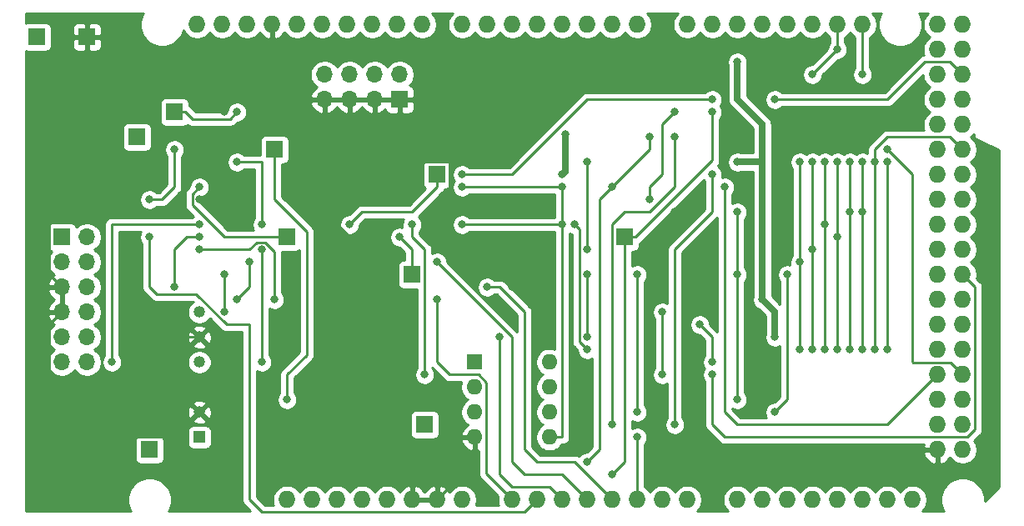
<source format=gbr>
G04 #@! TF.GenerationSoftware,KiCad,Pcbnew,(5.1.5-0-10_14)*
G04 #@! TF.CreationDate,2020-06-27T09:49:27-05:00*
G04 #@! TF.ProjectId,Electronic Target,456c6563-7472-46f6-9e69-632054617267,rev?*
G04 #@! TF.SameCoordinates,Original*
G04 #@! TF.FileFunction,Copper,L2,Bot*
G04 #@! TF.FilePolarity,Positive*
%FSLAX46Y46*%
G04 Gerber Fmt 4.6, Leading zero omitted, Abs format (unit mm)*
G04 Created by KiCad (PCBNEW (5.1.5-0-10_14)) date 2020-06-27 09:49:27*
%MOMM*%
%LPD*%
G04 APERTURE LIST*
%ADD10R,1.700000X1.700000*%
%ADD11O,1.727200X1.727200*%
%ADD12C,1.180000*%
%ADD13R,1.180000X1.180000*%
%ADD14O,1.700000X1.700000*%
%ADD15R,1.600000X1.600000*%
%ADD16O,1.600000X1.600000*%
%ADD17C,0.800000*%
%ADD18C,0.250000*%
%ADD19C,0.635000*%
%ADD20C,0.254000*%
G04 APERTURE END LIST*
D10*
X130810000Y-128270000D03*
X119380000Y-86360000D03*
X124460000Y-86360000D03*
D11*
X167640000Y-133350000D03*
X162560000Y-133350000D03*
X160020000Y-133350000D03*
X157480000Y-133350000D03*
X154940000Y-133350000D03*
X152400000Y-133350000D03*
X149860000Y-133350000D03*
X147320000Y-133350000D03*
X203200000Y-85090000D03*
X200660000Y-85090000D03*
X198120000Y-85090000D03*
X195580000Y-85090000D03*
X193040000Y-85090000D03*
X190500000Y-85090000D03*
X187960000Y-85090000D03*
X185420000Y-85090000D03*
X180340000Y-85090000D03*
X177800000Y-85090000D03*
X175260000Y-85090000D03*
X172720000Y-85090000D03*
X170180000Y-85090000D03*
X167640000Y-85090000D03*
X165100000Y-85090000D03*
X162560000Y-85090000D03*
X143256000Y-85090000D03*
X158496000Y-85090000D03*
X155956000Y-85090000D03*
X153416000Y-85090000D03*
X135636000Y-85090000D03*
X138176000Y-85090000D03*
X140716000Y-85090000D03*
X145796000Y-85090000D03*
X148336000Y-85090000D03*
X150876000Y-85090000D03*
X144780000Y-133350000D03*
X170180000Y-133350000D03*
X172720000Y-133350000D03*
X175260000Y-133350000D03*
X177800000Y-133350000D03*
X180340000Y-133350000D03*
X182880000Y-133350000D03*
X185420000Y-133350000D03*
X190500000Y-133350000D03*
X193040000Y-133350000D03*
X195580000Y-133350000D03*
X198120000Y-133350000D03*
X200660000Y-133350000D03*
X203200000Y-133350000D03*
X205740000Y-133350000D03*
X208280000Y-133350000D03*
X210820000Y-85090000D03*
X213360000Y-85090000D03*
X210820000Y-87630000D03*
X213360000Y-87630000D03*
X210820000Y-90170000D03*
X213360000Y-90170000D03*
X210820000Y-92710000D03*
X213360000Y-92710000D03*
X210820000Y-95250000D03*
X213360000Y-95250000D03*
X210820000Y-97790000D03*
X213360000Y-97790000D03*
X210820000Y-100330000D03*
X213360000Y-100330000D03*
X210820000Y-102870000D03*
X213360000Y-102870000D03*
X210820000Y-105410000D03*
X213360000Y-105410000D03*
X210820000Y-107950000D03*
X213360000Y-107950000D03*
X210820000Y-110490000D03*
X213360000Y-110490000D03*
X210820000Y-113030000D03*
X213360000Y-113030000D03*
X210820000Y-115570000D03*
X213360000Y-115570000D03*
X210820000Y-118110000D03*
X213360000Y-118110000D03*
X210820000Y-120650000D03*
X213360000Y-120650000D03*
X210820000Y-123190000D03*
X213360000Y-123190000D03*
X210820000Y-125730000D03*
X213360000Y-125730000D03*
X210820000Y-128270000D03*
X213360000Y-128270000D03*
D12*
X135890000Y-114300000D03*
X135890000Y-116840000D03*
X135890000Y-119380000D03*
X135890000Y-124460000D03*
D13*
X135890000Y-127000000D03*
D14*
X124460000Y-119380000D03*
X121920000Y-119380000D03*
X124460000Y-116840000D03*
X121920000Y-116840000D03*
X124460000Y-114300000D03*
X121920000Y-114300000D03*
X124460000Y-111760000D03*
X121920000Y-111760000D03*
X124460000Y-109220000D03*
X121920000Y-109220000D03*
X124460000Y-106680000D03*
D10*
X121920000Y-106680000D03*
X156210000Y-92710000D03*
D14*
X156210000Y-90170000D03*
X153670000Y-92710000D03*
X153670000Y-90170000D03*
X151130000Y-92710000D03*
X151130000Y-90170000D03*
X148590000Y-92710000D03*
X148590000Y-90170000D03*
D10*
X144780000Y-106680000D03*
X129540000Y-96520000D03*
X143510000Y-97790000D03*
X133350000Y-93980000D03*
X160020000Y-100330000D03*
X157480000Y-110490000D03*
X179070000Y-106680000D03*
X158750000Y-125730000D03*
D15*
X163830000Y-119380000D03*
D16*
X171450000Y-127000000D03*
X163830000Y-121920000D03*
X171450000Y-124460000D03*
X163830000Y-124460000D03*
X171450000Y-121920000D03*
X163830000Y-127000000D03*
X171450000Y-119380000D03*
D17*
X161290000Y-107950000D03*
X144780000Y-90170000D03*
X165100000Y-97790000D03*
X153670000Y-96520000D03*
X167640000Y-111760000D03*
X195580000Y-90170000D03*
X181610000Y-111760000D03*
X208280000Y-130810000D03*
X138430000Y-93980000D03*
X181610000Y-123190000D03*
X184150000Y-104140000D03*
X156210000Y-102870000D03*
X146050000Y-102870000D03*
X146050000Y-121920000D03*
X156210000Y-121920000D03*
X156210000Y-115570000D03*
X151130000Y-127000000D03*
X138430000Y-97790000D03*
X135890000Y-102870000D03*
X151130000Y-107950000D03*
X121920000Y-127000000D03*
X184150000Y-129540000D03*
X119380000Y-133350000D03*
X128270000Y-114300000D03*
X190500000Y-88900000D03*
X193040000Y-113030000D03*
X194310000Y-116840000D03*
X190500000Y-99060000D03*
X173052500Y-96187500D03*
X133350000Y-97790000D03*
X130810000Y-102870000D03*
X172720000Y-100330000D03*
X130810000Y-106680000D03*
X166370000Y-116840000D03*
X138430000Y-114300000D03*
X138430000Y-110490000D03*
X135890000Y-106680000D03*
X133350000Y-111760000D03*
X160020000Y-109220000D03*
X139700000Y-113030000D03*
X140970000Y-109220000D03*
X165100000Y-111760000D03*
X151130000Y-105410000D03*
X162560000Y-100330000D03*
X194310000Y-92710000D03*
X187960000Y-92710000D03*
X181610000Y-102870000D03*
X184150000Y-93980000D03*
X156210000Y-106680000D03*
X177800000Y-130810000D03*
X187960000Y-93980000D03*
X175260000Y-129540000D03*
X181610000Y-96520000D03*
X177800000Y-101600000D03*
X157480000Y-105410000D03*
X158750000Y-120650000D03*
X175260000Y-110490000D03*
X175260000Y-116840000D03*
X180340000Y-124460000D03*
X180340000Y-110490000D03*
X184150000Y-125730000D03*
X187960000Y-100330000D03*
X205740000Y-97790000D03*
X205740000Y-97790000D03*
X189230000Y-101600000D03*
X190500000Y-104140000D03*
X190500000Y-123190000D03*
X190500000Y-110490000D03*
X194310000Y-124460000D03*
X195580000Y-110490000D03*
X205740000Y-118110000D03*
X205740000Y-99060000D03*
X204470000Y-118110000D03*
X204470000Y-99060000D03*
X203200000Y-118110000D03*
X203200000Y-99060000D03*
X203200000Y-104140000D03*
X201930000Y-118110000D03*
X201930000Y-99060000D03*
X201930000Y-104140000D03*
X200660000Y-118110000D03*
X200660000Y-99060000D03*
X200660000Y-106680000D03*
X199390000Y-118110000D03*
X199390000Y-99060000D03*
X199390000Y-105410000D03*
X198120000Y-118110000D03*
X198120000Y-99060000D03*
X198120000Y-107950000D03*
X196850000Y-99060000D03*
X196850000Y-118110000D03*
X196850000Y-109220000D03*
X187960000Y-120650000D03*
X182880000Y-114300000D03*
X182880000Y-120650000D03*
X187960000Y-119380000D03*
X186690000Y-115570000D03*
X127000000Y-119380000D03*
X135890000Y-105410000D03*
X143510000Y-113030000D03*
X160020000Y-113030000D03*
X135890000Y-107950000D03*
X184150000Y-96520000D03*
X177800000Y-125730000D03*
X180340000Y-127000000D03*
X135890000Y-101600000D03*
X144780000Y-123190000D03*
X142240000Y-107950000D03*
X142240000Y-119380000D03*
X142240000Y-105410000D03*
X139700000Y-93980000D03*
X139700000Y-99060000D03*
X198120000Y-90170000D03*
X200660000Y-87630000D03*
X203200000Y-90170000D03*
X162560000Y-105410000D03*
X172720000Y-105410000D03*
X172720000Y-101600000D03*
X162560000Y-101600000D03*
X173990000Y-105410000D03*
X175260000Y-118110000D03*
X175260000Y-99060000D03*
X175260000Y-107950000D03*
D18*
X144780000Y-90170000D02*
X144780000Y-92710000D01*
X144780000Y-92710000D02*
X156210000Y-92710000D01*
X143256000Y-87376000D02*
X143256000Y-85090000D01*
X144780000Y-90170000D02*
X144780000Y-88900000D01*
X144780000Y-88900000D02*
X143256000Y-87376000D01*
X144780000Y-90170000D02*
X139700000Y-90170000D01*
X139700000Y-90170000D02*
X138430000Y-91440000D01*
X130640000Y-91440000D02*
X130810000Y-91440000D01*
X130810000Y-91440000D02*
X138430000Y-91440000D01*
X163830000Y-129540000D02*
X160020000Y-133350000D01*
X163830000Y-127000000D02*
X163830000Y-129540000D01*
X160020000Y-133350000D02*
X157480000Y-133350000D01*
X160020000Y-92710000D02*
X165100000Y-97790000D01*
X156210000Y-92710000D02*
X160020000Y-92710000D01*
X165100000Y-97790000D02*
X163830000Y-97790000D01*
X195580000Y-90170000D02*
X195580000Y-87630000D01*
X195580000Y-87630000D02*
X162560000Y-87630000D01*
X162560000Y-90170000D02*
X160020000Y-92710000D01*
X162560000Y-87630000D02*
X162560000Y-90170000D01*
X138430000Y-93980000D02*
X138430000Y-91440000D01*
X181610000Y-128270000D02*
X181610000Y-106680000D01*
X181610000Y-106680000D02*
X184150000Y-104140000D01*
X208280000Y-130810000D02*
X184150000Y-130810000D01*
X146050000Y-121920000D02*
X156210000Y-121920000D01*
X156210000Y-121920000D02*
X156210000Y-115570000D01*
X156210000Y-115570000D02*
X156210000Y-115570000D01*
X135890000Y-116840000D02*
X134620000Y-118110000D01*
X134620000Y-118110000D02*
X134620000Y-123190000D01*
X156210000Y-121920000D02*
X158750000Y-121920000D01*
X163830000Y-107950000D02*
X161290000Y-107950000D01*
X167640000Y-111760000D02*
X163830000Y-107950000D01*
X161290000Y-100330000D02*
X161290000Y-107950000D01*
X138430000Y-97790000D02*
X138430000Y-101600000D01*
X138430000Y-101600000D02*
X137160000Y-102870000D01*
X137160000Y-102870000D02*
X135890000Y-102870000D01*
X120744999Y-125824999D02*
X121920000Y-127000000D01*
X121920000Y-127000000D02*
X121920000Y-127000000D01*
X163830000Y-97790000D02*
X162560000Y-97790000D01*
X162560000Y-97790000D02*
X161290000Y-99060000D01*
X161290000Y-99060000D02*
X161290000Y-100330000D01*
X163830000Y-127000000D02*
X161290000Y-127000000D01*
X161290000Y-124460000D02*
X158750000Y-121920000D01*
X161290000Y-127000000D02*
X161290000Y-124460000D01*
X184150000Y-130810000D02*
X184150000Y-129540000D01*
X184150000Y-129540000D02*
X184150000Y-128270000D01*
X184150000Y-128270000D02*
X181610000Y-128270000D01*
X121920000Y-111760000D02*
X121920000Y-114300000D01*
X120650000Y-115570000D02*
X120650000Y-118110000D01*
X120650000Y-118110000D02*
X120744999Y-125824999D01*
X121920000Y-114300000D02*
X120650000Y-115570000D01*
X161290000Y-99060000D02*
X157480000Y-99060000D01*
X157480000Y-99060000D02*
X156210000Y-100330000D01*
X156210000Y-100330000D02*
X156210000Y-102870000D01*
X151130000Y-106680000D02*
X149860000Y-105410000D01*
X151130000Y-127000000D02*
X151130000Y-106680000D01*
X149860000Y-105410000D02*
X149860000Y-102870000D01*
X149860000Y-102870000D02*
X146050000Y-102870000D01*
X156210000Y-102870000D02*
X149860000Y-102870000D01*
X156210000Y-121920000D02*
X156210000Y-127000000D01*
X156210000Y-127000000D02*
X151130000Y-127000000D01*
X121920000Y-111760000D02*
X120650000Y-110490000D01*
X120650000Y-110490000D02*
X120650000Y-95250000D01*
X130640000Y-91440000D02*
X127000000Y-91440000D01*
X120650000Y-91440000D02*
X120650000Y-95250000D01*
X124460000Y-86360000D02*
X124460000Y-91440000D01*
X124460000Y-91440000D02*
X120650000Y-91440000D01*
X127000000Y-91440000D02*
X124460000Y-91440000D01*
X121920000Y-127000000D02*
X120650000Y-127000000D01*
X119380000Y-128270000D02*
X119380000Y-133350000D01*
X120650000Y-127000000D02*
X119380000Y-128270000D01*
X135890000Y-124460000D02*
X134620000Y-123190000D01*
X128270000Y-115570000D02*
X128270000Y-114300000D01*
X129540000Y-116840000D02*
X128270000Y-115570000D01*
X135890000Y-116840000D02*
X129540000Y-116840000D01*
X128270000Y-127000000D02*
X121920000Y-127000000D01*
X133350000Y-127000000D02*
X128270000Y-127000000D01*
X135890000Y-124460000D02*
X133350000Y-127000000D01*
X193040000Y-96520000D02*
X193040000Y-96520000D01*
D19*
X193040000Y-113030000D02*
X194310000Y-114300000D01*
X194310000Y-114300000D02*
X194310000Y-116840000D01*
D18*
X194310000Y-116840000D02*
X194310000Y-116840000D01*
D19*
X190500000Y-99060000D02*
X193040000Y-99060000D01*
X193040000Y-99060000D02*
X193040000Y-113030000D01*
X173052500Y-96187500D02*
X173052500Y-99997500D01*
D18*
X133350000Y-97790000D02*
X133350000Y-101600000D01*
X133350000Y-101600000D02*
X132080000Y-102870000D01*
X132080000Y-102870000D02*
X130810000Y-102870000D01*
D19*
X190500000Y-92710000D02*
X190500000Y-88900000D01*
X193040000Y-95250000D02*
X190500000Y-92710000D01*
X193040000Y-99060000D02*
X193040000Y-95250000D01*
X172720000Y-100330000D02*
X172720000Y-100330000D01*
X172720000Y-100330000D02*
X173052500Y-99997500D01*
D18*
X168910000Y-134620000D02*
X170180000Y-133350000D01*
X142240000Y-134620000D02*
X168910000Y-134620000D01*
X135541999Y-112485001D02*
X138626998Y-115570000D01*
X131535001Y-112485001D02*
X135541999Y-112485001D01*
X140970000Y-115570000D02*
X140970000Y-133350000D01*
X138626998Y-115570000D02*
X140970000Y-115570000D01*
X140970000Y-133350000D02*
X142240000Y-134620000D01*
X130810000Y-111760000D02*
X131535001Y-112485001D01*
X130810000Y-106680000D02*
X130810000Y-111760000D01*
X172720000Y-133350000D02*
X171450000Y-132080000D01*
X171450000Y-132080000D02*
X170813590Y-132080000D01*
X170813590Y-132080000D02*
X167640000Y-132080000D01*
X167640000Y-132080000D02*
X166370000Y-130810000D01*
X166370000Y-130810000D02*
X166370000Y-116840000D01*
X166370000Y-116840000D02*
X166370000Y-116840000D01*
X138430000Y-110490000D02*
X138430000Y-114300000D01*
X135890000Y-106680000D02*
X134620000Y-106680000D01*
X134620000Y-106680000D02*
X133350000Y-107950000D01*
X133350000Y-107950000D02*
X133350000Y-111760000D01*
X133350000Y-111760000D02*
X133350000Y-111760000D01*
X175260000Y-133350000D02*
X172720000Y-130810000D01*
X172720000Y-130810000D02*
X169543590Y-130810000D01*
X169543590Y-130810000D02*
X168910000Y-130810000D01*
X168910000Y-130810000D02*
X167640000Y-129540000D01*
X167640000Y-129540000D02*
X167640000Y-125730000D01*
X167640000Y-125730000D02*
X167640000Y-125730000D01*
X167640000Y-125730000D02*
X167640000Y-117036998D01*
X160020000Y-109220000D02*
X160020000Y-109220000D01*
X167640000Y-116840000D02*
X167640000Y-117036998D01*
X160020000Y-109220000D02*
X167640000Y-116840000D01*
X177800000Y-133350000D02*
X175260000Y-130810000D01*
X173990000Y-129540000D02*
X175260000Y-130810000D01*
X173990000Y-129540000D02*
X170180000Y-129540000D01*
X170180000Y-129540000D02*
X168910000Y-128270000D01*
X168910000Y-128270000D02*
X168910000Y-121920000D01*
X168910000Y-114300000D02*
X168910000Y-121920000D01*
X140970000Y-111760000D02*
X139700000Y-113030000D01*
X140970000Y-109220000D02*
X140970000Y-111760000D01*
X166370000Y-111760000D02*
X167640000Y-113030000D01*
X165100000Y-111760000D02*
X166370000Y-111760000D01*
X167640000Y-113030000D02*
X167013498Y-112403498D01*
X168910000Y-114300000D02*
X167640000Y-113030000D01*
X160020000Y-100330000D02*
X160020000Y-101600000D01*
X160020000Y-101600000D02*
X157480000Y-104140000D01*
X157480000Y-104140000D02*
X152400000Y-104140000D01*
X152400000Y-104140000D02*
X151130000Y-105410000D01*
X166370000Y-100330000D02*
X162560000Y-100330000D01*
X213360000Y-90170000D02*
X212090000Y-88900000D01*
X212090000Y-88900000D02*
X209550000Y-88900000D01*
X166370000Y-100330000D02*
X167640000Y-100330000D01*
X167640000Y-100330000D02*
X175260000Y-92710000D01*
X175260000Y-92710000D02*
X187960000Y-92710000D01*
X205740000Y-92710000D02*
X194310000Y-92710000D01*
X209550000Y-88900000D02*
X205740000Y-92710000D01*
X184150000Y-93980000D02*
X182880000Y-95250000D01*
X182880000Y-95250000D02*
X182880000Y-100330000D01*
X182880000Y-100330000D02*
X181610000Y-101600000D01*
X181610000Y-101600000D02*
X181610000Y-102870000D01*
X157480000Y-110490000D02*
X157480000Y-107950000D01*
X157480000Y-107950000D02*
X156210000Y-106680000D01*
X156210000Y-106680000D02*
X156210000Y-106680000D01*
X179070000Y-106680000D02*
X179070000Y-129540000D01*
X179070000Y-129540000D02*
X177800000Y-130810000D01*
X180170000Y-106680000D02*
X187960000Y-98890000D01*
X179070000Y-106680000D02*
X180170000Y-106680000D01*
X187960000Y-98890000D02*
X187960000Y-93980000D01*
X177800000Y-101600000D02*
X176530000Y-102870000D01*
X176530000Y-102870000D02*
X176530000Y-128270000D01*
X176530000Y-128270000D02*
X175260000Y-129540000D01*
X181610000Y-97790000D02*
X177800000Y-101600000D01*
X181610000Y-96520000D02*
X181610000Y-97790000D01*
X157480000Y-105410000D02*
X157480000Y-106680000D01*
X157480000Y-106680000D02*
X158750000Y-107950000D01*
X158750000Y-107950000D02*
X158750000Y-120650000D01*
X158750000Y-120650000D02*
X158750000Y-120650000D01*
X175260000Y-110490000D02*
X175260000Y-114300000D01*
X175260000Y-114300000D02*
X175260000Y-116840000D01*
X175260000Y-116840000D02*
X175260000Y-116840000D01*
X180340000Y-110490000D02*
X180340000Y-124460000D01*
X184150000Y-115570000D02*
X184150000Y-125730000D01*
X187960000Y-101600000D02*
X187960000Y-100330000D01*
X187960000Y-101600000D02*
X187960000Y-104140000D01*
X187960000Y-104140000D02*
X184150000Y-107950000D01*
X184150000Y-107950000D02*
X184150000Y-115570000D01*
X205740000Y-97790000D02*
X205740000Y-97790000D01*
X205740000Y-97790000D02*
X205740000Y-97790000D01*
X208280000Y-119380000D02*
X208280000Y-100330000D01*
X208280000Y-100330000D02*
X205740000Y-97790000D01*
X208361399Y-119461399D02*
X208280000Y-119380000D01*
X212171399Y-119461399D02*
X208361399Y-119461399D01*
X213360000Y-120650000D02*
X212171399Y-119461399D01*
X189230016Y-102870000D02*
X189230016Y-101600016D01*
X190500000Y-125730000D02*
X189230000Y-124460000D01*
X189230000Y-123190000D02*
X189230016Y-102870000D01*
X205740000Y-125730000D02*
X190500000Y-125730000D01*
X189230000Y-124460000D02*
X189230000Y-123190000D01*
X210820000Y-120650000D02*
X205740000Y-125730000D01*
X190500000Y-104140000D02*
X190500000Y-110490000D01*
X190500000Y-110490000D02*
X190500000Y-123190000D01*
X194310000Y-124460000D02*
X195580000Y-123190000D01*
X195580000Y-123190000D02*
X195580000Y-110490000D01*
X195580000Y-110490000D02*
X195580000Y-110490000D01*
X205740000Y-118110000D02*
X205740000Y-99060000D01*
X213360000Y-97790000D02*
X212090000Y-96520000D01*
X204470000Y-99060000D02*
X204470000Y-118110000D01*
X212090000Y-96520000D02*
X205740000Y-96520000D01*
X205740000Y-96520000D02*
X204470000Y-97790000D01*
X204470000Y-97790000D02*
X204470000Y-99060000D01*
X203200000Y-118110000D02*
X203200000Y-99060000D01*
X201930000Y-99060000D02*
X201930000Y-118110000D01*
X200660000Y-118110000D02*
X200660000Y-99060000D01*
X199390000Y-99060000D02*
X199390000Y-118110000D01*
X198120000Y-99256998D02*
X198120000Y-99060000D01*
X198120000Y-118110000D02*
X198120000Y-99256998D01*
X196850000Y-99060000D02*
X196850000Y-118110000D01*
X214630000Y-126219130D02*
X213849130Y-127000000D01*
X189230000Y-127000000D02*
X187960000Y-125730000D01*
X187960000Y-125730000D02*
X187960000Y-120650000D01*
X213849130Y-127000000D02*
X189230000Y-127000000D01*
X214630000Y-111760000D02*
X214630000Y-126219130D01*
X213360000Y-110490000D02*
X214630000Y-111760000D01*
X182880000Y-114300000D02*
X182880000Y-120650000D01*
X187960000Y-119380000D02*
X187960000Y-116840000D01*
X187960000Y-116840000D02*
X186690000Y-115570000D01*
X186690000Y-115570000D02*
X186690000Y-115570000D01*
X165001501Y-130711501D02*
X167640000Y-133350000D01*
X165001501Y-121426499D02*
X164225002Y-120650000D01*
X165001501Y-130711501D02*
X165001501Y-121426499D01*
X164225002Y-120650000D02*
X161290000Y-120650000D01*
X161290000Y-120650000D02*
X160020000Y-119380000D01*
X160020000Y-119380000D02*
X160020000Y-115570000D01*
X160020000Y-115570000D02*
X160020000Y-113030000D01*
X160020000Y-113030000D02*
X160020000Y-113030000D01*
X143510000Y-108146998D02*
X142588001Y-107224999D01*
X143510000Y-113030000D02*
X143510000Y-108146998D01*
X135890000Y-107950000D02*
X140970000Y-107950000D01*
X140970000Y-107950000D02*
X141695001Y-107224999D01*
X141695001Y-107224999D02*
X142588001Y-107224999D01*
X129540000Y-105410000D02*
X135890000Y-105410000D01*
X127000000Y-105410000D02*
X129540000Y-105410000D01*
X127000000Y-113030000D02*
X127000000Y-105410000D01*
X127000000Y-119380000D02*
X127000000Y-113030000D01*
X177800000Y-105410000D02*
X177800000Y-120650000D01*
X179070000Y-104140000D02*
X177800000Y-105410000D01*
X181610000Y-104140000D02*
X179070000Y-104140000D01*
X184150000Y-101600000D02*
X181610000Y-104140000D01*
X184150000Y-96520000D02*
X184150000Y-101600000D01*
X177800000Y-120650000D02*
X177800000Y-125730000D01*
X180340000Y-127000000D02*
X180340000Y-133350000D01*
X138430000Y-106680000D02*
X144780000Y-106680000D01*
X135164999Y-103414999D02*
X138430000Y-106680000D01*
X135164999Y-102325001D02*
X135164999Y-103414999D01*
X135890000Y-101600000D02*
X135164999Y-102325001D01*
X144780000Y-120650000D02*
X144780000Y-123190000D01*
X146775001Y-118654999D02*
X144780000Y-120650000D01*
X146775001Y-106135001D02*
X146775001Y-118654999D01*
X143510000Y-102870000D02*
X146775001Y-106135001D01*
X143510000Y-97790000D02*
X143510000Y-102870000D01*
X142240000Y-107950000D02*
X142240000Y-119380000D01*
X135175001Y-94705001D02*
X134450000Y-93980000D01*
X138974999Y-94705001D02*
X135175001Y-94705001D01*
X134450000Y-93980000D02*
X133350000Y-93980000D01*
X139700000Y-93980000D02*
X138974999Y-94705001D01*
X139700000Y-99060000D02*
X142240000Y-99060000D01*
X142240000Y-99060000D02*
X142240000Y-105410000D01*
X200660000Y-87630000D02*
X198120000Y-90170000D01*
X200660000Y-85090000D02*
X200660000Y-87630000D01*
X203200000Y-85090000D02*
X203200000Y-90170000D01*
X162560000Y-105410000D02*
X172720000Y-105410000D01*
X172720000Y-101600000D02*
X162560000Y-101600000D01*
X172720000Y-101600000D02*
X172720000Y-105410000D01*
X172720000Y-127000000D02*
X171450000Y-127000000D01*
X172720000Y-105410000D02*
X172720000Y-127000000D01*
X174440010Y-105860010D02*
X174440010Y-114750010D01*
X173990000Y-105410000D02*
X174440010Y-105860010D01*
X174440010Y-114750010D02*
X174440010Y-117290010D01*
X174440010Y-117290010D02*
X175260000Y-118110000D01*
X175260000Y-118110000D02*
X175260000Y-118110000D01*
X175260000Y-107950000D02*
X175260000Y-99060000D01*
D20*
G36*
X130099369Y-84031331D02*
G01*
X129930890Y-84438075D01*
X129845000Y-84869872D01*
X129845000Y-85310128D01*
X129930890Y-85741925D01*
X130099369Y-86148669D01*
X130343962Y-86514729D01*
X130655271Y-86826038D01*
X131021331Y-87070631D01*
X131428075Y-87239110D01*
X131859872Y-87325000D01*
X132300128Y-87325000D01*
X132731925Y-87239110D01*
X133138669Y-87070631D01*
X133504729Y-86826038D01*
X133816038Y-86514729D01*
X134060631Y-86148669D01*
X134229110Y-85741925D01*
X134246906Y-85652460D01*
X134307958Y-85799853D01*
X134471961Y-86045302D01*
X134680698Y-86254039D01*
X134926147Y-86418042D01*
X135198875Y-86531010D01*
X135488401Y-86588600D01*
X135783599Y-86588600D01*
X136073125Y-86531010D01*
X136345853Y-86418042D01*
X136591302Y-86254039D01*
X136800039Y-86045302D01*
X136906000Y-85886719D01*
X137011961Y-86045302D01*
X137220698Y-86254039D01*
X137466147Y-86418042D01*
X137738875Y-86531010D01*
X138028401Y-86588600D01*
X138323599Y-86588600D01*
X138613125Y-86531010D01*
X138885853Y-86418042D01*
X139131302Y-86254039D01*
X139340039Y-86045302D01*
X139446000Y-85886719D01*
X139551961Y-86045302D01*
X139760698Y-86254039D01*
X140006147Y-86418042D01*
X140278875Y-86531010D01*
X140568401Y-86588600D01*
X140863599Y-86588600D01*
X141153125Y-86531010D01*
X141425853Y-86418042D01*
X141671302Y-86254039D01*
X141880039Y-86045302D01*
X141987692Y-85884187D01*
X142149146Y-86100293D01*
X142367512Y-86296817D01*
X142620022Y-86446964D01*
X142896973Y-86544963D01*
X143129000Y-86424464D01*
X143129000Y-85217000D01*
X143109000Y-85217000D01*
X143109000Y-84963000D01*
X143129000Y-84963000D01*
X143129000Y-84943000D01*
X143383000Y-84943000D01*
X143383000Y-84963000D01*
X143403000Y-84963000D01*
X143403000Y-85217000D01*
X143383000Y-85217000D01*
X143383000Y-86424464D01*
X143615027Y-86544963D01*
X143891978Y-86446964D01*
X144144488Y-86296817D01*
X144362854Y-86100293D01*
X144524308Y-85884187D01*
X144631961Y-86045302D01*
X144840698Y-86254039D01*
X145086147Y-86418042D01*
X145358875Y-86531010D01*
X145648401Y-86588600D01*
X145943599Y-86588600D01*
X146233125Y-86531010D01*
X146505853Y-86418042D01*
X146751302Y-86254039D01*
X146960039Y-86045302D01*
X147066000Y-85886719D01*
X147171961Y-86045302D01*
X147380698Y-86254039D01*
X147626147Y-86418042D01*
X147898875Y-86531010D01*
X148188401Y-86588600D01*
X148483599Y-86588600D01*
X148773125Y-86531010D01*
X149045853Y-86418042D01*
X149291302Y-86254039D01*
X149500039Y-86045302D01*
X149606000Y-85886719D01*
X149711961Y-86045302D01*
X149920698Y-86254039D01*
X150166147Y-86418042D01*
X150438875Y-86531010D01*
X150728401Y-86588600D01*
X151023599Y-86588600D01*
X151313125Y-86531010D01*
X151585853Y-86418042D01*
X151831302Y-86254039D01*
X152040039Y-86045302D01*
X152146000Y-85886719D01*
X152251961Y-86045302D01*
X152460698Y-86254039D01*
X152706147Y-86418042D01*
X152978875Y-86531010D01*
X153268401Y-86588600D01*
X153563599Y-86588600D01*
X153853125Y-86531010D01*
X154125853Y-86418042D01*
X154371302Y-86254039D01*
X154580039Y-86045302D01*
X154686000Y-85886719D01*
X154791961Y-86045302D01*
X155000698Y-86254039D01*
X155246147Y-86418042D01*
X155518875Y-86531010D01*
X155808401Y-86588600D01*
X156103599Y-86588600D01*
X156393125Y-86531010D01*
X156665853Y-86418042D01*
X156911302Y-86254039D01*
X157120039Y-86045302D01*
X157226000Y-85886719D01*
X157331961Y-86045302D01*
X157540698Y-86254039D01*
X157786147Y-86418042D01*
X158058875Y-86531010D01*
X158348401Y-86588600D01*
X158643599Y-86588600D01*
X158933125Y-86531010D01*
X159205853Y-86418042D01*
X159451302Y-86254039D01*
X159660039Y-86045302D01*
X159824042Y-85799853D01*
X159937010Y-85527125D01*
X159994600Y-85237599D01*
X159994600Y-84942401D01*
X159937010Y-84652875D01*
X159824042Y-84380147D01*
X159660039Y-84134698D01*
X159472341Y-83947000D01*
X161583659Y-83947000D01*
X161395961Y-84134698D01*
X161231958Y-84380147D01*
X161118990Y-84652875D01*
X161061400Y-84942401D01*
X161061400Y-85237599D01*
X161118990Y-85527125D01*
X161231958Y-85799853D01*
X161395961Y-86045302D01*
X161604698Y-86254039D01*
X161850147Y-86418042D01*
X162122875Y-86531010D01*
X162412401Y-86588600D01*
X162707599Y-86588600D01*
X162997125Y-86531010D01*
X163269853Y-86418042D01*
X163515302Y-86254039D01*
X163724039Y-86045302D01*
X163830000Y-85886719D01*
X163935961Y-86045302D01*
X164144698Y-86254039D01*
X164390147Y-86418042D01*
X164662875Y-86531010D01*
X164952401Y-86588600D01*
X165247599Y-86588600D01*
X165537125Y-86531010D01*
X165809853Y-86418042D01*
X166055302Y-86254039D01*
X166264039Y-86045302D01*
X166370000Y-85886719D01*
X166475961Y-86045302D01*
X166684698Y-86254039D01*
X166930147Y-86418042D01*
X167202875Y-86531010D01*
X167492401Y-86588600D01*
X167787599Y-86588600D01*
X168077125Y-86531010D01*
X168349853Y-86418042D01*
X168595302Y-86254039D01*
X168804039Y-86045302D01*
X168910000Y-85886719D01*
X169015961Y-86045302D01*
X169224698Y-86254039D01*
X169470147Y-86418042D01*
X169742875Y-86531010D01*
X170032401Y-86588600D01*
X170327599Y-86588600D01*
X170617125Y-86531010D01*
X170889853Y-86418042D01*
X171135302Y-86254039D01*
X171344039Y-86045302D01*
X171450000Y-85886719D01*
X171555961Y-86045302D01*
X171764698Y-86254039D01*
X172010147Y-86418042D01*
X172282875Y-86531010D01*
X172572401Y-86588600D01*
X172867599Y-86588600D01*
X173157125Y-86531010D01*
X173429853Y-86418042D01*
X173675302Y-86254039D01*
X173884039Y-86045302D01*
X173990000Y-85886719D01*
X174095961Y-86045302D01*
X174304698Y-86254039D01*
X174550147Y-86418042D01*
X174822875Y-86531010D01*
X175112401Y-86588600D01*
X175407599Y-86588600D01*
X175697125Y-86531010D01*
X175969853Y-86418042D01*
X176215302Y-86254039D01*
X176424039Y-86045302D01*
X176530000Y-85886719D01*
X176635961Y-86045302D01*
X176844698Y-86254039D01*
X177090147Y-86418042D01*
X177362875Y-86531010D01*
X177652401Y-86588600D01*
X177947599Y-86588600D01*
X178237125Y-86531010D01*
X178509853Y-86418042D01*
X178755302Y-86254039D01*
X178964039Y-86045302D01*
X179070000Y-85886719D01*
X179175961Y-86045302D01*
X179384698Y-86254039D01*
X179630147Y-86418042D01*
X179902875Y-86531010D01*
X180192401Y-86588600D01*
X180487599Y-86588600D01*
X180777125Y-86531010D01*
X181049853Y-86418042D01*
X181295302Y-86254039D01*
X181504039Y-86045302D01*
X181668042Y-85799853D01*
X181781010Y-85527125D01*
X181838600Y-85237599D01*
X181838600Y-84942401D01*
X181781010Y-84652875D01*
X181668042Y-84380147D01*
X181504039Y-84134698D01*
X181316341Y-83947000D01*
X184443659Y-83947000D01*
X184255961Y-84134698D01*
X184091958Y-84380147D01*
X183978990Y-84652875D01*
X183921400Y-84942401D01*
X183921400Y-85237599D01*
X183978990Y-85527125D01*
X184091958Y-85799853D01*
X184255961Y-86045302D01*
X184464698Y-86254039D01*
X184710147Y-86418042D01*
X184982875Y-86531010D01*
X185272401Y-86588600D01*
X185567599Y-86588600D01*
X185857125Y-86531010D01*
X186129853Y-86418042D01*
X186375302Y-86254039D01*
X186584039Y-86045302D01*
X186690000Y-85886719D01*
X186795961Y-86045302D01*
X187004698Y-86254039D01*
X187250147Y-86418042D01*
X187522875Y-86531010D01*
X187812401Y-86588600D01*
X188107599Y-86588600D01*
X188397125Y-86531010D01*
X188669853Y-86418042D01*
X188915302Y-86254039D01*
X189124039Y-86045302D01*
X189230000Y-85886719D01*
X189335961Y-86045302D01*
X189544698Y-86254039D01*
X189790147Y-86418042D01*
X190062875Y-86531010D01*
X190352401Y-86588600D01*
X190647599Y-86588600D01*
X190937125Y-86531010D01*
X191209853Y-86418042D01*
X191455302Y-86254039D01*
X191664039Y-86045302D01*
X191770000Y-85886719D01*
X191875961Y-86045302D01*
X192084698Y-86254039D01*
X192330147Y-86418042D01*
X192602875Y-86531010D01*
X192892401Y-86588600D01*
X193187599Y-86588600D01*
X193477125Y-86531010D01*
X193749853Y-86418042D01*
X193995302Y-86254039D01*
X194204039Y-86045302D01*
X194310000Y-85886719D01*
X194415961Y-86045302D01*
X194624698Y-86254039D01*
X194870147Y-86418042D01*
X195142875Y-86531010D01*
X195432401Y-86588600D01*
X195727599Y-86588600D01*
X196017125Y-86531010D01*
X196289853Y-86418042D01*
X196535302Y-86254039D01*
X196744039Y-86045302D01*
X196850000Y-85886719D01*
X196955961Y-86045302D01*
X197164698Y-86254039D01*
X197410147Y-86418042D01*
X197682875Y-86531010D01*
X197972401Y-86588600D01*
X198267599Y-86588600D01*
X198557125Y-86531010D01*
X198829853Y-86418042D01*
X199075302Y-86254039D01*
X199284039Y-86045302D01*
X199390000Y-85886719D01*
X199495961Y-86045302D01*
X199704698Y-86254039D01*
X199900001Y-86384535D01*
X199900001Y-86926288D01*
X199856063Y-86970226D01*
X199742795Y-87139744D01*
X199664774Y-87328102D01*
X199625000Y-87528061D01*
X199625000Y-87590197D01*
X198080199Y-89135000D01*
X198018061Y-89135000D01*
X197818102Y-89174774D01*
X197629744Y-89252795D01*
X197460226Y-89366063D01*
X197316063Y-89510226D01*
X197202795Y-89679744D01*
X197124774Y-89868102D01*
X197085000Y-90068061D01*
X197085000Y-90271939D01*
X197124774Y-90471898D01*
X197202795Y-90660256D01*
X197316063Y-90829774D01*
X197460226Y-90973937D01*
X197629744Y-91087205D01*
X197818102Y-91165226D01*
X198018061Y-91205000D01*
X198221939Y-91205000D01*
X198421898Y-91165226D01*
X198610256Y-91087205D01*
X198779774Y-90973937D01*
X198923937Y-90829774D01*
X199037205Y-90660256D01*
X199115226Y-90471898D01*
X199155000Y-90271939D01*
X199155000Y-90209801D01*
X200699803Y-88665000D01*
X200761939Y-88665000D01*
X200961898Y-88625226D01*
X201150256Y-88547205D01*
X201319774Y-88433937D01*
X201463937Y-88289774D01*
X201577205Y-88120256D01*
X201655226Y-87931898D01*
X201695000Y-87731939D01*
X201695000Y-87528061D01*
X201655226Y-87328102D01*
X201577205Y-87139744D01*
X201463937Y-86970226D01*
X201420000Y-86926289D01*
X201420000Y-86384535D01*
X201615302Y-86254039D01*
X201824039Y-86045302D01*
X201930000Y-85886719D01*
X202035961Y-86045302D01*
X202244698Y-86254039D01*
X202440000Y-86384535D01*
X202440001Y-89466288D01*
X202396063Y-89510226D01*
X202282795Y-89679744D01*
X202204774Y-89868102D01*
X202165000Y-90068061D01*
X202165000Y-90271939D01*
X202204774Y-90471898D01*
X202282795Y-90660256D01*
X202396063Y-90829774D01*
X202540226Y-90973937D01*
X202709744Y-91087205D01*
X202898102Y-91165226D01*
X203098061Y-91205000D01*
X203301939Y-91205000D01*
X203501898Y-91165226D01*
X203690256Y-91087205D01*
X203859774Y-90973937D01*
X204003937Y-90829774D01*
X204117205Y-90660256D01*
X204195226Y-90471898D01*
X204235000Y-90271939D01*
X204235000Y-90068061D01*
X204195226Y-89868102D01*
X204117205Y-89679744D01*
X204003937Y-89510226D01*
X203960000Y-89466289D01*
X203960000Y-86384535D01*
X204155302Y-86254039D01*
X204364039Y-86045302D01*
X204528042Y-85799853D01*
X204641010Y-85527125D01*
X204698600Y-85237599D01*
X204698600Y-84942401D01*
X204641010Y-84652875D01*
X204528042Y-84380147D01*
X204364039Y-84134698D01*
X204176341Y-83947000D01*
X205085717Y-83947000D01*
X205029369Y-84031331D01*
X204860890Y-84438075D01*
X204775000Y-84869872D01*
X204775000Y-85310128D01*
X204860890Y-85741925D01*
X205029369Y-86148669D01*
X205273962Y-86514729D01*
X205585271Y-86826038D01*
X205951331Y-87070631D01*
X206358075Y-87239110D01*
X206789872Y-87325000D01*
X207230128Y-87325000D01*
X207661925Y-87239110D01*
X208068669Y-87070631D01*
X208434729Y-86826038D01*
X208746038Y-86514729D01*
X208990631Y-86148669D01*
X209159110Y-85741925D01*
X209245000Y-85310128D01*
X209245000Y-84869872D01*
X209159110Y-84438075D01*
X208990631Y-84031331D01*
X208934283Y-83947000D01*
X209843659Y-83947000D01*
X209655961Y-84134698D01*
X209491958Y-84380147D01*
X209378990Y-84652875D01*
X209321400Y-84942401D01*
X209321400Y-85237599D01*
X209378990Y-85527125D01*
X209491958Y-85799853D01*
X209655961Y-86045302D01*
X209864698Y-86254039D01*
X210023281Y-86360000D01*
X209864698Y-86465961D01*
X209655961Y-86674698D01*
X209491958Y-86920147D01*
X209378990Y-87192875D01*
X209321400Y-87482401D01*
X209321400Y-87777599D01*
X209378990Y-88067125D01*
X209413233Y-88149794D01*
X209401014Y-88150997D01*
X209257753Y-88194454D01*
X209125724Y-88265026D01*
X209009999Y-88359999D01*
X208986201Y-88388997D01*
X205425199Y-91950000D01*
X195013711Y-91950000D01*
X194969774Y-91906063D01*
X194800256Y-91792795D01*
X194611898Y-91714774D01*
X194411939Y-91675000D01*
X194208061Y-91675000D01*
X194008102Y-91714774D01*
X193819744Y-91792795D01*
X193650226Y-91906063D01*
X193506063Y-92050226D01*
X193392795Y-92219744D01*
X193314774Y-92408102D01*
X193275000Y-92608061D01*
X193275000Y-92811939D01*
X193314774Y-93011898D01*
X193392795Y-93200256D01*
X193506063Y-93369774D01*
X193650226Y-93513937D01*
X193819744Y-93627205D01*
X194008102Y-93705226D01*
X194208061Y-93745000D01*
X194411939Y-93745000D01*
X194611898Y-93705226D01*
X194800256Y-93627205D01*
X194969774Y-93513937D01*
X195013711Y-93470000D01*
X205702678Y-93470000D01*
X205740000Y-93473676D01*
X205777322Y-93470000D01*
X205777333Y-93470000D01*
X205888986Y-93459003D01*
X206032247Y-93415546D01*
X206164276Y-93344974D01*
X206280001Y-93250001D01*
X206303804Y-93220997D01*
X209321400Y-90203402D01*
X209321400Y-90317599D01*
X209378990Y-90607125D01*
X209491958Y-90879853D01*
X209655961Y-91125302D01*
X209864698Y-91334039D01*
X210023281Y-91440000D01*
X209864698Y-91545961D01*
X209655961Y-91754698D01*
X209491958Y-92000147D01*
X209378990Y-92272875D01*
X209321400Y-92562401D01*
X209321400Y-92857599D01*
X209378990Y-93147125D01*
X209491958Y-93419853D01*
X209655961Y-93665302D01*
X209864698Y-93874039D01*
X210023281Y-93980000D01*
X209864698Y-94085961D01*
X209655961Y-94294698D01*
X209491958Y-94540147D01*
X209378990Y-94812875D01*
X209321400Y-95102401D01*
X209321400Y-95397599D01*
X209378990Y-95687125D01*
X209409176Y-95760000D01*
X205777322Y-95760000D01*
X205739999Y-95756324D01*
X205702676Y-95760000D01*
X205702667Y-95760000D01*
X205591014Y-95770997D01*
X205447753Y-95814454D01*
X205315724Y-95885026D01*
X205199999Y-95979999D01*
X205176201Y-96008997D01*
X203959003Y-97226196D01*
X203929999Y-97249999D01*
X203889175Y-97299744D01*
X203835026Y-97365724D01*
X203769613Y-97488102D01*
X203764454Y-97497754D01*
X203720997Y-97641015D01*
X203710000Y-97752668D01*
X203710000Y-97752678D01*
X203706324Y-97790000D01*
X203710000Y-97827323D01*
X203710000Y-98155988D01*
X203690256Y-98142795D01*
X203501898Y-98064774D01*
X203301939Y-98025000D01*
X203098061Y-98025000D01*
X202898102Y-98064774D01*
X202709744Y-98142795D01*
X202565000Y-98239510D01*
X202420256Y-98142795D01*
X202231898Y-98064774D01*
X202031939Y-98025000D01*
X201828061Y-98025000D01*
X201628102Y-98064774D01*
X201439744Y-98142795D01*
X201295000Y-98239510D01*
X201150256Y-98142795D01*
X200961898Y-98064774D01*
X200761939Y-98025000D01*
X200558061Y-98025000D01*
X200358102Y-98064774D01*
X200169744Y-98142795D01*
X200025000Y-98239510D01*
X199880256Y-98142795D01*
X199691898Y-98064774D01*
X199491939Y-98025000D01*
X199288061Y-98025000D01*
X199088102Y-98064774D01*
X198899744Y-98142795D01*
X198755000Y-98239510D01*
X198610256Y-98142795D01*
X198421898Y-98064774D01*
X198221939Y-98025000D01*
X198018061Y-98025000D01*
X197818102Y-98064774D01*
X197629744Y-98142795D01*
X197485000Y-98239510D01*
X197340256Y-98142795D01*
X197151898Y-98064774D01*
X196951939Y-98025000D01*
X196748061Y-98025000D01*
X196548102Y-98064774D01*
X196359744Y-98142795D01*
X196190226Y-98256063D01*
X196046063Y-98400226D01*
X195932795Y-98569744D01*
X195854774Y-98758102D01*
X195815000Y-98958061D01*
X195815000Y-99161939D01*
X195854774Y-99361898D01*
X195932795Y-99550256D01*
X196046063Y-99719774D01*
X196090000Y-99763711D01*
X196090000Y-108516289D01*
X196046063Y-108560226D01*
X195932795Y-108729744D01*
X195854774Y-108918102D01*
X195815000Y-109118061D01*
X195815000Y-109321939D01*
X195848039Y-109488039D01*
X195681939Y-109455000D01*
X195478061Y-109455000D01*
X195278102Y-109494774D01*
X195089744Y-109572795D01*
X194920226Y-109686063D01*
X194776063Y-109830226D01*
X194662795Y-109999744D01*
X194584774Y-110188102D01*
X194545000Y-110388061D01*
X194545000Y-110591939D01*
X194584774Y-110791898D01*
X194662795Y-110980256D01*
X194776063Y-111149774D01*
X194820001Y-111193712D01*
X194820001Y-113462962D01*
X193999931Y-112642893D01*
X193992500Y-112624953D01*
X193992500Y-99106784D01*
X193997108Y-99060000D01*
X193992500Y-99013215D01*
X193992500Y-95296784D01*
X193997108Y-95249999D01*
X193978717Y-95063277D01*
X193952007Y-94975226D01*
X193924252Y-94883731D01*
X193835806Y-94718259D01*
X193716778Y-94573222D01*
X193680431Y-94543393D01*
X191452500Y-92315462D01*
X191452500Y-89305047D01*
X191495226Y-89201898D01*
X191535000Y-89001939D01*
X191535000Y-88798061D01*
X191495226Y-88598102D01*
X191417205Y-88409744D01*
X191303937Y-88240226D01*
X191159774Y-88096063D01*
X190990256Y-87982795D01*
X190801898Y-87904774D01*
X190601939Y-87865000D01*
X190398061Y-87865000D01*
X190198102Y-87904774D01*
X190009744Y-87982795D01*
X189840226Y-88096063D01*
X189696063Y-88240226D01*
X189582795Y-88409744D01*
X189504774Y-88598102D01*
X189465000Y-88798061D01*
X189465000Y-89001939D01*
X189504774Y-89201898D01*
X189547501Y-89305049D01*
X189547500Y-92663215D01*
X189542892Y-92710000D01*
X189547500Y-92756784D01*
X189561283Y-92896722D01*
X189615748Y-93076268D01*
X189704194Y-93241741D01*
X189823222Y-93386778D01*
X189859569Y-93416607D01*
X192087501Y-95644539D01*
X192087500Y-98107500D01*
X190905047Y-98107500D01*
X190801898Y-98064774D01*
X190601939Y-98025000D01*
X190398061Y-98025000D01*
X190198102Y-98064774D01*
X190009744Y-98142795D01*
X189840226Y-98256063D01*
X189696063Y-98400226D01*
X189582795Y-98569744D01*
X189504774Y-98758102D01*
X189465000Y-98958061D01*
X189465000Y-99161939D01*
X189504774Y-99361898D01*
X189582795Y-99550256D01*
X189696063Y-99719774D01*
X189840226Y-99863937D01*
X190009744Y-99977205D01*
X190198102Y-100055226D01*
X190398061Y-100095000D01*
X190601939Y-100095000D01*
X190801898Y-100055226D01*
X190905047Y-100012500D01*
X192087500Y-100012500D01*
X192087501Y-112624951D01*
X192044774Y-112728102D01*
X192005000Y-112928061D01*
X192005000Y-113131939D01*
X192044774Y-113331898D01*
X192122795Y-113520256D01*
X192236063Y-113689774D01*
X192380226Y-113833937D01*
X192549744Y-113947205D01*
X192652893Y-113989931D01*
X193357500Y-114694539D01*
X193357501Y-116434951D01*
X193314774Y-116538102D01*
X193275000Y-116738061D01*
X193275000Y-116941939D01*
X193314774Y-117141898D01*
X193392795Y-117330256D01*
X193506063Y-117499774D01*
X193650226Y-117643937D01*
X193819744Y-117757205D01*
X194008102Y-117835226D01*
X194208061Y-117875000D01*
X194411939Y-117875000D01*
X194611898Y-117835226D01*
X194800256Y-117757205D01*
X194820000Y-117744012D01*
X194820000Y-122875198D01*
X194270199Y-123425000D01*
X194208061Y-123425000D01*
X194008102Y-123464774D01*
X193819744Y-123542795D01*
X193650226Y-123656063D01*
X193506063Y-123800226D01*
X193392795Y-123969744D01*
X193314774Y-124158102D01*
X193275000Y-124358061D01*
X193275000Y-124561939D01*
X193314774Y-124761898D01*
X193392795Y-124950256D01*
X193405987Y-124970000D01*
X190814802Y-124970000D01*
X189990000Y-124145199D01*
X189990000Y-124094013D01*
X190009744Y-124107205D01*
X190198102Y-124185226D01*
X190398061Y-124225000D01*
X190601939Y-124225000D01*
X190801898Y-124185226D01*
X190990256Y-124107205D01*
X191159774Y-123993937D01*
X191303937Y-123849774D01*
X191417205Y-123680256D01*
X191495226Y-123491898D01*
X191535000Y-123291939D01*
X191535000Y-123088061D01*
X191495226Y-122888102D01*
X191417205Y-122699744D01*
X191303937Y-122530226D01*
X191260000Y-122486289D01*
X191260000Y-111193711D01*
X191303937Y-111149774D01*
X191417205Y-110980256D01*
X191495226Y-110791898D01*
X191535000Y-110591939D01*
X191535000Y-110388061D01*
X191495226Y-110188102D01*
X191417205Y-109999744D01*
X191303937Y-109830226D01*
X191260000Y-109786289D01*
X191260000Y-104843711D01*
X191303937Y-104799774D01*
X191417205Y-104630256D01*
X191495226Y-104441898D01*
X191535000Y-104241939D01*
X191535000Y-104038061D01*
X191495226Y-103838102D01*
X191417205Y-103649744D01*
X191303937Y-103480226D01*
X191159774Y-103336063D01*
X190990256Y-103222795D01*
X190801898Y-103144774D01*
X190601939Y-103105000D01*
X190398061Y-103105000D01*
X190198102Y-103144774D01*
X190009744Y-103222795D01*
X189990016Y-103235977D01*
X189990016Y-102303695D01*
X190033937Y-102259774D01*
X190147205Y-102090256D01*
X190225226Y-101901898D01*
X190265000Y-101701939D01*
X190265000Y-101498061D01*
X190225226Y-101298102D01*
X190147205Y-101109744D01*
X190033937Y-100940226D01*
X189889774Y-100796063D01*
X189720256Y-100682795D01*
X189531898Y-100604774D01*
X189331939Y-100565000D01*
X189128061Y-100565000D01*
X188961961Y-100598039D01*
X188995000Y-100431939D01*
X188995000Y-100228061D01*
X188955226Y-100028102D01*
X188877205Y-99839744D01*
X188763937Y-99670226D01*
X188619774Y-99526063D01*
X188489233Y-99438838D01*
X188500001Y-99430001D01*
X188594974Y-99314276D01*
X188665546Y-99182247D01*
X188709003Y-99038986D01*
X188720000Y-98927333D01*
X188720000Y-98927325D01*
X188723676Y-98890000D01*
X188720000Y-98852675D01*
X188720000Y-94683711D01*
X188763937Y-94639774D01*
X188877205Y-94470256D01*
X188955226Y-94281898D01*
X188995000Y-94081939D01*
X188995000Y-93878061D01*
X188955226Y-93678102D01*
X188877205Y-93489744D01*
X188780490Y-93345000D01*
X188877205Y-93200256D01*
X188955226Y-93011898D01*
X188995000Y-92811939D01*
X188995000Y-92608061D01*
X188955226Y-92408102D01*
X188877205Y-92219744D01*
X188763937Y-92050226D01*
X188619774Y-91906063D01*
X188450256Y-91792795D01*
X188261898Y-91714774D01*
X188061939Y-91675000D01*
X187858061Y-91675000D01*
X187658102Y-91714774D01*
X187469744Y-91792795D01*
X187300226Y-91906063D01*
X187256289Y-91950000D01*
X175297322Y-91950000D01*
X175259999Y-91946324D01*
X175222676Y-91950000D01*
X175222667Y-91950000D01*
X175111014Y-91960997D01*
X174967753Y-92004454D01*
X174835724Y-92075026D01*
X174719999Y-92169999D01*
X174696201Y-92198997D01*
X167325199Y-99570000D01*
X163263711Y-99570000D01*
X163219774Y-99526063D01*
X163050256Y-99412795D01*
X162861898Y-99334774D01*
X162661939Y-99295000D01*
X162458061Y-99295000D01*
X162258102Y-99334774D01*
X162069744Y-99412795D01*
X161900226Y-99526063D01*
X161756063Y-99670226D01*
X161642795Y-99839744D01*
X161564774Y-100028102D01*
X161525000Y-100228061D01*
X161525000Y-100431939D01*
X161564774Y-100631898D01*
X161642795Y-100820256D01*
X161739510Y-100965000D01*
X161642795Y-101109744D01*
X161564774Y-101298102D01*
X161525000Y-101498061D01*
X161525000Y-101701939D01*
X161564774Y-101901898D01*
X161642795Y-102090256D01*
X161756063Y-102259774D01*
X161900226Y-102403937D01*
X162069744Y-102517205D01*
X162258102Y-102595226D01*
X162458061Y-102635000D01*
X162661939Y-102635000D01*
X162861898Y-102595226D01*
X163050256Y-102517205D01*
X163219774Y-102403937D01*
X163263711Y-102360000D01*
X171960000Y-102360000D01*
X171960001Y-104650000D01*
X163263711Y-104650000D01*
X163219774Y-104606063D01*
X163050256Y-104492795D01*
X162861898Y-104414774D01*
X162661939Y-104375000D01*
X162458061Y-104375000D01*
X162258102Y-104414774D01*
X162069744Y-104492795D01*
X161900226Y-104606063D01*
X161756063Y-104750226D01*
X161642795Y-104919744D01*
X161564774Y-105108102D01*
X161525000Y-105308061D01*
X161525000Y-105511939D01*
X161564774Y-105711898D01*
X161642795Y-105900256D01*
X161756063Y-106069774D01*
X161900226Y-106213937D01*
X162069744Y-106327205D01*
X162258102Y-106405226D01*
X162458061Y-106445000D01*
X162661939Y-106445000D01*
X162861898Y-106405226D01*
X163050256Y-106327205D01*
X163219774Y-106213937D01*
X163263711Y-106170000D01*
X171960000Y-106170000D01*
X171960001Y-118038017D01*
X171868574Y-118000147D01*
X171591335Y-117945000D01*
X171308665Y-117945000D01*
X171031426Y-118000147D01*
X170770273Y-118108320D01*
X170535241Y-118265363D01*
X170335363Y-118465241D01*
X170178320Y-118700273D01*
X170070147Y-118961426D01*
X170015000Y-119238665D01*
X170015000Y-119521335D01*
X170070147Y-119798574D01*
X170178320Y-120059727D01*
X170335363Y-120294759D01*
X170535241Y-120494637D01*
X170767759Y-120650000D01*
X170535241Y-120805363D01*
X170335363Y-121005241D01*
X170178320Y-121240273D01*
X170070147Y-121501426D01*
X170015000Y-121778665D01*
X170015000Y-122061335D01*
X170070147Y-122338574D01*
X170178320Y-122599727D01*
X170335363Y-122834759D01*
X170535241Y-123034637D01*
X170767759Y-123190000D01*
X170535241Y-123345363D01*
X170335363Y-123545241D01*
X170178320Y-123780273D01*
X170070147Y-124041426D01*
X170015000Y-124318665D01*
X170015000Y-124601335D01*
X170070147Y-124878574D01*
X170178320Y-125139727D01*
X170335363Y-125374759D01*
X170535241Y-125574637D01*
X170767759Y-125730000D01*
X170535241Y-125885363D01*
X170335363Y-126085241D01*
X170178320Y-126320273D01*
X170070147Y-126581426D01*
X170015000Y-126858665D01*
X170015000Y-127141335D01*
X170070147Y-127418574D01*
X170178320Y-127679727D01*
X170335363Y-127914759D01*
X170535241Y-128114637D01*
X170770273Y-128271680D01*
X171031426Y-128379853D01*
X171308665Y-128435000D01*
X171591335Y-128435000D01*
X171868574Y-128379853D01*
X172129727Y-128271680D01*
X172364759Y-128114637D01*
X172564637Y-127914759D01*
X172668043Y-127760000D01*
X172682667Y-127760000D01*
X172720000Y-127763677D01*
X172868986Y-127749003D01*
X173012247Y-127705546D01*
X173144276Y-127634974D01*
X173260001Y-127540001D01*
X173354974Y-127424276D01*
X173425546Y-127292247D01*
X173469003Y-127148986D01*
X173480000Y-127037333D01*
X173483677Y-127000000D01*
X173480000Y-126962667D01*
X173480000Y-106314013D01*
X173499744Y-106327205D01*
X173680010Y-106401874D01*
X173680011Y-114712668D01*
X173680010Y-114712678D01*
X173680011Y-117252678D01*
X173676334Y-117290010D01*
X173691008Y-117438995D01*
X173734464Y-117582256D01*
X173805036Y-117714286D01*
X173876211Y-117801012D01*
X173900010Y-117830011D01*
X173929008Y-117853809D01*
X174225000Y-118149801D01*
X174225000Y-118211939D01*
X174264774Y-118411898D01*
X174342795Y-118600256D01*
X174456063Y-118769774D01*
X174600226Y-118913937D01*
X174769744Y-119027205D01*
X174958102Y-119105226D01*
X175158061Y-119145000D01*
X175361939Y-119145000D01*
X175561898Y-119105226D01*
X175750256Y-119027205D01*
X175770001Y-119014012D01*
X175770001Y-127955197D01*
X175220199Y-128505000D01*
X175158061Y-128505000D01*
X174958102Y-128544774D01*
X174769744Y-128622795D01*
X174600226Y-128736063D01*
X174456063Y-128880226D01*
X174430562Y-128918391D01*
X174414276Y-128905026D01*
X174282247Y-128834454D01*
X174138986Y-128790997D01*
X174027333Y-128780000D01*
X174027322Y-128780000D01*
X173990000Y-128776324D01*
X173952678Y-128780000D01*
X170494802Y-128780000D01*
X169670000Y-127955199D01*
X169670000Y-114337322D01*
X169673676Y-114299999D01*
X169670000Y-114262676D01*
X169670000Y-114262667D01*
X169659003Y-114151014D01*
X169615546Y-114007753D01*
X169544974Y-113875724D01*
X169450001Y-113759999D01*
X169421004Y-113736202D01*
X168203803Y-112519002D01*
X168203799Y-112518997D01*
X167869077Y-112184275D01*
X166933804Y-111249003D01*
X166910001Y-111219999D01*
X166794276Y-111125026D01*
X166662247Y-111054454D01*
X166518986Y-111010997D01*
X166407333Y-111000000D01*
X166407322Y-111000000D01*
X166370000Y-110996324D01*
X166332678Y-111000000D01*
X165803711Y-111000000D01*
X165759774Y-110956063D01*
X165590256Y-110842795D01*
X165401898Y-110764774D01*
X165201939Y-110725000D01*
X164998061Y-110725000D01*
X164798102Y-110764774D01*
X164609744Y-110842795D01*
X164440226Y-110956063D01*
X164296063Y-111100226D01*
X164182795Y-111269744D01*
X164104774Y-111458102D01*
X164065000Y-111658061D01*
X164065000Y-111861939D01*
X164104774Y-112061898D01*
X164182795Y-112250256D01*
X164296063Y-112419774D01*
X164440226Y-112563937D01*
X164609744Y-112677205D01*
X164798102Y-112755226D01*
X164998061Y-112795000D01*
X165201939Y-112795000D01*
X165401898Y-112755226D01*
X165590256Y-112677205D01*
X165759774Y-112563937D01*
X165803711Y-112520000D01*
X166055199Y-112520000D01*
X166800198Y-113265000D01*
X167128997Y-113593799D01*
X167129002Y-113593803D01*
X168150000Y-114614802D01*
X168150000Y-116275198D01*
X161055000Y-109180199D01*
X161055000Y-109118061D01*
X161015226Y-108918102D01*
X160937205Y-108729744D01*
X160823937Y-108560226D01*
X160679774Y-108416063D01*
X160510256Y-108302795D01*
X160321898Y-108224774D01*
X160121939Y-108185000D01*
X159918061Y-108185000D01*
X159718102Y-108224774D01*
X159529744Y-108302795D01*
X159510000Y-108315987D01*
X159510000Y-107987322D01*
X159513676Y-107949999D01*
X159510000Y-107912676D01*
X159510000Y-107912667D01*
X159499003Y-107801014D01*
X159455546Y-107657753D01*
X159384974Y-107525724D01*
X159290001Y-107409999D01*
X159261004Y-107386202D01*
X158240000Y-106365199D01*
X158240000Y-106113711D01*
X158283937Y-106069774D01*
X158397205Y-105900256D01*
X158475226Y-105711898D01*
X158515000Y-105511939D01*
X158515000Y-105308061D01*
X158475226Y-105108102D01*
X158397205Y-104919744D01*
X158283937Y-104750226D01*
X158139774Y-104606063D01*
X158109180Y-104585621D01*
X160531008Y-102163795D01*
X160560001Y-102140001D01*
X160583795Y-102111008D01*
X160583799Y-102111004D01*
X160654973Y-102024277D01*
X160654974Y-102024276D01*
X160725546Y-101892247D01*
X160748046Y-101818072D01*
X160870000Y-101818072D01*
X160994482Y-101805812D01*
X161114180Y-101769502D01*
X161224494Y-101710537D01*
X161321185Y-101631185D01*
X161400537Y-101534494D01*
X161459502Y-101424180D01*
X161495812Y-101304482D01*
X161508072Y-101180000D01*
X161508072Y-99480000D01*
X161495812Y-99355518D01*
X161459502Y-99235820D01*
X161400537Y-99125506D01*
X161321185Y-99028815D01*
X161224494Y-98949463D01*
X161114180Y-98890498D01*
X160994482Y-98854188D01*
X160870000Y-98841928D01*
X159170000Y-98841928D01*
X159045518Y-98854188D01*
X158925820Y-98890498D01*
X158815506Y-98949463D01*
X158718815Y-99028815D01*
X158639463Y-99125506D01*
X158580498Y-99235820D01*
X158544188Y-99355518D01*
X158531928Y-99480000D01*
X158531928Y-101180000D01*
X158544188Y-101304482D01*
X158580498Y-101424180D01*
X158639463Y-101534494D01*
X158718815Y-101631185D01*
X158815506Y-101710537D01*
X158827988Y-101717209D01*
X157165199Y-103380000D01*
X152437322Y-103380000D01*
X152399999Y-103376324D01*
X152362676Y-103380000D01*
X152362667Y-103380000D01*
X152251014Y-103390997D01*
X152107753Y-103434454D01*
X151975724Y-103505026D01*
X151859999Y-103599999D01*
X151836201Y-103628997D01*
X151090199Y-104375000D01*
X151028061Y-104375000D01*
X150828102Y-104414774D01*
X150639744Y-104492795D01*
X150470226Y-104606063D01*
X150326063Y-104750226D01*
X150212795Y-104919744D01*
X150134774Y-105108102D01*
X150095000Y-105308061D01*
X150095000Y-105511939D01*
X150134774Y-105711898D01*
X150212795Y-105900256D01*
X150326063Y-106069774D01*
X150470226Y-106213937D01*
X150639744Y-106327205D01*
X150828102Y-106405226D01*
X151028061Y-106445000D01*
X151231939Y-106445000D01*
X151431898Y-106405226D01*
X151620256Y-106327205D01*
X151789774Y-106213937D01*
X151933937Y-106069774D01*
X152047205Y-105900256D01*
X152125226Y-105711898D01*
X152165000Y-105511939D01*
X152165000Y-105449801D01*
X152714802Y-104900000D01*
X156575987Y-104900000D01*
X156562795Y-104919744D01*
X156484774Y-105108102D01*
X156445000Y-105308061D01*
X156445000Y-105511939D01*
X156478039Y-105678039D01*
X156311939Y-105645000D01*
X156108061Y-105645000D01*
X155908102Y-105684774D01*
X155719744Y-105762795D01*
X155550226Y-105876063D01*
X155406063Y-106020226D01*
X155292795Y-106189744D01*
X155214774Y-106378102D01*
X155175000Y-106578061D01*
X155175000Y-106781939D01*
X155214774Y-106981898D01*
X155292795Y-107170256D01*
X155406063Y-107339774D01*
X155550226Y-107483937D01*
X155719744Y-107597205D01*
X155908102Y-107675226D01*
X156108061Y-107715000D01*
X156170199Y-107715000D01*
X156720001Y-108264803D01*
X156720001Y-109001928D01*
X156630000Y-109001928D01*
X156505518Y-109014188D01*
X156385820Y-109050498D01*
X156275506Y-109109463D01*
X156178815Y-109188815D01*
X156099463Y-109285506D01*
X156040498Y-109395820D01*
X156004188Y-109515518D01*
X155991928Y-109640000D01*
X155991928Y-111340000D01*
X156004188Y-111464482D01*
X156040498Y-111584180D01*
X156099463Y-111694494D01*
X156178815Y-111791185D01*
X156275506Y-111870537D01*
X156385820Y-111929502D01*
X156505518Y-111965812D01*
X156630000Y-111978072D01*
X157990000Y-111978072D01*
X157990001Y-119946288D01*
X157946063Y-119990226D01*
X157832795Y-120159744D01*
X157754774Y-120348102D01*
X157715000Y-120548061D01*
X157715000Y-120751939D01*
X157754774Y-120951898D01*
X157832795Y-121140256D01*
X157946063Y-121309774D01*
X158090226Y-121453937D01*
X158259744Y-121567205D01*
X158448102Y-121645226D01*
X158648061Y-121685000D01*
X158851939Y-121685000D01*
X159051898Y-121645226D01*
X159240256Y-121567205D01*
X159409774Y-121453937D01*
X159553937Y-121309774D01*
X159667205Y-121140256D01*
X159745226Y-120951898D01*
X159785000Y-120751939D01*
X159785000Y-120548061D01*
X159745226Y-120348102D01*
X159667205Y-120159744D01*
X159553937Y-119990226D01*
X159510000Y-119946289D01*
X159510000Y-119944801D01*
X160726200Y-121161002D01*
X160749999Y-121190001D01*
X160865724Y-121284974D01*
X160997753Y-121355546D01*
X161141014Y-121399003D01*
X161252667Y-121410000D01*
X161252676Y-121410000D01*
X161289999Y-121413676D01*
X161327322Y-121410000D01*
X162488017Y-121410000D01*
X162450147Y-121501426D01*
X162395000Y-121778665D01*
X162395000Y-122061335D01*
X162450147Y-122338574D01*
X162558320Y-122599727D01*
X162715363Y-122834759D01*
X162915241Y-123034637D01*
X163147759Y-123190000D01*
X162915241Y-123345363D01*
X162715363Y-123545241D01*
X162558320Y-123780273D01*
X162450147Y-124041426D01*
X162395000Y-124318665D01*
X162395000Y-124601335D01*
X162450147Y-124878574D01*
X162558320Y-125139727D01*
X162715363Y-125374759D01*
X162915241Y-125574637D01*
X163150273Y-125731680D01*
X163160865Y-125736067D01*
X162974869Y-125847615D01*
X162766481Y-126036586D01*
X162598963Y-126262580D01*
X162478754Y-126516913D01*
X162438096Y-126650961D01*
X162560085Y-126873000D01*
X163703000Y-126873000D01*
X163703000Y-126853000D01*
X163957000Y-126853000D01*
X163957000Y-126873000D01*
X163977000Y-126873000D01*
X163977000Y-127127000D01*
X163957000Y-127127000D01*
X163957000Y-128270624D01*
X164179040Y-128391909D01*
X164241501Y-128369542D01*
X164241501Y-130674179D01*
X164237825Y-130711501D01*
X164241501Y-130748823D01*
X164241501Y-130748833D01*
X164252498Y-130860486D01*
X164268106Y-130911939D01*
X164295955Y-131003747D01*
X164366527Y-131135777D01*
X164406372Y-131184327D01*
X164461500Y-131251502D01*
X164490504Y-131275305D01*
X166187224Y-132972026D01*
X166141400Y-133202401D01*
X166141400Y-133497599D01*
X166198990Y-133787125D01*
X166229176Y-133860000D01*
X163970824Y-133860000D01*
X164001010Y-133787125D01*
X164058600Y-133497599D01*
X164058600Y-133202401D01*
X164001010Y-132912875D01*
X163888042Y-132640147D01*
X163724039Y-132394698D01*
X163515302Y-132185961D01*
X163269853Y-132021958D01*
X162997125Y-131908990D01*
X162707599Y-131851400D01*
X162412401Y-131851400D01*
X162122875Y-131908990D01*
X161850147Y-132021958D01*
X161604698Y-132185961D01*
X161395961Y-132394698D01*
X161288308Y-132555813D01*
X161126854Y-132339707D01*
X160908488Y-132143183D01*
X160655978Y-131993036D01*
X160379027Y-131895037D01*
X160147000Y-132015536D01*
X160147000Y-133223000D01*
X160167000Y-133223000D01*
X160167000Y-133477000D01*
X160147000Y-133477000D01*
X160147000Y-133497000D01*
X159893000Y-133497000D01*
X159893000Y-133477000D01*
X157607000Y-133477000D01*
X157607000Y-133497000D01*
X157353000Y-133497000D01*
X157353000Y-133477000D01*
X157333000Y-133477000D01*
X157333000Y-133223000D01*
X157353000Y-133223000D01*
X157353000Y-132015536D01*
X157607000Y-132015536D01*
X157607000Y-133223000D01*
X159893000Y-133223000D01*
X159893000Y-132015536D01*
X159660973Y-131895037D01*
X159384022Y-131993036D01*
X159131512Y-132143183D01*
X158913146Y-132339707D01*
X158750000Y-132558078D01*
X158586854Y-132339707D01*
X158368488Y-132143183D01*
X158115978Y-131993036D01*
X157839027Y-131895037D01*
X157607000Y-132015536D01*
X157353000Y-132015536D01*
X157120973Y-131895037D01*
X156844022Y-131993036D01*
X156591512Y-132143183D01*
X156373146Y-132339707D01*
X156211692Y-132555813D01*
X156104039Y-132394698D01*
X155895302Y-132185961D01*
X155649853Y-132021958D01*
X155377125Y-131908990D01*
X155087599Y-131851400D01*
X154792401Y-131851400D01*
X154502875Y-131908990D01*
X154230147Y-132021958D01*
X153984698Y-132185961D01*
X153775961Y-132394698D01*
X153670000Y-132553281D01*
X153564039Y-132394698D01*
X153355302Y-132185961D01*
X153109853Y-132021958D01*
X152837125Y-131908990D01*
X152547599Y-131851400D01*
X152252401Y-131851400D01*
X151962875Y-131908990D01*
X151690147Y-132021958D01*
X151444698Y-132185961D01*
X151235961Y-132394698D01*
X151130000Y-132553281D01*
X151024039Y-132394698D01*
X150815302Y-132185961D01*
X150569853Y-132021958D01*
X150297125Y-131908990D01*
X150007599Y-131851400D01*
X149712401Y-131851400D01*
X149422875Y-131908990D01*
X149150147Y-132021958D01*
X148904698Y-132185961D01*
X148695961Y-132394698D01*
X148590000Y-132553281D01*
X148484039Y-132394698D01*
X148275302Y-132185961D01*
X148029853Y-132021958D01*
X147757125Y-131908990D01*
X147467599Y-131851400D01*
X147172401Y-131851400D01*
X146882875Y-131908990D01*
X146610147Y-132021958D01*
X146364698Y-132185961D01*
X146155961Y-132394698D01*
X146050000Y-132553281D01*
X145944039Y-132394698D01*
X145735302Y-132185961D01*
X145489853Y-132021958D01*
X145217125Y-131908990D01*
X144927599Y-131851400D01*
X144632401Y-131851400D01*
X144342875Y-131908990D01*
X144070147Y-132021958D01*
X143824698Y-132185961D01*
X143615961Y-132394698D01*
X143451958Y-132640147D01*
X143338990Y-132912875D01*
X143281400Y-133202401D01*
X143281400Y-133497599D01*
X143338990Y-133787125D01*
X143369176Y-133860000D01*
X142554802Y-133860000D01*
X141730000Y-133035199D01*
X141730000Y-127349039D01*
X162438096Y-127349039D01*
X162478754Y-127483087D01*
X162598963Y-127737420D01*
X162766481Y-127963414D01*
X162974869Y-128152385D01*
X163216119Y-128297070D01*
X163480960Y-128391909D01*
X163703000Y-128270624D01*
X163703000Y-127127000D01*
X162560085Y-127127000D01*
X162438096Y-127349039D01*
X141730000Y-127349039D01*
X141730000Y-124880000D01*
X157261928Y-124880000D01*
X157261928Y-126580000D01*
X157274188Y-126704482D01*
X157310498Y-126824180D01*
X157369463Y-126934494D01*
X157448815Y-127031185D01*
X157545506Y-127110537D01*
X157655820Y-127169502D01*
X157775518Y-127205812D01*
X157900000Y-127218072D01*
X159600000Y-127218072D01*
X159724482Y-127205812D01*
X159844180Y-127169502D01*
X159954494Y-127110537D01*
X160051185Y-127031185D01*
X160130537Y-126934494D01*
X160189502Y-126824180D01*
X160225812Y-126704482D01*
X160238072Y-126580000D01*
X160238072Y-124880000D01*
X160225812Y-124755518D01*
X160189502Y-124635820D01*
X160130537Y-124525506D01*
X160051185Y-124428815D01*
X159954494Y-124349463D01*
X159844180Y-124290498D01*
X159724482Y-124254188D01*
X159600000Y-124241928D01*
X157900000Y-124241928D01*
X157775518Y-124254188D01*
X157655820Y-124290498D01*
X157545506Y-124349463D01*
X157448815Y-124428815D01*
X157369463Y-124525506D01*
X157310498Y-124635820D01*
X157274188Y-124755518D01*
X157261928Y-124880000D01*
X141730000Y-124880000D01*
X141730000Y-120284013D01*
X141749744Y-120297205D01*
X141938102Y-120375226D01*
X142138061Y-120415000D01*
X142341939Y-120415000D01*
X142541898Y-120375226D01*
X142730256Y-120297205D01*
X142899774Y-120183937D01*
X143043937Y-120039774D01*
X143157205Y-119870256D01*
X143235226Y-119681898D01*
X143275000Y-119481939D01*
X143275000Y-119278061D01*
X143235226Y-119078102D01*
X143157205Y-118889744D01*
X143043937Y-118720226D01*
X143000000Y-118676289D01*
X143000000Y-113934013D01*
X143019744Y-113947205D01*
X143208102Y-114025226D01*
X143408061Y-114065000D01*
X143611939Y-114065000D01*
X143811898Y-114025226D01*
X144000256Y-113947205D01*
X144169774Y-113833937D01*
X144313937Y-113689774D01*
X144427205Y-113520256D01*
X144505226Y-113331898D01*
X144545000Y-113131939D01*
X144545000Y-112928061D01*
X144505226Y-112728102D01*
X144427205Y-112539744D01*
X144313937Y-112370226D01*
X144270000Y-112326289D01*
X144270000Y-108184320D01*
X144271600Y-108168072D01*
X145630000Y-108168072D01*
X145754482Y-108155812D01*
X145874180Y-108119502D01*
X145984494Y-108060537D01*
X146015001Y-108035501D01*
X146015002Y-118340195D01*
X144269002Y-120086196D01*
X144239999Y-120109999D01*
X144199175Y-120159744D01*
X144145026Y-120225724D01*
X144102929Y-120304482D01*
X144074454Y-120357754D01*
X144030997Y-120501015D01*
X144020000Y-120612668D01*
X144020000Y-120612678D01*
X144016324Y-120650000D01*
X144020000Y-120687323D01*
X144020001Y-122486288D01*
X143976063Y-122530226D01*
X143862795Y-122699744D01*
X143784774Y-122888102D01*
X143745000Y-123088061D01*
X143745000Y-123291939D01*
X143784774Y-123491898D01*
X143862795Y-123680256D01*
X143976063Y-123849774D01*
X144120226Y-123993937D01*
X144289744Y-124107205D01*
X144478102Y-124185226D01*
X144678061Y-124225000D01*
X144881939Y-124225000D01*
X145081898Y-124185226D01*
X145270256Y-124107205D01*
X145439774Y-123993937D01*
X145583937Y-123849774D01*
X145697205Y-123680256D01*
X145775226Y-123491898D01*
X145815000Y-123291939D01*
X145815000Y-123088061D01*
X145775226Y-122888102D01*
X145697205Y-122699744D01*
X145583937Y-122530226D01*
X145540000Y-122486289D01*
X145540000Y-120964801D01*
X147286009Y-119218794D01*
X147315002Y-119195000D01*
X147338796Y-119166007D01*
X147338800Y-119166003D01*
X147409974Y-119079276D01*
X147410602Y-119078102D01*
X147480547Y-118947246D01*
X147524004Y-118803985D01*
X147535001Y-118692332D01*
X147535001Y-118692323D01*
X147538677Y-118655000D01*
X147535001Y-118617677D01*
X147535001Y-106172326D01*
X147538677Y-106135001D01*
X147535001Y-106097676D01*
X147535001Y-106097668D01*
X147524004Y-105986015D01*
X147480547Y-105842754D01*
X147409975Y-105710725D01*
X147315002Y-105595000D01*
X147286005Y-105571203D01*
X144270000Y-102555199D01*
X144270000Y-99278072D01*
X144360000Y-99278072D01*
X144484482Y-99265812D01*
X144604180Y-99229502D01*
X144714494Y-99170537D01*
X144811185Y-99091185D01*
X144890537Y-98994494D01*
X144949502Y-98884180D01*
X144985812Y-98764482D01*
X144998072Y-98640000D01*
X144998072Y-96940000D01*
X144985812Y-96815518D01*
X144949502Y-96695820D01*
X144890537Y-96585506D01*
X144811185Y-96488815D01*
X144714494Y-96409463D01*
X144604180Y-96350498D01*
X144484482Y-96314188D01*
X144360000Y-96301928D01*
X142660000Y-96301928D01*
X142535518Y-96314188D01*
X142415820Y-96350498D01*
X142305506Y-96409463D01*
X142208815Y-96488815D01*
X142129463Y-96585506D01*
X142070498Y-96695820D01*
X142034188Y-96815518D01*
X142021928Y-96940000D01*
X142021928Y-98300000D01*
X140403711Y-98300000D01*
X140359774Y-98256063D01*
X140190256Y-98142795D01*
X140001898Y-98064774D01*
X139801939Y-98025000D01*
X139598061Y-98025000D01*
X139398102Y-98064774D01*
X139209744Y-98142795D01*
X139040226Y-98256063D01*
X138896063Y-98400226D01*
X138782795Y-98569744D01*
X138704774Y-98758102D01*
X138665000Y-98958061D01*
X138665000Y-99161939D01*
X138704774Y-99361898D01*
X138782795Y-99550256D01*
X138896063Y-99719774D01*
X139040226Y-99863937D01*
X139209744Y-99977205D01*
X139398102Y-100055226D01*
X139598061Y-100095000D01*
X139801939Y-100095000D01*
X140001898Y-100055226D01*
X140190256Y-99977205D01*
X140359774Y-99863937D01*
X140403711Y-99820000D01*
X141480000Y-99820000D01*
X141480001Y-104706288D01*
X141436063Y-104750226D01*
X141322795Y-104919744D01*
X141244774Y-105108102D01*
X141205000Y-105308061D01*
X141205000Y-105511939D01*
X141244774Y-105711898D01*
X141322795Y-105900256D01*
X141335987Y-105920000D01*
X138744802Y-105920000D01*
X135924999Y-103100198D01*
X135924999Y-102639802D01*
X135929801Y-102635000D01*
X135991939Y-102635000D01*
X136191898Y-102595226D01*
X136380256Y-102517205D01*
X136549774Y-102403937D01*
X136693937Y-102259774D01*
X136807205Y-102090256D01*
X136885226Y-101901898D01*
X136925000Y-101701939D01*
X136925000Y-101498061D01*
X136885226Y-101298102D01*
X136807205Y-101109744D01*
X136693937Y-100940226D01*
X136549774Y-100796063D01*
X136380256Y-100682795D01*
X136191898Y-100604774D01*
X135991939Y-100565000D01*
X135788061Y-100565000D01*
X135588102Y-100604774D01*
X135399744Y-100682795D01*
X135230226Y-100796063D01*
X135086063Y-100940226D01*
X134972795Y-101109744D01*
X134894774Y-101298102D01*
X134855000Y-101498061D01*
X134855000Y-101560199D01*
X134654001Y-101761198D01*
X134624998Y-101785000D01*
X134569870Y-101852175D01*
X134530025Y-101900725D01*
X134502193Y-101952795D01*
X134459453Y-102032755D01*
X134415996Y-102176016D01*
X134404999Y-102287669D01*
X134404999Y-102287679D01*
X134401323Y-102325001D01*
X134404999Y-102362324D01*
X134405000Y-103377667D01*
X134401323Y-103414999D01*
X134405000Y-103452332D01*
X134415997Y-103563985D01*
X134426922Y-103599999D01*
X134459453Y-103707245D01*
X134530025Y-103839275D01*
X134551323Y-103865226D01*
X134624999Y-103955000D01*
X134653997Y-103978798D01*
X135260820Y-104585621D01*
X135230226Y-104606063D01*
X135186289Y-104650000D01*
X127037333Y-104650000D01*
X127000000Y-104646323D01*
X126962667Y-104650000D01*
X126851014Y-104660997D01*
X126707753Y-104704454D01*
X126575724Y-104775026D01*
X126459999Y-104869999D01*
X126365026Y-104985724D01*
X126294454Y-105117753D01*
X126250997Y-105261014D01*
X126236323Y-105410000D01*
X126240001Y-105447343D01*
X126240000Y-113067332D01*
X126240001Y-113067342D01*
X126240000Y-118676289D01*
X126196063Y-118720226D01*
X126082795Y-118889744D01*
X126004774Y-119078102D01*
X125965000Y-119278061D01*
X125965000Y-119481939D01*
X126004774Y-119681898D01*
X126082795Y-119870256D01*
X126196063Y-120039774D01*
X126340226Y-120183937D01*
X126509744Y-120297205D01*
X126698102Y-120375226D01*
X126898061Y-120415000D01*
X127101939Y-120415000D01*
X127301898Y-120375226D01*
X127490256Y-120297205D01*
X127659774Y-120183937D01*
X127803937Y-120039774D01*
X127917205Y-119870256D01*
X127995226Y-119681898D01*
X128035000Y-119481939D01*
X128035000Y-119278061D01*
X128031278Y-119259348D01*
X134665000Y-119259348D01*
X134665000Y-119500652D01*
X134712076Y-119737319D01*
X134804419Y-119960255D01*
X134938481Y-120160892D01*
X135109108Y-120331519D01*
X135309745Y-120465581D01*
X135532681Y-120557924D01*
X135769348Y-120605000D01*
X136010652Y-120605000D01*
X136247319Y-120557924D01*
X136470255Y-120465581D01*
X136670892Y-120331519D01*
X136841519Y-120160892D01*
X136975581Y-119960255D01*
X137067924Y-119737319D01*
X137115000Y-119500652D01*
X137115000Y-119259348D01*
X137067924Y-119022681D01*
X136975581Y-118799745D01*
X136841519Y-118599108D01*
X136670892Y-118428481D01*
X136470255Y-118294419D01*
X136247319Y-118202076D01*
X136010652Y-118155000D01*
X135769348Y-118155000D01*
X135532681Y-118202076D01*
X135309745Y-118294419D01*
X135109108Y-118428481D01*
X134938481Y-118599108D01*
X134804419Y-118799745D01*
X134712076Y-119022681D01*
X134665000Y-119259348D01*
X128031278Y-119259348D01*
X127995226Y-119078102D01*
X127917205Y-118889744D01*
X127803937Y-118720226D01*
X127760000Y-118676289D01*
X127760000Y-117682609D01*
X135226996Y-117682609D01*
X135273085Y-117905175D01*
X135492745Y-118005062D01*
X135727670Y-118060176D01*
X135968833Y-118068399D01*
X136206967Y-118029417D01*
X136432920Y-117944725D01*
X136506915Y-117905175D01*
X136553004Y-117682609D01*
X135890000Y-117019605D01*
X135226996Y-117682609D01*
X127760000Y-117682609D01*
X127760000Y-116918833D01*
X134661601Y-116918833D01*
X134700583Y-117156967D01*
X134785275Y-117382920D01*
X134824825Y-117456915D01*
X135047391Y-117503004D01*
X135710395Y-116840000D01*
X136069605Y-116840000D01*
X136732609Y-117503004D01*
X136955175Y-117456915D01*
X137055062Y-117237255D01*
X137110176Y-117002330D01*
X137118399Y-116761167D01*
X137079417Y-116523033D01*
X136994725Y-116297080D01*
X136955175Y-116223085D01*
X136732609Y-116176996D01*
X136069605Y-116840000D01*
X135710395Y-116840000D01*
X135047391Y-116176996D01*
X134824825Y-116223085D01*
X134724938Y-116442745D01*
X134669824Y-116677670D01*
X134661601Y-116918833D01*
X127760000Y-116918833D01*
X127760000Y-115997391D01*
X135226996Y-115997391D01*
X135890000Y-116660395D01*
X136553004Y-115997391D01*
X136506915Y-115774825D01*
X136287255Y-115674938D01*
X136052330Y-115619824D01*
X135811167Y-115611601D01*
X135573033Y-115650583D01*
X135347080Y-115735275D01*
X135273085Y-115774825D01*
X135226996Y-115997391D01*
X127760000Y-115997391D01*
X127760000Y-106170000D01*
X129905987Y-106170000D01*
X129892795Y-106189744D01*
X129814774Y-106378102D01*
X129775000Y-106578061D01*
X129775000Y-106781939D01*
X129814774Y-106981898D01*
X129892795Y-107170256D01*
X130006063Y-107339774D01*
X130050000Y-107383711D01*
X130050001Y-111722667D01*
X130046324Y-111760000D01*
X130050001Y-111797333D01*
X130060998Y-111908986D01*
X130067679Y-111931010D01*
X130104454Y-112052246D01*
X130175026Y-112184276D01*
X130229175Y-112250256D01*
X130270000Y-112300001D01*
X130298998Y-112323799D01*
X130971202Y-112996003D01*
X130995000Y-113025002D01*
X131110725Y-113119975D01*
X131242754Y-113190547D01*
X131386015Y-113234004D01*
X131497668Y-113245001D01*
X131497677Y-113245001D01*
X131535000Y-113248677D01*
X131572323Y-113245001D01*
X135227198Y-113245001D01*
X135241929Y-113259732D01*
X135109108Y-113348481D01*
X134938481Y-113519108D01*
X134804419Y-113719745D01*
X134712076Y-113942681D01*
X134665000Y-114179348D01*
X134665000Y-114420652D01*
X134712076Y-114657319D01*
X134804419Y-114880255D01*
X134938481Y-115080892D01*
X135109108Y-115251519D01*
X135309745Y-115385581D01*
X135532681Y-115477924D01*
X135769348Y-115525000D01*
X136010652Y-115525000D01*
X136247319Y-115477924D01*
X136470255Y-115385581D01*
X136670892Y-115251519D01*
X136841519Y-115080892D01*
X136930267Y-114948071D01*
X138063203Y-116081008D01*
X138086997Y-116110001D01*
X138115990Y-116133795D01*
X138115994Y-116133799D01*
X138172566Y-116180226D01*
X138202722Y-116204974D01*
X138334751Y-116275546D01*
X138478012Y-116319003D01*
X138589665Y-116330000D01*
X138589674Y-116330000D01*
X138626997Y-116333676D01*
X138664320Y-116330000D01*
X140210000Y-116330000D01*
X140210001Y-133312667D01*
X140206324Y-133350000D01*
X140210001Y-133387333D01*
X140220998Y-133498986D01*
X140234180Y-133542442D01*
X140264454Y-133642246D01*
X140335026Y-133774276D01*
X140405226Y-133859814D01*
X140430000Y-133890001D01*
X140458998Y-133913799D01*
X141038199Y-134493000D01*
X132734283Y-134493000D01*
X132790631Y-134408669D01*
X132959110Y-134001925D01*
X133045000Y-133570128D01*
X133045000Y-133129872D01*
X132959110Y-132698075D01*
X132790631Y-132291331D01*
X132546038Y-131925271D01*
X132234729Y-131613962D01*
X131868669Y-131369369D01*
X131461925Y-131200890D01*
X131030128Y-131115000D01*
X130589872Y-131115000D01*
X130158075Y-131200890D01*
X129751331Y-131369369D01*
X129385271Y-131613962D01*
X129073962Y-131925271D01*
X128829369Y-132291331D01*
X128660890Y-132698075D01*
X128575000Y-133129872D01*
X128575000Y-133570128D01*
X128660890Y-134001925D01*
X128829369Y-134408669D01*
X128885717Y-134493000D01*
X118237000Y-134493000D01*
X118237000Y-127420000D01*
X129321928Y-127420000D01*
X129321928Y-129120000D01*
X129334188Y-129244482D01*
X129370498Y-129364180D01*
X129429463Y-129474494D01*
X129508815Y-129571185D01*
X129605506Y-129650537D01*
X129715820Y-129709502D01*
X129835518Y-129745812D01*
X129960000Y-129758072D01*
X131660000Y-129758072D01*
X131784482Y-129745812D01*
X131904180Y-129709502D01*
X132014494Y-129650537D01*
X132111185Y-129571185D01*
X132190537Y-129474494D01*
X132249502Y-129364180D01*
X132285812Y-129244482D01*
X132298072Y-129120000D01*
X132298072Y-127420000D01*
X132285812Y-127295518D01*
X132249502Y-127175820D01*
X132190537Y-127065506D01*
X132111185Y-126968815D01*
X132014494Y-126889463D01*
X131904180Y-126830498D01*
X131784482Y-126794188D01*
X131660000Y-126781928D01*
X129960000Y-126781928D01*
X129835518Y-126794188D01*
X129715820Y-126830498D01*
X129605506Y-126889463D01*
X129508815Y-126968815D01*
X129429463Y-127065506D01*
X129370498Y-127175820D01*
X129334188Y-127295518D01*
X129321928Y-127420000D01*
X118237000Y-127420000D01*
X118237000Y-126410000D01*
X134661928Y-126410000D01*
X134661928Y-127590000D01*
X134674188Y-127714482D01*
X134710498Y-127834180D01*
X134769463Y-127944494D01*
X134848815Y-128041185D01*
X134945506Y-128120537D01*
X135055820Y-128179502D01*
X135175518Y-128215812D01*
X135300000Y-128228072D01*
X136480000Y-128228072D01*
X136604482Y-128215812D01*
X136724180Y-128179502D01*
X136834494Y-128120537D01*
X136931185Y-128041185D01*
X137010537Y-127944494D01*
X137069502Y-127834180D01*
X137105812Y-127714482D01*
X137118072Y-127590000D01*
X137118072Y-126410000D01*
X137105812Y-126285518D01*
X137069502Y-126165820D01*
X137010537Y-126055506D01*
X136931185Y-125958815D01*
X136834494Y-125879463D01*
X136724180Y-125820498D01*
X136604482Y-125784188D01*
X136480000Y-125771928D01*
X135300000Y-125771928D01*
X135175518Y-125784188D01*
X135055820Y-125820498D01*
X134945506Y-125879463D01*
X134848815Y-125958815D01*
X134769463Y-126055506D01*
X134710498Y-126165820D01*
X134674188Y-126285518D01*
X134661928Y-126410000D01*
X118237000Y-126410000D01*
X118237000Y-125302609D01*
X135226996Y-125302609D01*
X135273085Y-125525175D01*
X135492745Y-125625062D01*
X135727670Y-125680176D01*
X135968833Y-125688399D01*
X136206967Y-125649417D01*
X136432920Y-125564725D01*
X136506915Y-125525175D01*
X136553004Y-125302609D01*
X135890000Y-124639605D01*
X135226996Y-125302609D01*
X118237000Y-125302609D01*
X118237000Y-124538833D01*
X134661601Y-124538833D01*
X134700583Y-124776967D01*
X134785275Y-125002920D01*
X134824825Y-125076915D01*
X135047391Y-125123004D01*
X135710395Y-124460000D01*
X136069605Y-124460000D01*
X136732609Y-125123004D01*
X136955175Y-125076915D01*
X137055062Y-124857255D01*
X137110176Y-124622330D01*
X137118399Y-124381167D01*
X137079417Y-124143033D01*
X136994725Y-123917080D01*
X136955175Y-123843085D01*
X136732609Y-123796996D01*
X136069605Y-124460000D01*
X135710395Y-124460000D01*
X135047391Y-123796996D01*
X134824825Y-123843085D01*
X134724938Y-124062745D01*
X134669824Y-124297670D01*
X134661601Y-124538833D01*
X118237000Y-124538833D01*
X118237000Y-123617391D01*
X135226996Y-123617391D01*
X135890000Y-124280395D01*
X136553004Y-123617391D01*
X136506915Y-123394825D01*
X136287255Y-123294938D01*
X136052330Y-123239824D01*
X135811167Y-123231601D01*
X135573033Y-123270583D01*
X135347080Y-123355275D01*
X135273085Y-123394825D01*
X135226996Y-123617391D01*
X118237000Y-123617391D01*
X118237000Y-112116890D01*
X120478524Y-112116890D01*
X120523175Y-112264099D01*
X120648359Y-112526920D01*
X120822412Y-112760269D01*
X121038645Y-112955178D01*
X121164255Y-113030000D01*
X121038645Y-113104822D01*
X120822412Y-113299731D01*
X120648359Y-113533080D01*
X120523175Y-113795901D01*
X120478524Y-113943110D01*
X120599845Y-114173000D01*
X121793000Y-114173000D01*
X121793000Y-111887000D01*
X120599845Y-111887000D01*
X120478524Y-112116890D01*
X118237000Y-112116890D01*
X118237000Y-105830000D01*
X120431928Y-105830000D01*
X120431928Y-107530000D01*
X120444188Y-107654482D01*
X120480498Y-107774180D01*
X120539463Y-107884494D01*
X120618815Y-107981185D01*
X120715506Y-108060537D01*
X120825820Y-108119502D01*
X120898380Y-108141513D01*
X120766525Y-108273368D01*
X120604010Y-108516589D01*
X120492068Y-108786842D01*
X120435000Y-109073740D01*
X120435000Y-109366260D01*
X120492068Y-109653158D01*
X120604010Y-109923411D01*
X120766525Y-110166632D01*
X120973368Y-110373475D01*
X121155534Y-110495195D01*
X121038645Y-110564822D01*
X120822412Y-110759731D01*
X120648359Y-110993080D01*
X120523175Y-111255901D01*
X120478524Y-111403110D01*
X120599845Y-111633000D01*
X121793000Y-111633000D01*
X121793000Y-111613000D01*
X122047000Y-111613000D01*
X122047000Y-111633000D01*
X122067000Y-111633000D01*
X122067000Y-111887000D01*
X122047000Y-111887000D01*
X122047000Y-114173000D01*
X122067000Y-114173000D01*
X122067000Y-114427000D01*
X122047000Y-114427000D01*
X122047000Y-114447000D01*
X121793000Y-114447000D01*
X121793000Y-114427000D01*
X120599845Y-114427000D01*
X120478524Y-114656890D01*
X120523175Y-114804099D01*
X120648359Y-115066920D01*
X120822412Y-115300269D01*
X121038645Y-115495178D01*
X121155534Y-115564805D01*
X120973368Y-115686525D01*
X120766525Y-115893368D01*
X120604010Y-116136589D01*
X120492068Y-116406842D01*
X120435000Y-116693740D01*
X120435000Y-116986260D01*
X120492068Y-117273158D01*
X120604010Y-117543411D01*
X120766525Y-117786632D01*
X120973368Y-117993475D01*
X121147760Y-118110000D01*
X120973368Y-118226525D01*
X120766525Y-118433368D01*
X120604010Y-118676589D01*
X120492068Y-118946842D01*
X120435000Y-119233740D01*
X120435000Y-119526260D01*
X120492068Y-119813158D01*
X120604010Y-120083411D01*
X120766525Y-120326632D01*
X120973368Y-120533475D01*
X121216589Y-120695990D01*
X121486842Y-120807932D01*
X121773740Y-120865000D01*
X122066260Y-120865000D01*
X122353158Y-120807932D01*
X122623411Y-120695990D01*
X122866632Y-120533475D01*
X123073475Y-120326632D01*
X123190000Y-120152240D01*
X123306525Y-120326632D01*
X123513368Y-120533475D01*
X123756589Y-120695990D01*
X124026842Y-120807932D01*
X124313740Y-120865000D01*
X124606260Y-120865000D01*
X124893158Y-120807932D01*
X125163411Y-120695990D01*
X125406632Y-120533475D01*
X125613475Y-120326632D01*
X125775990Y-120083411D01*
X125887932Y-119813158D01*
X125945000Y-119526260D01*
X125945000Y-119233740D01*
X125887932Y-118946842D01*
X125775990Y-118676589D01*
X125613475Y-118433368D01*
X125406632Y-118226525D01*
X125232240Y-118110000D01*
X125406632Y-117993475D01*
X125613475Y-117786632D01*
X125775990Y-117543411D01*
X125887932Y-117273158D01*
X125945000Y-116986260D01*
X125945000Y-116693740D01*
X125887932Y-116406842D01*
X125775990Y-116136589D01*
X125613475Y-115893368D01*
X125406632Y-115686525D01*
X125232240Y-115570000D01*
X125406632Y-115453475D01*
X125613475Y-115246632D01*
X125775990Y-115003411D01*
X125887932Y-114733158D01*
X125945000Y-114446260D01*
X125945000Y-114153740D01*
X125887932Y-113866842D01*
X125775990Y-113596589D01*
X125613475Y-113353368D01*
X125406632Y-113146525D01*
X125232240Y-113030000D01*
X125406632Y-112913475D01*
X125613475Y-112706632D01*
X125775990Y-112463411D01*
X125887932Y-112193158D01*
X125945000Y-111906260D01*
X125945000Y-111613740D01*
X125887932Y-111326842D01*
X125775990Y-111056589D01*
X125613475Y-110813368D01*
X125406632Y-110606525D01*
X125232240Y-110490000D01*
X125406632Y-110373475D01*
X125613475Y-110166632D01*
X125775990Y-109923411D01*
X125887932Y-109653158D01*
X125945000Y-109366260D01*
X125945000Y-109073740D01*
X125887932Y-108786842D01*
X125775990Y-108516589D01*
X125613475Y-108273368D01*
X125406632Y-108066525D01*
X125232240Y-107950000D01*
X125406632Y-107833475D01*
X125613475Y-107626632D01*
X125775990Y-107383411D01*
X125887932Y-107113158D01*
X125945000Y-106826260D01*
X125945000Y-106533740D01*
X125887932Y-106246842D01*
X125775990Y-105976589D01*
X125613475Y-105733368D01*
X125406632Y-105526525D01*
X125163411Y-105364010D01*
X124893158Y-105252068D01*
X124606260Y-105195000D01*
X124313740Y-105195000D01*
X124026842Y-105252068D01*
X123756589Y-105364010D01*
X123513368Y-105526525D01*
X123381513Y-105658380D01*
X123359502Y-105585820D01*
X123300537Y-105475506D01*
X123221185Y-105378815D01*
X123124494Y-105299463D01*
X123014180Y-105240498D01*
X122894482Y-105204188D01*
X122770000Y-105191928D01*
X121070000Y-105191928D01*
X120945518Y-105204188D01*
X120825820Y-105240498D01*
X120715506Y-105299463D01*
X120618815Y-105378815D01*
X120539463Y-105475506D01*
X120480498Y-105585820D01*
X120444188Y-105705518D01*
X120431928Y-105830000D01*
X118237000Y-105830000D01*
X118237000Y-102768061D01*
X129775000Y-102768061D01*
X129775000Y-102971939D01*
X129814774Y-103171898D01*
X129892795Y-103360256D01*
X130006063Y-103529774D01*
X130150226Y-103673937D01*
X130319744Y-103787205D01*
X130508102Y-103865226D01*
X130708061Y-103905000D01*
X130911939Y-103905000D01*
X131111898Y-103865226D01*
X131300256Y-103787205D01*
X131469774Y-103673937D01*
X131513711Y-103630000D01*
X132042678Y-103630000D01*
X132080000Y-103633676D01*
X132117322Y-103630000D01*
X132117333Y-103630000D01*
X132228986Y-103619003D01*
X132372247Y-103575546D01*
X132504276Y-103504974D01*
X132620001Y-103410001D01*
X132643804Y-103380997D01*
X133861003Y-102163799D01*
X133890001Y-102140001D01*
X133984974Y-102024276D01*
X134055546Y-101892247D01*
X134099003Y-101748986D01*
X134110000Y-101637333D01*
X134110000Y-101637324D01*
X134113676Y-101600001D01*
X134110000Y-101562678D01*
X134110000Y-98493711D01*
X134153937Y-98449774D01*
X134267205Y-98280256D01*
X134345226Y-98091898D01*
X134385000Y-97891939D01*
X134385000Y-97688061D01*
X134345226Y-97488102D01*
X134267205Y-97299744D01*
X134153937Y-97130226D01*
X134009774Y-96986063D01*
X133840256Y-96872795D01*
X133651898Y-96794774D01*
X133451939Y-96755000D01*
X133248061Y-96755000D01*
X133048102Y-96794774D01*
X132859744Y-96872795D01*
X132690226Y-96986063D01*
X132546063Y-97130226D01*
X132432795Y-97299744D01*
X132354774Y-97488102D01*
X132315000Y-97688061D01*
X132315000Y-97891939D01*
X132354774Y-98091898D01*
X132432795Y-98280256D01*
X132546063Y-98449774D01*
X132590000Y-98493711D01*
X132590001Y-101285197D01*
X131765199Y-102110000D01*
X131513711Y-102110000D01*
X131469774Y-102066063D01*
X131300256Y-101952795D01*
X131111898Y-101874774D01*
X130911939Y-101835000D01*
X130708061Y-101835000D01*
X130508102Y-101874774D01*
X130319744Y-101952795D01*
X130150226Y-102066063D01*
X130006063Y-102210226D01*
X129892795Y-102379744D01*
X129814774Y-102568102D01*
X129775000Y-102768061D01*
X118237000Y-102768061D01*
X118237000Y-95670000D01*
X128051928Y-95670000D01*
X128051928Y-97370000D01*
X128064188Y-97494482D01*
X128100498Y-97614180D01*
X128159463Y-97724494D01*
X128238815Y-97821185D01*
X128335506Y-97900537D01*
X128445820Y-97959502D01*
X128565518Y-97995812D01*
X128690000Y-98008072D01*
X130390000Y-98008072D01*
X130514482Y-97995812D01*
X130634180Y-97959502D01*
X130744494Y-97900537D01*
X130841185Y-97821185D01*
X130920537Y-97724494D01*
X130979502Y-97614180D01*
X131015812Y-97494482D01*
X131028072Y-97370000D01*
X131028072Y-95670000D01*
X131015812Y-95545518D01*
X130979502Y-95425820D01*
X130920537Y-95315506D01*
X130841185Y-95218815D01*
X130744494Y-95139463D01*
X130634180Y-95080498D01*
X130514482Y-95044188D01*
X130390000Y-95031928D01*
X128690000Y-95031928D01*
X128565518Y-95044188D01*
X128445820Y-95080498D01*
X128335506Y-95139463D01*
X128238815Y-95218815D01*
X128159463Y-95315506D01*
X128100498Y-95425820D01*
X128064188Y-95545518D01*
X128051928Y-95670000D01*
X118237000Y-95670000D01*
X118237000Y-93130000D01*
X131861928Y-93130000D01*
X131861928Y-94830000D01*
X131874188Y-94954482D01*
X131910498Y-95074180D01*
X131969463Y-95184494D01*
X132048815Y-95281185D01*
X132145506Y-95360537D01*
X132255820Y-95419502D01*
X132375518Y-95455812D01*
X132500000Y-95468072D01*
X134200000Y-95468072D01*
X134324482Y-95455812D01*
X134444180Y-95419502D01*
X134554494Y-95360537D01*
X134651185Y-95281185D01*
X134662415Y-95267501D01*
X134750725Y-95339975D01*
X134882754Y-95410547D01*
X135026015Y-95454004D01*
X135137668Y-95465001D01*
X135137677Y-95465001D01*
X135175000Y-95468677D01*
X135212323Y-95465001D01*
X138937677Y-95465001D01*
X138974999Y-95468677D01*
X139012321Y-95465001D01*
X139012332Y-95465001D01*
X139123985Y-95454004D01*
X139267246Y-95410547D01*
X139399275Y-95339975D01*
X139515000Y-95245002D01*
X139538802Y-95215999D01*
X139739801Y-95015000D01*
X139801939Y-95015000D01*
X140001898Y-94975226D01*
X140190256Y-94897205D01*
X140359774Y-94783937D01*
X140503937Y-94639774D01*
X140617205Y-94470256D01*
X140695226Y-94281898D01*
X140735000Y-94081939D01*
X140735000Y-93878061D01*
X140695226Y-93678102D01*
X140617205Y-93489744D01*
X140503937Y-93320226D01*
X140359774Y-93176063D01*
X140196387Y-93066891D01*
X147148519Y-93066891D01*
X147245843Y-93341252D01*
X147394822Y-93591355D01*
X147589731Y-93807588D01*
X147823080Y-93981641D01*
X148085901Y-94106825D01*
X148233110Y-94151476D01*
X148463000Y-94030155D01*
X148463000Y-92837000D01*
X148717000Y-92837000D01*
X148717000Y-94030155D01*
X148946890Y-94151476D01*
X149094099Y-94106825D01*
X149356920Y-93981641D01*
X149590269Y-93807588D01*
X149785178Y-93591355D01*
X149860000Y-93465745D01*
X149934822Y-93591355D01*
X150129731Y-93807588D01*
X150363080Y-93981641D01*
X150625901Y-94106825D01*
X150773110Y-94151476D01*
X151003000Y-94030155D01*
X151003000Y-92837000D01*
X151257000Y-92837000D01*
X151257000Y-94030155D01*
X151486890Y-94151476D01*
X151634099Y-94106825D01*
X151896920Y-93981641D01*
X152130269Y-93807588D01*
X152325178Y-93591355D01*
X152400000Y-93465745D01*
X152474822Y-93591355D01*
X152669731Y-93807588D01*
X152903080Y-93981641D01*
X153165901Y-94106825D01*
X153313110Y-94151476D01*
X153543000Y-94030155D01*
X153543000Y-92837000D01*
X153797000Y-92837000D01*
X153797000Y-94030155D01*
X154026890Y-94151476D01*
X154174099Y-94106825D01*
X154436920Y-93981641D01*
X154670269Y-93807588D01*
X154746034Y-93723534D01*
X154770498Y-93804180D01*
X154829463Y-93914494D01*
X154908815Y-94011185D01*
X155005506Y-94090537D01*
X155115820Y-94149502D01*
X155235518Y-94185812D01*
X155360000Y-94198072D01*
X155924250Y-94195000D01*
X156083000Y-94036250D01*
X156083000Y-92837000D01*
X156337000Y-92837000D01*
X156337000Y-94036250D01*
X156495750Y-94195000D01*
X157060000Y-94198072D01*
X157184482Y-94185812D01*
X157304180Y-94149502D01*
X157414494Y-94090537D01*
X157511185Y-94011185D01*
X157590537Y-93914494D01*
X157649502Y-93804180D01*
X157685812Y-93684482D01*
X157698072Y-93560000D01*
X157695000Y-92995750D01*
X157536250Y-92837000D01*
X156337000Y-92837000D01*
X156083000Y-92837000D01*
X153797000Y-92837000D01*
X153543000Y-92837000D01*
X151257000Y-92837000D01*
X151003000Y-92837000D01*
X148717000Y-92837000D01*
X148463000Y-92837000D01*
X147269186Y-92837000D01*
X147148519Y-93066891D01*
X140196387Y-93066891D01*
X140190256Y-93062795D01*
X140001898Y-92984774D01*
X139801939Y-92945000D01*
X139598061Y-92945000D01*
X139398102Y-92984774D01*
X139209744Y-93062795D01*
X139040226Y-93176063D01*
X138896063Y-93320226D01*
X138782795Y-93489744D01*
X138704774Y-93678102D01*
X138665000Y-93878061D01*
X138665000Y-93940199D01*
X138660198Y-93945001D01*
X135489803Y-93945001D01*
X135013803Y-93469002D01*
X134990001Y-93439999D01*
X134874276Y-93345026D01*
X134838072Y-93325674D01*
X134838072Y-93130000D01*
X134825812Y-93005518D01*
X134789502Y-92885820D01*
X134730537Y-92775506D01*
X134651185Y-92678815D01*
X134554494Y-92599463D01*
X134444180Y-92540498D01*
X134324482Y-92504188D01*
X134200000Y-92491928D01*
X132500000Y-92491928D01*
X132375518Y-92504188D01*
X132255820Y-92540498D01*
X132145506Y-92599463D01*
X132048815Y-92678815D01*
X131969463Y-92775506D01*
X131910498Y-92885820D01*
X131874188Y-93005518D01*
X131861928Y-93130000D01*
X118237000Y-93130000D01*
X118237000Y-90023740D01*
X147105000Y-90023740D01*
X147105000Y-90316260D01*
X147162068Y-90603158D01*
X147274010Y-90873411D01*
X147436525Y-91116632D01*
X147643368Y-91323475D01*
X147819406Y-91441100D01*
X147589731Y-91612412D01*
X147394822Y-91828645D01*
X147245843Y-92078748D01*
X147148519Y-92353109D01*
X147269186Y-92583000D01*
X148463000Y-92583000D01*
X148463000Y-92563000D01*
X148717000Y-92563000D01*
X148717000Y-92583000D01*
X151003000Y-92583000D01*
X151003000Y-92563000D01*
X151257000Y-92563000D01*
X151257000Y-92583000D01*
X153543000Y-92583000D01*
X153543000Y-92563000D01*
X153797000Y-92563000D01*
X153797000Y-92583000D01*
X156083000Y-92583000D01*
X156083000Y-92563000D01*
X156337000Y-92563000D01*
X156337000Y-92583000D01*
X157536250Y-92583000D01*
X157695000Y-92424250D01*
X157698072Y-91860000D01*
X157685812Y-91735518D01*
X157649502Y-91615820D01*
X157590537Y-91505506D01*
X157511185Y-91408815D01*
X157414494Y-91329463D01*
X157304180Y-91270498D01*
X157231620Y-91248487D01*
X157363475Y-91116632D01*
X157525990Y-90873411D01*
X157637932Y-90603158D01*
X157695000Y-90316260D01*
X157695000Y-90023740D01*
X157637932Y-89736842D01*
X157525990Y-89466589D01*
X157363475Y-89223368D01*
X157156632Y-89016525D01*
X156913411Y-88854010D01*
X156643158Y-88742068D01*
X156356260Y-88685000D01*
X156063740Y-88685000D01*
X155776842Y-88742068D01*
X155506589Y-88854010D01*
X155263368Y-89016525D01*
X155056525Y-89223368D01*
X154940000Y-89397760D01*
X154823475Y-89223368D01*
X154616632Y-89016525D01*
X154373411Y-88854010D01*
X154103158Y-88742068D01*
X153816260Y-88685000D01*
X153523740Y-88685000D01*
X153236842Y-88742068D01*
X152966589Y-88854010D01*
X152723368Y-89016525D01*
X152516525Y-89223368D01*
X152400000Y-89397760D01*
X152283475Y-89223368D01*
X152076632Y-89016525D01*
X151833411Y-88854010D01*
X151563158Y-88742068D01*
X151276260Y-88685000D01*
X150983740Y-88685000D01*
X150696842Y-88742068D01*
X150426589Y-88854010D01*
X150183368Y-89016525D01*
X149976525Y-89223368D01*
X149860000Y-89397760D01*
X149743475Y-89223368D01*
X149536632Y-89016525D01*
X149293411Y-88854010D01*
X149023158Y-88742068D01*
X148736260Y-88685000D01*
X148443740Y-88685000D01*
X148156842Y-88742068D01*
X147886589Y-88854010D01*
X147643368Y-89016525D01*
X147436525Y-89223368D01*
X147274010Y-89466589D01*
X147162068Y-89736842D01*
X147105000Y-90023740D01*
X118237000Y-90023740D01*
X118237000Y-87773407D01*
X118285820Y-87799502D01*
X118405518Y-87835812D01*
X118530000Y-87848072D01*
X120230000Y-87848072D01*
X120354482Y-87835812D01*
X120474180Y-87799502D01*
X120584494Y-87740537D01*
X120681185Y-87661185D01*
X120760537Y-87564494D01*
X120819502Y-87454180D01*
X120855812Y-87334482D01*
X120868072Y-87210000D01*
X122971928Y-87210000D01*
X122984188Y-87334482D01*
X123020498Y-87454180D01*
X123079463Y-87564494D01*
X123158815Y-87661185D01*
X123255506Y-87740537D01*
X123365820Y-87799502D01*
X123485518Y-87835812D01*
X123610000Y-87848072D01*
X124174250Y-87845000D01*
X124333000Y-87686250D01*
X124333000Y-86487000D01*
X124587000Y-86487000D01*
X124587000Y-87686250D01*
X124745750Y-87845000D01*
X125310000Y-87848072D01*
X125434482Y-87835812D01*
X125554180Y-87799502D01*
X125664494Y-87740537D01*
X125761185Y-87661185D01*
X125840537Y-87564494D01*
X125899502Y-87454180D01*
X125935812Y-87334482D01*
X125948072Y-87210000D01*
X125945000Y-86645750D01*
X125786250Y-86487000D01*
X124587000Y-86487000D01*
X124333000Y-86487000D01*
X123133750Y-86487000D01*
X122975000Y-86645750D01*
X122971928Y-87210000D01*
X120868072Y-87210000D01*
X120868072Y-85510000D01*
X122971928Y-85510000D01*
X122975000Y-86074250D01*
X123133750Y-86233000D01*
X124333000Y-86233000D01*
X124333000Y-85033750D01*
X124587000Y-85033750D01*
X124587000Y-86233000D01*
X125786250Y-86233000D01*
X125945000Y-86074250D01*
X125948072Y-85510000D01*
X125935812Y-85385518D01*
X125899502Y-85265820D01*
X125840537Y-85155506D01*
X125761185Y-85058815D01*
X125664494Y-84979463D01*
X125554180Y-84920498D01*
X125434482Y-84884188D01*
X125310000Y-84871928D01*
X124745750Y-84875000D01*
X124587000Y-85033750D01*
X124333000Y-85033750D01*
X124174250Y-84875000D01*
X123610000Y-84871928D01*
X123485518Y-84884188D01*
X123365820Y-84920498D01*
X123255506Y-84979463D01*
X123158815Y-85058815D01*
X123079463Y-85155506D01*
X123020498Y-85265820D01*
X122984188Y-85385518D01*
X122971928Y-85510000D01*
X120868072Y-85510000D01*
X120855812Y-85385518D01*
X120819502Y-85265820D01*
X120760537Y-85155506D01*
X120681185Y-85058815D01*
X120584494Y-84979463D01*
X120474180Y-84920498D01*
X120354482Y-84884188D01*
X120230000Y-84871928D01*
X118530000Y-84871928D01*
X118405518Y-84884188D01*
X118285820Y-84920498D01*
X118237000Y-84946593D01*
X118237000Y-83947000D01*
X130155717Y-83947000D01*
X130099369Y-84031331D01*
G37*
X130099369Y-84031331D02*
X129930890Y-84438075D01*
X129845000Y-84869872D01*
X129845000Y-85310128D01*
X129930890Y-85741925D01*
X130099369Y-86148669D01*
X130343962Y-86514729D01*
X130655271Y-86826038D01*
X131021331Y-87070631D01*
X131428075Y-87239110D01*
X131859872Y-87325000D01*
X132300128Y-87325000D01*
X132731925Y-87239110D01*
X133138669Y-87070631D01*
X133504729Y-86826038D01*
X133816038Y-86514729D01*
X134060631Y-86148669D01*
X134229110Y-85741925D01*
X134246906Y-85652460D01*
X134307958Y-85799853D01*
X134471961Y-86045302D01*
X134680698Y-86254039D01*
X134926147Y-86418042D01*
X135198875Y-86531010D01*
X135488401Y-86588600D01*
X135783599Y-86588600D01*
X136073125Y-86531010D01*
X136345853Y-86418042D01*
X136591302Y-86254039D01*
X136800039Y-86045302D01*
X136906000Y-85886719D01*
X137011961Y-86045302D01*
X137220698Y-86254039D01*
X137466147Y-86418042D01*
X137738875Y-86531010D01*
X138028401Y-86588600D01*
X138323599Y-86588600D01*
X138613125Y-86531010D01*
X138885853Y-86418042D01*
X139131302Y-86254039D01*
X139340039Y-86045302D01*
X139446000Y-85886719D01*
X139551961Y-86045302D01*
X139760698Y-86254039D01*
X140006147Y-86418042D01*
X140278875Y-86531010D01*
X140568401Y-86588600D01*
X140863599Y-86588600D01*
X141153125Y-86531010D01*
X141425853Y-86418042D01*
X141671302Y-86254039D01*
X141880039Y-86045302D01*
X141987692Y-85884187D01*
X142149146Y-86100293D01*
X142367512Y-86296817D01*
X142620022Y-86446964D01*
X142896973Y-86544963D01*
X143129000Y-86424464D01*
X143129000Y-85217000D01*
X143109000Y-85217000D01*
X143109000Y-84963000D01*
X143129000Y-84963000D01*
X143129000Y-84943000D01*
X143383000Y-84943000D01*
X143383000Y-84963000D01*
X143403000Y-84963000D01*
X143403000Y-85217000D01*
X143383000Y-85217000D01*
X143383000Y-86424464D01*
X143615027Y-86544963D01*
X143891978Y-86446964D01*
X144144488Y-86296817D01*
X144362854Y-86100293D01*
X144524308Y-85884187D01*
X144631961Y-86045302D01*
X144840698Y-86254039D01*
X145086147Y-86418042D01*
X145358875Y-86531010D01*
X145648401Y-86588600D01*
X145943599Y-86588600D01*
X146233125Y-86531010D01*
X146505853Y-86418042D01*
X146751302Y-86254039D01*
X146960039Y-86045302D01*
X147066000Y-85886719D01*
X147171961Y-86045302D01*
X147380698Y-86254039D01*
X147626147Y-86418042D01*
X147898875Y-86531010D01*
X148188401Y-86588600D01*
X148483599Y-86588600D01*
X148773125Y-86531010D01*
X149045853Y-86418042D01*
X149291302Y-86254039D01*
X149500039Y-86045302D01*
X149606000Y-85886719D01*
X149711961Y-86045302D01*
X149920698Y-86254039D01*
X150166147Y-86418042D01*
X150438875Y-86531010D01*
X150728401Y-86588600D01*
X151023599Y-86588600D01*
X151313125Y-86531010D01*
X151585853Y-86418042D01*
X151831302Y-86254039D01*
X152040039Y-86045302D01*
X152146000Y-85886719D01*
X152251961Y-86045302D01*
X152460698Y-86254039D01*
X152706147Y-86418042D01*
X152978875Y-86531010D01*
X153268401Y-86588600D01*
X153563599Y-86588600D01*
X153853125Y-86531010D01*
X154125853Y-86418042D01*
X154371302Y-86254039D01*
X154580039Y-86045302D01*
X154686000Y-85886719D01*
X154791961Y-86045302D01*
X155000698Y-86254039D01*
X155246147Y-86418042D01*
X155518875Y-86531010D01*
X155808401Y-86588600D01*
X156103599Y-86588600D01*
X156393125Y-86531010D01*
X156665853Y-86418042D01*
X156911302Y-86254039D01*
X157120039Y-86045302D01*
X157226000Y-85886719D01*
X157331961Y-86045302D01*
X157540698Y-86254039D01*
X157786147Y-86418042D01*
X158058875Y-86531010D01*
X158348401Y-86588600D01*
X158643599Y-86588600D01*
X158933125Y-86531010D01*
X159205853Y-86418042D01*
X159451302Y-86254039D01*
X159660039Y-86045302D01*
X159824042Y-85799853D01*
X159937010Y-85527125D01*
X159994600Y-85237599D01*
X159994600Y-84942401D01*
X159937010Y-84652875D01*
X159824042Y-84380147D01*
X159660039Y-84134698D01*
X159472341Y-83947000D01*
X161583659Y-83947000D01*
X161395961Y-84134698D01*
X161231958Y-84380147D01*
X161118990Y-84652875D01*
X161061400Y-84942401D01*
X161061400Y-85237599D01*
X161118990Y-85527125D01*
X161231958Y-85799853D01*
X161395961Y-86045302D01*
X161604698Y-86254039D01*
X161850147Y-86418042D01*
X162122875Y-86531010D01*
X162412401Y-86588600D01*
X162707599Y-86588600D01*
X162997125Y-86531010D01*
X163269853Y-86418042D01*
X163515302Y-86254039D01*
X163724039Y-86045302D01*
X163830000Y-85886719D01*
X163935961Y-86045302D01*
X164144698Y-86254039D01*
X164390147Y-86418042D01*
X164662875Y-86531010D01*
X164952401Y-86588600D01*
X165247599Y-86588600D01*
X165537125Y-86531010D01*
X165809853Y-86418042D01*
X166055302Y-86254039D01*
X166264039Y-86045302D01*
X166370000Y-85886719D01*
X166475961Y-86045302D01*
X166684698Y-86254039D01*
X166930147Y-86418042D01*
X167202875Y-86531010D01*
X167492401Y-86588600D01*
X167787599Y-86588600D01*
X168077125Y-86531010D01*
X168349853Y-86418042D01*
X168595302Y-86254039D01*
X168804039Y-86045302D01*
X168910000Y-85886719D01*
X169015961Y-86045302D01*
X169224698Y-86254039D01*
X169470147Y-86418042D01*
X169742875Y-86531010D01*
X170032401Y-86588600D01*
X170327599Y-86588600D01*
X170617125Y-86531010D01*
X170889853Y-86418042D01*
X171135302Y-86254039D01*
X171344039Y-86045302D01*
X171450000Y-85886719D01*
X171555961Y-86045302D01*
X171764698Y-86254039D01*
X172010147Y-86418042D01*
X172282875Y-86531010D01*
X172572401Y-86588600D01*
X172867599Y-86588600D01*
X173157125Y-86531010D01*
X173429853Y-86418042D01*
X173675302Y-86254039D01*
X173884039Y-86045302D01*
X173990000Y-85886719D01*
X174095961Y-86045302D01*
X174304698Y-86254039D01*
X174550147Y-86418042D01*
X174822875Y-86531010D01*
X175112401Y-86588600D01*
X175407599Y-86588600D01*
X175697125Y-86531010D01*
X175969853Y-86418042D01*
X176215302Y-86254039D01*
X176424039Y-86045302D01*
X176530000Y-85886719D01*
X176635961Y-86045302D01*
X176844698Y-86254039D01*
X177090147Y-86418042D01*
X177362875Y-86531010D01*
X177652401Y-86588600D01*
X177947599Y-86588600D01*
X178237125Y-86531010D01*
X178509853Y-86418042D01*
X178755302Y-86254039D01*
X178964039Y-86045302D01*
X179070000Y-85886719D01*
X179175961Y-86045302D01*
X179384698Y-86254039D01*
X179630147Y-86418042D01*
X179902875Y-86531010D01*
X180192401Y-86588600D01*
X180487599Y-86588600D01*
X180777125Y-86531010D01*
X181049853Y-86418042D01*
X181295302Y-86254039D01*
X181504039Y-86045302D01*
X181668042Y-85799853D01*
X181781010Y-85527125D01*
X181838600Y-85237599D01*
X181838600Y-84942401D01*
X181781010Y-84652875D01*
X181668042Y-84380147D01*
X181504039Y-84134698D01*
X181316341Y-83947000D01*
X184443659Y-83947000D01*
X184255961Y-84134698D01*
X184091958Y-84380147D01*
X183978990Y-84652875D01*
X183921400Y-84942401D01*
X183921400Y-85237599D01*
X183978990Y-85527125D01*
X184091958Y-85799853D01*
X184255961Y-86045302D01*
X184464698Y-86254039D01*
X184710147Y-86418042D01*
X184982875Y-86531010D01*
X185272401Y-86588600D01*
X185567599Y-86588600D01*
X185857125Y-86531010D01*
X186129853Y-86418042D01*
X186375302Y-86254039D01*
X186584039Y-86045302D01*
X186690000Y-85886719D01*
X186795961Y-86045302D01*
X187004698Y-86254039D01*
X187250147Y-86418042D01*
X187522875Y-86531010D01*
X187812401Y-86588600D01*
X188107599Y-86588600D01*
X188397125Y-86531010D01*
X188669853Y-86418042D01*
X188915302Y-86254039D01*
X189124039Y-86045302D01*
X189230000Y-85886719D01*
X189335961Y-86045302D01*
X189544698Y-86254039D01*
X189790147Y-86418042D01*
X190062875Y-86531010D01*
X190352401Y-86588600D01*
X190647599Y-86588600D01*
X190937125Y-86531010D01*
X191209853Y-86418042D01*
X191455302Y-86254039D01*
X191664039Y-86045302D01*
X191770000Y-85886719D01*
X191875961Y-86045302D01*
X192084698Y-86254039D01*
X192330147Y-86418042D01*
X192602875Y-86531010D01*
X192892401Y-86588600D01*
X193187599Y-86588600D01*
X193477125Y-86531010D01*
X193749853Y-86418042D01*
X193995302Y-86254039D01*
X194204039Y-86045302D01*
X194310000Y-85886719D01*
X194415961Y-86045302D01*
X194624698Y-86254039D01*
X194870147Y-86418042D01*
X195142875Y-86531010D01*
X195432401Y-86588600D01*
X195727599Y-86588600D01*
X196017125Y-86531010D01*
X196289853Y-86418042D01*
X196535302Y-86254039D01*
X196744039Y-86045302D01*
X196850000Y-85886719D01*
X196955961Y-86045302D01*
X197164698Y-86254039D01*
X197410147Y-86418042D01*
X197682875Y-86531010D01*
X197972401Y-86588600D01*
X198267599Y-86588600D01*
X198557125Y-86531010D01*
X198829853Y-86418042D01*
X199075302Y-86254039D01*
X199284039Y-86045302D01*
X199390000Y-85886719D01*
X199495961Y-86045302D01*
X199704698Y-86254039D01*
X199900001Y-86384535D01*
X199900001Y-86926288D01*
X199856063Y-86970226D01*
X199742795Y-87139744D01*
X199664774Y-87328102D01*
X199625000Y-87528061D01*
X199625000Y-87590197D01*
X198080199Y-89135000D01*
X198018061Y-89135000D01*
X197818102Y-89174774D01*
X197629744Y-89252795D01*
X197460226Y-89366063D01*
X197316063Y-89510226D01*
X197202795Y-89679744D01*
X197124774Y-89868102D01*
X197085000Y-90068061D01*
X197085000Y-90271939D01*
X197124774Y-90471898D01*
X197202795Y-90660256D01*
X197316063Y-90829774D01*
X197460226Y-90973937D01*
X197629744Y-91087205D01*
X197818102Y-91165226D01*
X198018061Y-91205000D01*
X198221939Y-91205000D01*
X198421898Y-91165226D01*
X198610256Y-91087205D01*
X198779774Y-90973937D01*
X198923937Y-90829774D01*
X199037205Y-90660256D01*
X199115226Y-90471898D01*
X199155000Y-90271939D01*
X199155000Y-90209801D01*
X200699803Y-88665000D01*
X200761939Y-88665000D01*
X200961898Y-88625226D01*
X201150256Y-88547205D01*
X201319774Y-88433937D01*
X201463937Y-88289774D01*
X201577205Y-88120256D01*
X201655226Y-87931898D01*
X201695000Y-87731939D01*
X201695000Y-87528061D01*
X201655226Y-87328102D01*
X201577205Y-87139744D01*
X201463937Y-86970226D01*
X201420000Y-86926289D01*
X201420000Y-86384535D01*
X201615302Y-86254039D01*
X201824039Y-86045302D01*
X201930000Y-85886719D01*
X202035961Y-86045302D01*
X202244698Y-86254039D01*
X202440000Y-86384535D01*
X202440001Y-89466288D01*
X202396063Y-89510226D01*
X202282795Y-89679744D01*
X202204774Y-89868102D01*
X202165000Y-90068061D01*
X202165000Y-90271939D01*
X202204774Y-90471898D01*
X202282795Y-90660256D01*
X202396063Y-90829774D01*
X202540226Y-90973937D01*
X202709744Y-91087205D01*
X202898102Y-91165226D01*
X203098061Y-91205000D01*
X203301939Y-91205000D01*
X203501898Y-91165226D01*
X203690256Y-91087205D01*
X203859774Y-90973937D01*
X204003937Y-90829774D01*
X204117205Y-90660256D01*
X204195226Y-90471898D01*
X204235000Y-90271939D01*
X204235000Y-90068061D01*
X204195226Y-89868102D01*
X204117205Y-89679744D01*
X204003937Y-89510226D01*
X203960000Y-89466289D01*
X203960000Y-86384535D01*
X204155302Y-86254039D01*
X204364039Y-86045302D01*
X204528042Y-85799853D01*
X204641010Y-85527125D01*
X204698600Y-85237599D01*
X204698600Y-84942401D01*
X204641010Y-84652875D01*
X204528042Y-84380147D01*
X204364039Y-84134698D01*
X204176341Y-83947000D01*
X205085717Y-83947000D01*
X205029369Y-84031331D01*
X204860890Y-84438075D01*
X204775000Y-84869872D01*
X204775000Y-85310128D01*
X204860890Y-85741925D01*
X205029369Y-86148669D01*
X205273962Y-86514729D01*
X205585271Y-86826038D01*
X205951331Y-87070631D01*
X206358075Y-87239110D01*
X206789872Y-87325000D01*
X207230128Y-87325000D01*
X207661925Y-87239110D01*
X208068669Y-87070631D01*
X208434729Y-86826038D01*
X208746038Y-86514729D01*
X208990631Y-86148669D01*
X209159110Y-85741925D01*
X209245000Y-85310128D01*
X209245000Y-84869872D01*
X209159110Y-84438075D01*
X208990631Y-84031331D01*
X208934283Y-83947000D01*
X209843659Y-83947000D01*
X209655961Y-84134698D01*
X209491958Y-84380147D01*
X209378990Y-84652875D01*
X209321400Y-84942401D01*
X209321400Y-85237599D01*
X209378990Y-85527125D01*
X209491958Y-85799853D01*
X209655961Y-86045302D01*
X209864698Y-86254039D01*
X210023281Y-86360000D01*
X209864698Y-86465961D01*
X209655961Y-86674698D01*
X209491958Y-86920147D01*
X209378990Y-87192875D01*
X209321400Y-87482401D01*
X209321400Y-87777599D01*
X209378990Y-88067125D01*
X209413233Y-88149794D01*
X209401014Y-88150997D01*
X209257753Y-88194454D01*
X209125724Y-88265026D01*
X209009999Y-88359999D01*
X208986201Y-88388997D01*
X205425199Y-91950000D01*
X195013711Y-91950000D01*
X194969774Y-91906063D01*
X194800256Y-91792795D01*
X194611898Y-91714774D01*
X194411939Y-91675000D01*
X194208061Y-91675000D01*
X194008102Y-91714774D01*
X193819744Y-91792795D01*
X193650226Y-91906063D01*
X193506063Y-92050226D01*
X193392795Y-92219744D01*
X193314774Y-92408102D01*
X193275000Y-92608061D01*
X193275000Y-92811939D01*
X193314774Y-93011898D01*
X193392795Y-93200256D01*
X193506063Y-93369774D01*
X193650226Y-93513937D01*
X193819744Y-93627205D01*
X194008102Y-93705226D01*
X194208061Y-93745000D01*
X194411939Y-93745000D01*
X194611898Y-93705226D01*
X194800256Y-93627205D01*
X194969774Y-93513937D01*
X195013711Y-93470000D01*
X205702678Y-93470000D01*
X205740000Y-93473676D01*
X205777322Y-93470000D01*
X205777333Y-93470000D01*
X205888986Y-93459003D01*
X206032247Y-93415546D01*
X206164276Y-93344974D01*
X206280001Y-93250001D01*
X206303804Y-93220997D01*
X209321400Y-90203402D01*
X209321400Y-90317599D01*
X209378990Y-90607125D01*
X209491958Y-90879853D01*
X209655961Y-91125302D01*
X209864698Y-91334039D01*
X210023281Y-91440000D01*
X209864698Y-91545961D01*
X209655961Y-91754698D01*
X209491958Y-92000147D01*
X209378990Y-92272875D01*
X209321400Y-92562401D01*
X209321400Y-92857599D01*
X209378990Y-93147125D01*
X209491958Y-93419853D01*
X209655961Y-93665302D01*
X209864698Y-93874039D01*
X210023281Y-93980000D01*
X209864698Y-94085961D01*
X209655961Y-94294698D01*
X209491958Y-94540147D01*
X209378990Y-94812875D01*
X209321400Y-95102401D01*
X209321400Y-95397599D01*
X209378990Y-95687125D01*
X209409176Y-95760000D01*
X205777322Y-95760000D01*
X205739999Y-95756324D01*
X205702676Y-95760000D01*
X205702667Y-95760000D01*
X205591014Y-95770997D01*
X205447753Y-95814454D01*
X205315724Y-95885026D01*
X205199999Y-95979999D01*
X205176201Y-96008997D01*
X203959003Y-97226196D01*
X203929999Y-97249999D01*
X203889175Y-97299744D01*
X203835026Y-97365724D01*
X203769613Y-97488102D01*
X203764454Y-97497754D01*
X203720997Y-97641015D01*
X203710000Y-97752668D01*
X203710000Y-97752678D01*
X203706324Y-97790000D01*
X203710000Y-97827323D01*
X203710000Y-98155988D01*
X203690256Y-98142795D01*
X203501898Y-98064774D01*
X203301939Y-98025000D01*
X203098061Y-98025000D01*
X202898102Y-98064774D01*
X202709744Y-98142795D01*
X202565000Y-98239510D01*
X202420256Y-98142795D01*
X202231898Y-98064774D01*
X202031939Y-98025000D01*
X201828061Y-98025000D01*
X201628102Y-98064774D01*
X201439744Y-98142795D01*
X201295000Y-98239510D01*
X201150256Y-98142795D01*
X200961898Y-98064774D01*
X200761939Y-98025000D01*
X200558061Y-98025000D01*
X200358102Y-98064774D01*
X200169744Y-98142795D01*
X200025000Y-98239510D01*
X199880256Y-98142795D01*
X199691898Y-98064774D01*
X199491939Y-98025000D01*
X199288061Y-98025000D01*
X199088102Y-98064774D01*
X198899744Y-98142795D01*
X198755000Y-98239510D01*
X198610256Y-98142795D01*
X198421898Y-98064774D01*
X198221939Y-98025000D01*
X198018061Y-98025000D01*
X197818102Y-98064774D01*
X197629744Y-98142795D01*
X197485000Y-98239510D01*
X197340256Y-98142795D01*
X197151898Y-98064774D01*
X196951939Y-98025000D01*
X196748061Y-98025000D01*
X196548102Y-98064774D01*
X196359744Y-98142795D01*
X196190226Y-98256063D01*
X196046063Y-98400226D01*
X195932795Y-98569744D01*
X195854774Y-98758102D01*
X195815000Y-98958061D01*
X195815000Y-99161939D01*
X195854774Y-99361898D01*
X195932795Y-99550256D01*
X196046063Y-99719774D01*
X196090000Y-99763711D01*
X196090000Y-108516289D01*
X196046063Y-108560226D01*
X195932795Y-108729744D01*
X195854774Y-108918102D01*
X195815000Y-109118061D01*
X195815000Y-109321939D01*
X195848039Y-109488039D01*
X195681939Y-109455000D01*
X195478061Y-109455000D01*
X195278102Y-109494774D01*
X195089744Y-109572795D01*
X194920226Y-109686063D01*
X194776063Y-109830226D01*
X194662795Y-109999744D01*
X194584774Y-110188102D01*
X194545000Y-110388061D01*
X194545000Y-110591939D01*
X194584774Y-110791898D01*
X194662795Y-110980256D01*
X194776063Y-111149774D01*
X194820001Y-111193712D01*
X194820001Y-113462962D01*
X193999931Y-112642893D01*
X193992500Y-112624953D01*
X193992500Y-99106784D01*
X193997108Y-99060000D01*
X193992500Y-99013215D01*
X193992500Y-95296784D01*
X193997108Y-95249999D01*
X193978717Y-95063277D01*
X193952007Y-94975226D01*
X193924252Y-94883731D01*
X193835806Y-94718259D01*
X193716778Y-94573222D01*
X193680431Y-94543393D01*
X191452500Y-92315462D01*
X191452500Y-89305047D01*
X191495226Y-89201898D01*
X191535000Y-89001939D01*
X191535000Y-88798061D01*
X191495226Y-88598102D01*
X191417205Y-88409744D01*
X191303937Y-88240226D01*
X191159774Y-88096063D01*
X190990256Y-87982795D01*
X190801898Y-87904774D01*
X190601939Y-87865000D01*
X190398061Y-87865000D01*
X190198102Y-87904774D01*
X190009744Y-87982795D01*
X189840226Y-88096063D01*
X189696063Y-88240226D01*
X189582795Y-88409744D01*
X189504774Y-88598102D01*
X189465000Y-88798061D01*
X189465000Y-89001939D01*
X189504774Y-89201898D01*
X189547501Y-89305049D01*
X189547500Y-92663215D01*
X189542892Y-92710000D01*
X189547500Y-92756784D01*
X189561283Y-92896722D01*
X189615748Y-93076268D01*
X189704194Y-93241741D01*
X189823222Y-93386778D01*
X189859569Y-93416607D01*
X192087501Y-95644539D01*
X192087500Y-98107500D01*
X190905047Y-98107500D01*
X190801898Y-98064774D01*
X190601939Y-98025000D01*
X190398061Y-98025000D01*
X190198102Y-98064774D01*
X190009744Y-98142795D01*
X189840226Y-98256063D01*
X189696063Y-98400226D01*
X189582795Y-98569744D01*
X189504774Y-98758102D01*
X189465000Y-98958061D01*
X189465000Y-99161939D01*
X189504774Y-99361898D01*
X189582795Y-99550256D01*
X189696063Y-99719774D01*
X189840226Y-99863937D01*
X190009744Y-99977205D01*
X190198102Y-100055226D01*
X190398061Y-100095000D01*
X190601939Y-100095000D01*
X190801898Y-100055226D01*
X190905047Y-100012500D01*
X192087500Y-100012500D01*
X192087501Y-112624951D01*
X192044774Y-112728102D01*
X192005000Y-112928061D01*
X192005000Y-113131939D01*
X192044774Y-113331898D01*
X192122795Y-113520256D01*
X192236063Y-113689774D01*
X192380226Y-113833937D01*
X192549744Y-113947205D01*
X192652893Y-113989931D01*
X193357500Y-114694539D01*
X193357501Y-116434951D01*
X193314774Y-116538102D01*
X193275000Y-116738061D01*
X193275000Y-116941939D01*
X193314774Y-117141898D01*
X193392795Y-117330256D01*
X193506063Y-117499774D01*
X193650226Y-117643937D01*
X193819744Y-117757205D01*
X194008102Y-117835226D01*
X194208061Y-117875000D01*
X194411939Y-117875000D01*
X194611898Y-117835226D01*
X194800256Y-117757205D01*
X194820000Y-117744012D01*
X194820000Y-122875198D01*
X194270199Y-123425000D01*
X194208061Y-123425000D01*
X194008102Y-123464774D01*
X193819744Y-123542795D01*
X193650226Y-123656063D01*
X193506063Y-123800226D01*
X193392795Y-123969744D01*
X193314774Y-124158102D01*
X193275000Y-124358061D01*
X193275000Y-124561939D01*
X193314774Y-124761898D01*
X193392795Y-124950256D01*
X193405987Y-124970000D01*
X190814802Y-124970000D01*
X189990000Y-124145199D01*
X189990000Y-124094013D01*
X190009744Y-124107205D01*
X190198102Y-124185226D01*
X190398061Y-124225000D01*
X190601939Y-124225000D01*
X190801898Y-124185226D01*
X190990256Y-124107205D01*
X191159774Y-123993937D01*
X191303937Y-123849774D01*
X191417205Y-123680256D01*
X191495226Y-123491898D01*
X191535000Y-123291939D01*
X191535000Y-123088061D01*
X191495226Y-122888102D01*
X191417205Y-122699744D01*
X191303937Y-122530226D01*
X191260000Y-122486289D01*
X191260000Y-111193711D01*
X191303937Y-111149774D01*
X191417205Y-110980256D01*
X191495226Y-110791898D01*
X191535000Y-110591939D01*
X191535000Y-110388061D01*
X191495226Y-110188102D01*
X191417205Y-109999744D01*
X191303937Y-109830226D01*
X191260000Y-109786289D01*
X191260000Y-104843711D01*
X191303937Y-104799774D01*
X191417205Y-104630256D01*
X191495226Y-104441898D01*
X191535000Y-104241939D01*
X191535000Y-104038061D01*
X191495226Y-103838102D01*
X191417205Y-103649744D01*
X191303937Y-103480226D01*
X191159774Y-103336063D01*
X190990256Y-103222795D01*
X190801898Y-103144774D01*
X190601939Y-103105000D01*
X190398061Y-103105000D01*
X190198102Y-103144774D01*
X190009744Y-103222795D01*
X189990016Y-103235977D01*
X189990016Y-102303695D01*
X190033937Y-102259774D01*
X190147205Y-102090256D01*
X190225226Y-101901898D01*
X190265000Y-101701939D01*
X190265000Y-101498061D01*
X190225226Y-101298102D01*
X190147205Y-101109744D01*
X190033937Y-100940226D01*
X189889774Y-100796063D01*
X189720256Y-100682795D01*
X189531898Y-100604774D01*
X189331939Y-100565000D01*
X189128061Y-100565000D01*
X188961961Y-100598039D01*
X188995000Y-100431939D01*
X188995000Y-100228061D01*
X188955226Y-100028102D01*
X188877205Y-99839744D01*
X188763937Y-99670226D01*
X188619774Y-99526063D01*
X188489233Y-99438838D01*
X188500001Y-99430001D01*
X188594974Y-99314276D01*
X188665546Y-99182247D01*
X188709003Y-99038986D01*
X188720000Y-98927333D01*
X188720000Y-98927325D01*
X188723676Y-98890000D01*
X188720000Y-98852675D01*
X188720000Y-94683711D01*
X188763937Y-94639774D01*
X188877205Y-94470256D01*
X188955226Y-94281898D01*
X188995000Y-94081939D01*
X188995000Y-93878061D01*
X188955226Y-93678102D01*
X188877205Y-93489744D01*
X188780490Y-93345000D01*
X188877205Y-93200256D01*
X188955226Y-93011898D01*
X188995000Y-92811939D01*
X188995000Y-92608061D01*
X188955226Y-92408102D01*
X188877205Y-92219744D01*
X188763937Y-92050226D01*
X188619774Y-91906063D01*
X188450256Y-91792795D01*
X188261898Y-91714774D01*
X188061939Y-91675000D01*
X187858061Y-91675000D01*
X187658102Y-91714774D01*
X187469744Y-91792795D01*
X187300226Y-91906063D01*
X187256289Y-91950000D01*
X175297322Y-91950000D01*
X175259999Y-91946324D01*
X175222676Y-91950000D01*
X175222667Y-91950000D01*
X175111014Y-91960997D01*
X174967753Y-92004454D01*
X174835724Y-92075026D01*
X174719999Y-92169999D01*
X174696201Y-92198997D01*
X167325199Y-99570000D01*
X163263711Y-99570000D01*
X163219774Y-99526063D01*
X163050256Y-99412795D01*
X162861898Y-99334774D01*
X162661939Y-99295000D01*
X162458061Y-99295000D01*
X162258102Y-99334774D01*
X162069744Y-99412795D01*
X161900226Y-99526063D01*
X161756063Y-99670226D01*
X161642795Y-99839744D01*
X161564774Y-100028102D01*
X161525000Y-100228061D01*
X161525000Y-100431939D01*
X161564774Y-100631898D01*
X161642795Y-100820256D01*
X161739510Y-100965000D01*
X161642795Y-101109744D01*
X161564774Y-101298102D01*
X161525000Y-101498061D01*
X161525000Y-101701939D01*
X161564774Y-101901898D01*
X161642795Y-102090256D01*
X161756063Y-102259774D01*
X161900226Y-102403937D01*
X162069744Y-102517205D01*
X162258102Y-102595226D01*
X162458061Y-102635000D01*
X162661939Y-102635000D01*
X162861898Y-102595226D01*
X163050256Y-102517205D01*
X163219774Y-102403937D01*
X163263711Y-102360000D01*
X171960000Y-102360000D01*
X171960001Y-104650000D01*
X163263711Y-104650000D01*
X163219774Y-104606063D01*
X163050256Y-104492795D01*
X162861898Y-104414774D01*
X162661939Y-104375000D01*
X162458061Y-104375000D01*
X162258102Y-104414774D01*
X162069744Y-104492795D01*
X161900226Y-104606063D01*
X161756063Y-104750226D01*
X161642795Y-104919744D01*
X161564774Y-105108102D01*
X161525000Y-105308061D01*
X161525000Y-105511939D01*
X161564774Y-105711898D01*
X161642795Y-105900256D01*
X161756063Y-106069774D01*
X161900226Y-106213937D01*
X162069744Y-106327205D01*
X162258102Y-106405226D01*
X162458061Y-106445000D01*
X162661939Y-106445000D01*
X162861898Y-106405226D01*
X163050256Y-106327205D01*
X163219774Y-106213937D01*
X163263711Y-106170000D01*
X171960000Y-106170000D01*
X171960001Y-118038017D01*
X171868574Y-118000147D01*
X171591335Y-117945000D01*
X171308665Y-117945000D01*
X171031426Y-118000147D01*
X170770273Y-118108320D01*
X170535241Y-118265363D01*
X170335363Y-118465241D01*
X170178320Y-118700273D01*
X170070147Y-118961426D01*
X170015000Y-119238665D01*
X170015000Y-119521335D01*
X170070147Y-119798574D01*
X170178320Y-120059727D01*
X170335363Y-120294759D01*
X170535241Y-120494637D01*
X170767759Y-120650000D01*
X170535241Y-120805363D01*
X170335363Y-121005241D01*
X170178320Y-121240273D01*
X170070147Y-121501426D01*
X170015000Y-121778665D01*
X170015000Y-122061335D01*
X170070147Y-122338574D01*
X170178320Y-122599727D01*
X170335363Y-122834759D01*
X170535241Y-123034637D01*
X170767759Y-123190000D01*
X170535241Y-123345363D01*
X170335363Y-123545241D01*
X170178320Y-123780273D01*
X170070147Y-124041426D01*
X170015000Y-124318665D01*
X170015000Y-124601335D01*
X170070147Y-124878574D01*
X170178320Y-125139727D01*
X170335363Y-125374759D01*
X170535241Y-125574637D01*
X170767759Y-125730000D01*
X170535241Y-125885363D01*
X170335363Y-126085241D01*
X170178320Y-126320273D01*
X170070147Y-126581426D01*
X170015000Y-126858665D01*
X170015000Y-127141335D01*
X170070147Y-127418574D01*
X170178320Y-127679727D01*
X170335363Y-127914759D01*
X170535241Y-128114637D01*
X170770273Y-128271680D01*
X171031426Y-128379853D01*
X171308665Y-128435000D01*
X171591335Y-128435000D01*
X171868574Y-128379853D01*
X172129727Y-128271680D01*
X172364759Y-128114637D01*
X172564637Y-127914759D01*
X172668043Y-127760000D01*
X172682667Y-127760000D01*
X172720000Y-127763677D01*
X172868986Y-127749003D01*
X173012247Y-127705546D01*
X173144276Y-127634974D01*
X173260001Y-127540001D01*
X173354974Y-127424276D01*
X173425546Y-127292247D01*
X173469003Y-127148986D01*
X173480000Y-127037333D01*
X173483677Y-127000000D01*
X173480000Y-126962667D01*
X173480000Y-106314013D01*
X173499744Y-106327205D01*
X173680010Y-106401874D01*
X173680011Y-114712668D01*
X173680010Y-114712678D01*
X173680011Y-117252678D01*
X173676334Y-117290010D01*
X173691008Y-117438995D01*
X173734464Y-117582256D01*
X173805036Y-117714286D01*
X173876211Y-117801012D01*
X173900010Y-117830011D01*
X173929008Y-117853809D01*
X174225000Y-118149801D01*
X174225000Y-118211939D01*
X174264774Y-118411898D01*
X174342795Y-118600256D01*
X174456063Y-118769774D01*
X174600226Y-118913937D01*
X174769744Y-119027205D01*
X174958102Y-119105226D01*
X175158061Y-119145000D01*
X175361939Y-119145000D01*
X175561898Y-119105226D01*
X175750256Y-119027205D01*
X175770001Y-119014012D01*
X175770001Y-127955197D01*
X175220199Y-128505000D01*
X175158061Y-128505000D01*
X174958102Y-128544774D01*
X174769744Y-128622795D01*
X174600226Y-128736063D01*
X174456063Y-128880226D01*
X174430562Y-128918391D01*
X174414276Y-128905026D01*
X174282247Y-128834454D01*
X174138986Y-128790997D01*
X174027333Y-128780000D01*
X174027322Y-128780000D01*
X173990000Y-128776324D01*
X173952678Y-128780000D01*
X170494802Y-128780000D01*
X169670000Y-127955199D01*
X169670000Y-114337322D01*
X169673676Y-114299999D01*
X169670000Y-114262676D01*
X169670000Y-114262667D01*
X169659003Y-114151014D01*
X169615546Y-114007753D01*
X169544974Y-113875724D01*
X169450001Y-113759999D01*
X169421004Y-113736202D01*
X168203803Y-112519002D01*
X168203799Y-112518997D01*
X167869077Y-112184275D01*
X166933804Y-111249003D01*
X166910001Y-111219999D01*
X166794276Y-111125026D01*
X166662247Y-111054454D01*
X166518986Y-111010997D01*
X166407333Y-111000000D01*
X166407322Y-111000000D01*
X166370000Y-110996324D01*
X166332678Y-111000000D01*
X165803711Y-111000000D01*
X165759774Y-110956063D01*
X165590256Y-110842795D01*
X165401898Y-110764774D01*
X165201939Y-110725000D01*
X164998061Y-110725000D01*
X164798102Y-110764774D01*
X164609744Y-110842795D01*
X164440226Y-110956063D01*
X164296063Y-111100226D01*
X164182795Y-111269744D01*
X164104774Y-111458102D01*
X164065000Y-111658061D01*
X164065000Y-111861939D01*
X164104774Y-112061898D01*
X164182795Y-112250256D01*
X164296063Y-112419774D01*
X164440226Y-112563937D01*
X164609744Y-112677205D01*
X164798102Y-112755226D01*
X164998061Y-112795000D01*
X165201939Y-112795000D01*
X165401898Y-112755226D01*
X165590256Y-112677205D01*
X165759774Y-112563937D01*
X165803711Y-112520000D01*
X166055199Y-112520000D01*
X166800198Y-113265000D01*
X167128997Y-113593799D01*
X167129002Y-113593803D01*
X168150000Y-114614802D01*
X168150000Y-116275198D01*
X161055000Y-109180199D01*
X161055000Y-109118061D01*
X161015226Y-108918102D01*
X160937205Y-108729744D01*
X160823937Y-108560226D01*
X160679774Y-108416063D01*
X160510256Y-108302795D01*
X160321898Y-108224774D01*
X160121939Y-108185000D01*
X159918061Y-108185000D01*
X159718102Y-108224774D01*
X159529744Y-108302795D01*
X159510000Y-108315987D01*
X159510000Y-107987322D01*
X159513676Y-107949999D01*
X159510000Y-107912676D01*
X159510000Y-107912667D01*
X159499003Y-107801014D01*
X159455546Y-107657753D01*
X159384974Y-107525724D01*
X159290001Y-107409999D01*
X159261004Y-107386202D01*
X158240000Y-106365199D01*
X158240000Y-106113711D01*
X158283937Y-106069774D01*
X158397205Y-105900256D01*
X158475226Y-105711898D01*
X158515000Y-105511939D01*
X158515000Y-105308061D01*
X158475226Y-105108102D01*
X158397205Y-104919744D01*
X158283937Y-104750226D01*
X158139774Y-104606063D01*
X158109180Y-104585621D01*
X160531008Y-102163795D01*
X160560001Y-102140001D01*
X160583795Y-102111008D01*
X160583799Y-102111004D01*
X160654973Y-102024277D01*
X160654974Y-102024276D01*
X160725546Y-101892247D01*
X160748046Y-101818072D01*
X160870000Y-101818072D01*
X160994482Y-101805812D01*
X161114180Y-101769502D01*
X161224494Y-101710537D01*
X161321185Y-101631185D01*
X161400537Y-101534494D01*
X161459502Y-101424180D01*
X161495812Y-101304482D01*
X161508072Y-101180000D01*
X161508072Y-99480000D01*
X161495812Y-99355518D01*
X161459502Y-99235820D01*
X161400537Y-99125506D01*
X161321185Y-99028815D01*
X161224494Y-98949463D01*
X161114180Y-98890498D01*
X160994482Y-98854188D01*
X160870000Y-98841928D01*
X159170000Y-98841928D01*
X159045518Y-98854188D01*
X158925820Y-98890498D01*
X158815506Y-98949463D01*
X158718815Y-99028815D01*
X158639463Y-99125506D01*
X158580498Y-99235820D01*
X158544188Y-99355518D01*
X158531928Y-99480000D01*
X158531928Y-101180000D01*
X158544188Y-101304482D01*
X158580498Y-101424180D01*
X158639463Y-101534494D01*
X158718815Y-101631185D01*
X158815506Y-101710537D01*
X158827988Y-101717209D01*
X157165199Y-103380000D01*
X152437322Y-103380000D01*
X152399999Y-103376324D01*
X152362676Y-103380000D01*
X152362667Y-103380000D01*
X152251014Y-103390997D01*
X152107753Y-103434454D01*
X151975724Y-103505026D01*
X151859999Y-103599999D01*
X151836201Y-103628997D01*
X151090199Y-104375000D01*
X151028061Y-104375000D01*
X150828102Y-104414774D01*
X150639744Y-104492795D01*
X150470226Y-104606063D01*
X150326063Y-104750226D01*
X150212795Y-104919744D01*
X150134774Y-105108102D01*
X150095000Y-105308061D01*
X150095000Y-105511939D01*
X150134774Y-105711898D01*
X150212795Y-105900256D01*
X150326063Y-106069774D01*
X150470226Y-106213937D01*
X150639744Y-106327205D01*
X150828102Y-106405226D01*
X151028061Y-106445000D01*
X151231939Y-106445000D01*
X151431898Y-106405226D01*
X151620256Y-106327205D01*
X151789774Y-106213937D01*
X151933937Y-106069774D01*
X152047205Y-105900256D01*
X152125226Y-105711898D01*
X152165000Y-105511939D01*
X152165000Y-105449801D01*
X152714802Y-104900000D01*
X156575987Y-104900000D01*
X156562795Y-104919744D01*
X156484774Y-105108102D01*
X156445000Y-105308061D01*
X156445000Y-105511939D01*
X156478039Y-105678039D01*
X156311939Y-105645000D01*
X156108061Y-105645000D01*
X155908102Y-105684774D01*
X155719744Y-105762795D01*
X155550226Y-105876063D01*
X155406063Y-106020226D01*
X155292795Y-106189744D01*
X155214774Y-106378102D01*
X155175000Y-106578061D01*
X155175000Y-106781939D01*
X155214774Y-106981898D01*
X155292795Y-107170256D01*
X155406063Y-107339774D01*
X155550226Y-107483937D01*
X155719744Y-107597205D01*
X155908102Y-107675226D01*
X156108061Y-107715000D01*
X156170199Y-107715000D01*
X156720001Y-108264803D01*
X156720001Y-109001928D01*
X156630000Y-109001928D01*
X156505518Y-109014188D01*
X156385820Y-109050498D01*
X156275506Y-109109463D01*
X156178815Y-109188815D01*
X156099463Y-109285506D01*
X156040498Y-109395820D01*
X156004188Y-109515518D01*
X155991928Y-109640000D01*
X155991928Y-111340000D01*
X156004188Y-111464482D01*
X156040498Y-111584180D01*
X156099463Y-111694494D01*
X156178815Y-111791185D01*
X156275506Y-111870537D01*
X156385820Y-111929502D01*
X156505518Y-111965812D01*
X156630000Y-111978072D01*
X157990000Y-111978072D01*
X157990001Y-119946288D01*
X157946063Y-119990226D01*
X157832795Y-120159744D01*
X157754774Y-120348102D01*
X157715000Y-120548061D01*
X157715000Y-120751939D01*
X157754774Y-120951898D01*
X157832795Y-121140256D01*
X157946063Y-121309774D01*
X158090226Y-121453937D01*
X158259744Y-121567205D01*
X158448102Y-121645226D01*
X158648061Y-121685000D01*
X158851939Y-121685000D01*
X159051898Y-121645226D01*
X159240256Y-121567205D01*
X159409774Y-121453937D01*
X159553937Y-121309774D01*
X159667205Y-121140256D01*
X159745226Y-120951898D01*
X159785000Y-120751939D01*
X159785000Y-120548061D01*
X159745226Y-120348102D01*
X159667205Y-120159744D01*
X159553937Y-119990226D01*
X159510000Y-119946289D01*
X159510000Y-119944801D01*
X160726200Y-121161002D01*
X160749999Y-121190001D01*
X160865724Y-121284974D01*
X160997753Y-121355546D01*
X161141014Y-121399003D01*
X161252667Y-121410000D01*
X161252676Y-121410000D01*
X161289999Y-121413676D01*
X161327322Y-121410000D01*
X162488017Y-121410000D01*
X162450147Y-121501426D01*
X162395000Y-121778665D01*
X162395000Y-122061335D01*
X162450147Y-122338574D01*
X162558320Y-122599727D01*
X162715363Y-122834759D01*
X162915241Y-123034637D01*
X163147759Y-123190000D01*
X162915241Y-123345363D01*
X162715363Y-123545241D01*
X162558320Y-123780273D01*
X162450147Y-124041426D01*
X162395000Y-124318665D01*
X162395000Y-124601335D01*
X162450147Y-124878574D01*
X162558320Y-125139727D01*
X162715363Y-125374759D01*
X162915241Y-125574637D01*
X163150273Y-125731680D01*
X163160865Y-125736067D01*
X162974869Y-125847615D01*
X162766481Y-126036586D01*
X162598963Y-126262580D01*
X162478754Y-126516913D01*
X162438096Y-126650961D01*
X162560085Y-126873000D01*
X163703000Y-126873000D01*
X163703000Y-126853000D01*
X163957000Y-126853000D01*
X163957000Y-126873000D01*
X163977000Y-126873000D01*
X163977000Y-127127000D01*
X163957000Y-127127000D01*
X163957000Y-128270624D01*
X164179040Y-128391909D01*
X164241501Y-128369542D01*
X164241501Y-130674179D01*
X164237825Y-130711501D01*
X164241501Y-130748823D01*
X164241501Y-130748833D01*
X164252498Y-130860486D01*
X164268106Y-130911939D01*
X164295955Y-131003747D01*
X164366527Y-131135777D01*
X164406372Y-131184327D01*
X164461500Y-131251502D01*
X164490504Y-131275305D01*
X166187224Y-132972026D01*
X166141400Y-133202401D01*
X166141400Y-133497599D01*
X166198990Y-133787125D01*
X166229176Y-133860000D01*
X163970824Y-133860000D01*
X164001010Y-133787125D01*
X164058600Y-133497599D01*
X164058600Y-133202401D01*
X164001010Y-132912875D01*
X163888042Y-132640147D01*
X163724039Y-132394698D01*
X163515302Y-132185961D01*
X163269853Y-132021958D01*
X162997125Y-131908990D01*
X162707599Y-131851400D01*
X162412401Y-131851400D01*
X162122875Y-131908990D01*
X161850147Y-132021958D01*
X161604698Y-132185961D01*
X161395961Y-132394698D01*
X161288308Y-132555813D01*
X161126854Y-132339707D01*
X160908488Y-132143183D01*
X160655978Y-131993036D01*
X160379027Y-131895037D01*
X160147000Y-132015536D01*
X160147000Y-133223000D01*
X160167000Y-133223000D01*
X160167000Y-133477000D01*
X160147000Y-133477000D01*
X160147000Y-133497000D01*
X159893000Y-133497000D01*
X159893000Y-133477000D01*
X157607000Y-133477000D01*
X157607000Y-133497000D01*
X157353000Y-133497000D01*
X157353000Y-133477000D01*
X157333000Y-133477000D01*
X157333000Y-133223000D01*
X157353000Y-133223000D01*
X157353000Y-132015536D01*
X157607000Y-132015536D01*
X157607000Y-133223000D01*
X159893000Y-133223000D01*
X159893000Y-132015536D01*
X159660973Y-131895037D01*
X159384022Y-131993036D01*
X159131512Y-132143183D01*
X158913146Y-132339707D01*
X158750000Y-132558078D01*
X158586854Y-132339707D01*
X158368488Y-132143183D01*
X158115978Y-131993036D01*
X157839027Y-131895037D01*
X157607000Y-132015536D01*
X157353000Y-132015536D01*
X157120973Y-131895037D01*
X156844022Y-131993036D01*
X156591512Y-132143183D01*
X156373146Y-132339707D01*
X156211692Y-132555813D01*
X156104039Y-132394698D01*
X155895302Y-132185961D01*
X155649853Y-132021958D01*
X155377125Y-131908990D01*
X155087599Y-131851400D01*
X154792401Y-131851400D01*
X154502875Y-131908990D01*
X154230147Y-132021958D01*
X153984698Y-132185961D01*
X153775961Y-132394698D01*
X153670000Y-132553281D01*
X153564039Y-132394698D01*
X153355302Y-132185961D01*
X153109853Y-132021958D01*
X152837125Y-131908990D01*
X152547599Y-131851400D01*
X152252401Y-131851400D01*
X151962875Y-131908990D01*
X151690147Y-132021958D01*
X151444698Y-132185961D01*
X151235961Y-132394698D01*
X151130000Y-132553281D01*
X151024039Y-132394698D01*
X150815302Y-132185961D01*
X150569853Y-132021958D01*
X150297125Y-131908990D01*
X150007599Y-131851400D01*
X149712401Y-131851400D01*
X149422875Y-131908990D01*
X149150147Y-132021958D01*
X148904698Y-132185961D01*
X148695961Y-132394698D01*
X148590000Y-132553281D01*
X148484039Y-132394698D01*
X148275302Y-132185961D01*
X148029853Y-132021958D01*
X147757125Y-131908990D01*
X147467599Y-131851400D01*
X147172401Y-131851400D01*
X146882875Y-131908990D01*
X146610147Y-132021958D01*
X146364698Y-132185961D01*
X146155961Y-132394698D01*
X146050000Y-132553281D01*
X145944039Y-132394698D01*
X145735302Y-132185961D01*
X145489853Y-132021958D01*
X145217125Y-131908990D01*
X144927599Y-131851400D01*
X144632401Y-131851400D01*
X144342875Y-131908990D01*
X144070147Y-132021958D01*
X143824698Y-132185961D01*
X143615961Y-132394698D01*
X143451958Y-132640147D01*
X143338990Y-132912875D01*
X143281400Y-133202401D01*
X143281400Y-133497599D01*
X143338990Y-133787125D01*
X143369176Y-133860000D01*
X142554802Y-133860000D01*
X141730000Y-133035199D01*
X141730000Y-127349039D01*
X162438096Y-127349039D01*
X162478754Y-127483087D01*
X162598963Y-127737420D01*
X162766481Y-127963414D01*
X162974869Y-128152385D01*
X163216119Y-128297070D01*
X163480960Y-128391909D01*
X163703000Y-128270624D01*
X163703000Y-127127000D01*
X162560085Y-127127000D01*
X162438096Y-127349039D01*
X141730000Y-127349039D01*
X141730000Y-124880000D01*
X157261928Y-124880000D01*
X157261928Y-126580000D01*
X157274188Y-126704482D01*
X157310498Y-126824180D01*
X157369463Y-126934494D01*
X157448815Y-127031185D01*
X157545506Y-127110537D01*
X157655820Y-127169502D01*
X157775518Y-127205812D01*
X157900000Y-127218072D01*
X159600000Y-127218072D01*
X159724482Y-127205812D01*
X159844180Y-127169502D01*
X159954494Y-127110537D01*
X160051185Y-127031185D01*
X160130537Y-126934494D01*
X160189502Y-126824180D01*
X160225812Y-126704482D01*
X160238072Y-126580000D01*
X160238072Y-124880000D01*
X160225812Y-124755518D01*
X160189502Y-124635820D01*
X160130537Y-124525506D01*
X160051185Y-124428815D01*
X159954494Y-124349463D01*
X159844180Y-124290498D01*
X159724482Y-124254188D01*
X159600000Y-124241928D01*
X157900000Y-124241928D01*
X157775518Y-124254188D01*
X157655820Y-124290498D01*
X157545506Y-124349463D01*
X157448815Y-124428815D01*
X157369463Y-124525506D01*
X157310498Y-124635820D01*
X157274188Y-124755518D01*
X157261928Y-124880000D01*
X141730000Y-124880000D01*
X141730000Y-120284013D01*
X141749744Y-120297205D01*
X141938102Y-120375226D01*
X142138061Y-120415000D01*
X142341939Y-120415000D01*
X142541898Y-120375226D01*
X142730256Y-120297205D01*
X142899774Y-120183937D01*
X143043937Y-120039774D01*
X143157205Y-119870256D01*
X143235226Y-119681898D01*
X143275000Y-119481939D01*
X143275000Y-119278061D01*
X143235226Y-119078102D01*
X143157205Y-118889744D01*
X143043937Y-118720226D01*
X143000000Y-118676289D01*
X143000000Y-113934013D01*
X143019744Y-113947205D01*
X143208102Y-114025226D01*
X143408061Y-114065000D01*
X143611939Y-114065000D01*
X143811898Y-114025226D01*
X144000256Y-113947205D01*
X144169774Y-113833937D01*
X144313937Y-113689774D01*
X144427205Y-113520256D01*
X144505226Y-113331898D01*
X144545000Y-113131939D01*
X144545000Y-112928061D01*
X144505226Y-112728102D01*
X144427205Y-112539744D01*
X144313937Y-112370226D01*
X144270000Y-112326289D01*
X144270000Y-108184320D01*
X144271600Y-108168072D01*
X145630000Y-108168072D01*
X145754482Y-108155812D01*
X145874180Y-108119502D01*
X145984494Y-108060537D01*
X146015001Y-108035501D01*
X146015002Y-118340195D01*
X144269002Y-120086196D01*
X144239999Y-120109999D01*
X144199175Y-120159744D01*
X144145026Y-120225724D01*
X144102929Y-120304482D01*
X144074454Y-120357754D01*
X144030997Y-120501015D01*
X144020000Y-120612668D01*
X144020000Y-120612678D01*
X144016324Y-120650000D01*
X144020000Y-120687323D01*
X144020001Y-122486288D01*
X143976063Y-122530226D01*
X143862795Y-122699744D01*
X143784774Y-122888102D01*
X143745000Y-123088061D01*
X143745000Y-123291939D01*
X143784774Y-123491898D01*
X143862795Y-123680256D01*
X143976063Y-123849774D01*
X144120226Y-123993937D01*
X144289744Y-124107205D01*
X144478102Y-124185226D01*
X144678061Y-124225000D01*
X144881939Y-124225000D01*
X145081898Y-124185226D01*
X145270256Y-124107205D01*
X145439774Y-123993937D01*
X145583937Y-123849774D01*
X145697205Y-123680256D01*
X145775226Y-123491898D01*
X145815000Y-123291939D01*
X145815000Y-123088061D01*
X145775226Y-122888102D01*
X145697205Y-122699744D01*
X145583937Y-122530226D01*
X145540000Y-122486289D01*
X145540000Y-120964801D01*
X147286009Y-119218794D01*
X147315002Y-119195000D01*
X147338796Y-119166007D01*
X147338800Y-119166003D01*
X147409974Y-119079276D01*
X147410602Y-119078102D01*
X147480547Y-118947246D01*
X147524004Y-118803985D01*
X147535001Y-118692332D01*
X147535001Y-118692323D01*
X147538677Y-118655000D01*
X147535001Y-118617677D01*
X147535001Y-106172326D01*
X147538677Y-106135001D01*
X147535001Y-106097676D01*
X147535001Y-106097668D01*
X147524004Y-105986015D01*
X147480547Y-105842754D01*
X147409975Y-105710725D01*
X147315002Y-105595000D01*
X147286005Y-105571203D01*
X144270000Y-102555199D01*
X144270000Y-99278072D01*
X144360000Y-99278072D01*
X144484482Y-99265812D01*
X144604180Y-99229502D01*
X144714494Y-99170537D01*
X144811185Y-99091185D01*
X144890537Y-98994494D01*
X144949502Y-98884180D01*
X144985812Y-98764482D01*
X144998072Y-98640000D01*
X144998072Y-96940000D01*
X144985812Y-96815518D01*
X144949502Y-96695820D01*
X144890537Y-96585506D01*
X144811185Y-96488815D01*
X144714494Y-96409463D01*
X144604180Y-96350498D01*
X144484482Y-96314188D01*
X144360000Y-96301928D01*
X142660000Y-96301928D01*
X142535518Y-96314188D01*
X142415820Y-96350498D01*
X142305506Y-96409463D01*
X142208815Y-96488815D01*
X142129463Y-96585506D01*
X142070498Y-96695820D01*
X142034188Y-96815518D01*
X142021928Y-96940000D01*
X142021928Y-98300000D01*
X140403711Y-98300000D01*
X140359774Y-98256063D01*
X140190256Y-98142795D01*
X140001898Y-98064774D01*
X139801939Y-98025000D01*
X139598061Y-98025000D01*
X139398102Y-98064774D01*
X139209744Y-98142795D01*
X139040226Y-98256063D01*
X138896063Y-98400226D01*
X138782795Y-98569744D01*
X138704774Y-98758102D01*
X138665000Y-98958061D01*
X138665000Y-99161939D01*
X138704774Y-99361898D01*
X138782795Y-99550256D01*
X138896063Y-99719774D01*
X139040226Y-99863937D01*
X139209744Y-99977205D01*
X139398102Y-100055226D01*
X139598061Y-100095000D01*
X139801939Y-100095000D01*
X140001898Y-100055226D01*
X140190256Y-99977205D01*
X140359774Y-99863937D01*
X140403711Y-99820000D01*
X141480000Y-99820000D01*
X141480001Y-104706288D01*
X141436063Y-104750226D01*
X141322795Y-104919744D01*
X141244774Y-105108102D01*
X141205000Y-105308061D01*
X141205000Y-105511939D01*
X141244774Y-105711898D01*
X141322795Y-105900256D01*
X141335987Y-105920000D01*
X138744802Y-105920000D01*
X135924999Y-103100198D01*
X135924999Y-102639802D01*
X135929801Y-102635000D01*
X135991939Y-102635000D01*
X136191898Y-102595226D01*
X136380256Y-102517205D01*
X136549774Y-102403937D01*
X136693937Y-102259774D01*
X136807205Y-102090256D01*
X136885226Y-101901898D01*
X136925000Y-101701939D01*
X136925000Y-101498061D01*
X136885226Y-101298102D01*
X136807205Y-101109744D01*
X136693937Y-100940226D01*
X136549774Y-100796063D01*
X136380256Y-100682795D01*
X136191898Y-100604774D01*
X135991939Y-100565000D01*
X135788061Y-100565000D01*
X135588102Y-100604774D01*
X135399744Y-100682795D01*
X135230226Y-100796063D01*
X135086063Y-100940226D01*
X134972795Y-101109744D01*
X134894774Y-101298102D01*
X134855000Y-101498061D01*
X134855000Y-101560199D01*
X134654001Y-101761198D01*
X134624998Y-101785000D01*
X134569870Y-101852175D01*
X134530025Y-101900725D01*
X134502193Y-101952795D01*
X134459453Y-102032755D01*
X134415996Y-102176016D01*
X134404999Y-102287669D01*
X134404999Y-102287679D01*
X134401323Y-102325001D01*
X134404999Y-102362324D01*
X134405000Y-103377667D01*
X134401323Y-103414999D01*
X134405000Y-103452332D01*
X134415997Y-103563985D01*
X134426922Y-103599999D01*
X134459453Y-103707245D01*
X134530025Y-103839275D01*
X134551323Y-103865226D01*
X134624999Y-103955000D01*
X134653997Y-103978798D01*
X135260820Y-104585621D01*
X135230226Y-104606063D01*
X135186289Y-104650000D01*
X127037333Y-104650000D01*
X127000000Y-104646323D01*
X126962667Y-104650000D01*
X126851014Y-104660997D01*
X126707753Y-104704454D01*
X126575724Y-104775026D01*
X126459999Y-104869999D01*
X126365026Y-104985724D01*
X126294454Y-105117753D01*
X126250997Y-105261014D01*
X126236323Y-105410000D01*
X126240001Y-105447343D01*
X126240000Y-113067332D01*
X126240001Y-113067342D01*
X126240000Y-118676289D01*
X126196063Y-118720226D01*
X126082795Y-118889744D01*
X126004774Y-119078102D01*
X125965000Y-119278061D01*
X125965000Y-119481939D01*
X126004774Y-119681898D01*
X126082795Y-119870256D01*
X126196063Y-120039774D01*
X126340226Y-120183937D01*
X126509744Y-120297205D01*
X126698102Y-120375226D01*
X126898061Y-120415000D01*
X127101939Y-120415000D01*
X127301898Y-120375226D01*
X127490256Y-120297205D01*
X127659774Y-120183937D01*
X127803937Y-120039774D01*
X127917205Y-119870256D01*
X127995226Y-119681898D01*
X128035000Y-119481939D01*
X128035000Y-119278061D01*
X128031278Y-119259348D01*
X134665000Y-119259348D01*
X134665000Y-119500652D01*
X134712076Y-119737319D01*
X134804419Y-119960255D01*
X134938481Y-120160892D01*
X135109108Y-120331519D01*
X135309745Y-120465581D01*
X135532681Y-120557924D01*
X135769348Y-120605000D01*
X136010652Y-120605000D01*
X136247319Y-120557924D01*
X136470255Y-120465581D01*
X136670892Y-120331519D01*
X136841519Y-120160892D01*
X136975581Y-119960255D01*
X137067924Y-119737319D01*
X137115000Y-119500652D01*
X137115000Y-119259348D01*
X137067924Y-119022681D01*
X136975581Y-118799745D01*
X136841519Y-118599108D01*
X136670892Y-118428481D01*
X136470255Y-118294419D01*
X136247319Y-118202076D01*
X136010652Y-118155000D01*
X135769348Y-118155000D01*
X135532681Y-118202076D01*
X135309745Y-118294419D01*
X135109108Y-118428481D01*
X134938481Y-118599108D01*
X134804419Y-118799745D01*
X134712076Y-119022681D01*
X134665000Y-119259348D01*
X128031278Y-119259348D01*
X127995226Y-119078102D01*
X127917205Y-118889744D01*
X127803937Y-118720226D01*
X127760000Y-118676289D01*
X127760000Y-117682609D01*
X135226996Y-117682609D01*
X135273085Y-117905175D01*
X135492745Y-118005062D01*
X135727670Y-118060176D01*
X135968833Y-118068399D01*
X136206967Y-118029417D01*
X136432920Y-117944725D01*
X136506915Y-117905175D01*
X136553004Y-117682609D01*
X135890000Y-117019605D01*
X135226996Y-117682609D01*
X127760000Y-117682609D01*
X127760000Y-116918833D01*
X134661601Y-116918833D01*
X134700583Y-117156967D01*
X134785275Y-117382920D01*
X134824825Y-117456915D01*
X135047391Y-117503004D01*
X135710395Y-116840000D01*
X136069605Y-116840000D01*
X136732609Y-117503004D01*
X136955175Y-117456915D01*
X137055062Y-117237255D01*
X137110176Y-117002330D01*
X137118399Y-116761167D01*
X137079417Y-116523033D01*
X136994725Y-116297080D01*
X136955175Y-116223085D01*
X136732609Y-116176996D01*
X136069605Y-116840000D01*
X135710395Y-116840000D01*
X135047391Y-116176996D01*
X134824825Y-116223085D01*
X134724938Y-116442745D01*
X134669824Y-116677670D01*
X134661601Y-116918833D01*
X127760000Y-116918833D01*
X127760000Y-115997391D01*
X135226996Y-115997391D01*
X135890000Y-116660395D01*
X136553004Y-115997391D01*
X136506915Y-115774825D01*
X136287255Y-115674938D01*
X136052330Y-115619824D01*
X135811167Y-115611601D01*
X135573033Y-115650583D01*
X135347080Y-115735275D01*
X135273085Y-115774825D01*
X135226996Y-115997391D01*
X127760000Y-115997391D01*
X127760000Y-106170000D01*
X129905987Y-106170000D01*
X129892795Y-106189744D01*
X129814774Y-106378102D01*
X129775000Y-106578061D01*
X129775000Y-106781939D01*
X129814774Y-106981898D01*
X129892795Y-107170256D01*
X130006063Y-107339774D01*
X130050000Y-107383711D01*
X130050001Y-111722667D01*
X130046324Y-111760000D01*
X130050001Y-111797333D01*
X130060998Y-111908986D01*
X130067679Y-111931010D01*
X130104454Y-112052246D01*
X130175026Y-112184276D01*
X130229175Y-112250256D01*
X130270000Y-112300001D01*
X130298998Y-112323799D01*
X130971202Y-112996003D01*
X130995000Y-113025002D01*
X131110725Y-113119975D01*
X131242754Y-113190547D01*
X131386015Y-113234004D01*
X131497668Y-113245001D01*
X131497677Y-113245001D01*
X131535000Y-113248677D01*
X131572323Y-113245001D01*
X135227198Y-113245001D01*
X135241929Y-113259732D01*
X135109108Y-113348481D01*
X134938481Y-113519108D01*
X134804419Y-113719745D01*
X134712076Y-113942681D01*
X134665000Y-114179348D01*
X134665000Y-114420652D01*
X134712076Y-114657319D01*
X134804419Y-114880255D01*
X134938481Y-115080892D01*
X135109108Y-115251519D01*
X135309745Y-115385581D01*
X135532681Y-115477924D01*
X135769348Y-115525000D01*
X136010652Y-115525000D01*
X136247319Y-115477924D01*
X136470255Y-115385581D01*
X136670892Y-115251519D01*
X136841519Y-115080892D01*
X136930267Y-114948071D01*
X138063203Y-116081008D01*
X138086997Y-116110001D01*
X138115990Y-116133795D01*
X138115994Y-116133799D01*
X138172566Y-116180226D01*
X138202722Y-116204974D01*
X138334751Y-116275546D01*
X138478012Y-116319003D01*
X138589665Y-116330000D01*
X138589674Y-116330000D01*
X138626997Y-116333676D01*
X138664320Y-116330000D01*
X140210000Y-116330000D01*
X140210001Y-133312667D01*
X140206324Y-133350000D01*
X140210001Y-133387333D01*
X140220998Y-133498986D01*
X140234180Y-133542442D01*
X140264454Y-133642246D01*
X140335026Y-133774276D01*
X140405226Y-133859814D01*
X140430000Y-133890001D01*
X140458998Y-133913799D01*
X141038199Y-134493000D01*
X132734283Y-134493000D01*
X132790631Y-134408669D01*
X132959110Y-134001925D01*
X133045000Y-133570128D01*
X133045000Y-133129872D01*
X132959110Y-132698075D01*
X132790631Y-132291331D01*
X132546038Y-131925271D01*
X132234729Y-131613962D01*
X131868669Y-131369369D01*
X131461925Y-131200890D01*
X131030128Y-131115000D01*
X130589872Y-131115000D01*
X130158075Y-131200890D01*
X129751331Y-131369369D01*
X129385271Y-131613962D01*
X129073962Y-131925271D01*
X128829369Y-132291331D01*
X128660890Y-132698075D01*
X128575000Y-133129872D01*
X128575000Y-133570128D01*
X128660890Y-134001925D01*
X128829369Y-134408669D01*
X128885717Y-134493000D01*
X118237000Y-134493000D01*
X118237000Y-127420000D01*
X129321928Y-127420000D01*
X129321928Y-129120000D01*
X129334188Y-129244482D01*
X129370498Y-129364180D01*
X129429463Y-129474494D01*
X129508815Y-129571185D01*
X129605506Y-129650537D01*
X129715820Y-129709502D01*
X129835518Y-129745812D01*
X129960000Y-129758072D01*
X131660000Y-129758072D01*
X131784482Y-129745812D01*
X131904180Y-129709502D01*
X132014494Y-129650537D01*
X132111185Y-129571185D01*
X132190537Y-129474494D01*
X132249502Y-129364180D01*
X132285812Y-129244482D01*
X132298072Y-129120000D01*
X132298072Y-127420000D01*
X132285812Y-127295518D01*
X132249502Y-127175820D01*
X132190537Y-127065506D01*
X132111185Y-126968815D01*
X132014494Y-126889463D01*
X131904180Y-126830498D01*
X131784482Y-126794188D01*
X131660000Y-126781928D01*
X129960000Y-126781928D01*
X129835518Y-126794188D01*
X129715820Y-126830498D01*
X129605506Y-126889463D01*
X129508815Y-126968815D01*
X129429463Y-127065506D01*
X129370498Y-127175820D01*
X129334188Y-127295518D01*
X129321928Y-127420000D01*
X118237000Y-127420000D01*
X118237000Y-126410000D01*
X134661928Y-126410000D01*
X134661928Y-127590000D01*
X134674188Y-127714482D01*
X134710498Y-127834180D01*
X134769463Y-127944494D01*
X134848815Y-128041185D01*
X134945506Y-128120537D01*
X135055820Y-128179502D01*
X135175518Y-128215812D01*
X135300000Y-128228072D01*
X136480000Y-128228072D01*
X136604482Y-128215812D01*
X136724180Y-128179502D01*
X136834494Y-128120537D01*
X136931185Y-128041185D01*
X137010537Y-127944494D01*
X137069502Y-127834180D01*
X137105812Y-127714482D01*
X137118072Y-127590000D01*
X137118072Y-126410000D01*
X137105812Y-126285518D01*
X137069502Y-126165820D01*
X137010537Y-126055506D01*
X136931185Y-125958815D01*
X136834494Y-125879463D01*
X136724180Y-125820498D01*
X136604482Y-125784188D01*
X136480000Y-125771928D01*
X135300000Y-125771928D01*
X135175518Y-125784188D01*
X135055820Y-125820498D01*
X134945506Y-125879463D01*
X134848815Y-125958815D01*
X134769463Y-126055506D01*
X134710498Y-126165820D01*
X134674188Y-126285518D01*
X134661928Y-126410000D01*
X118237000Y-126410000D01*
X118237000Y-125302609D01*
X135226996Y-125302609D01*
X135273085Y-125525175D01*
X135492745Y-125625062D01*
X135727670Y-125680176D01*
X135968833Y-125688399D01*
X136206967Y-125649417D01*
X136432920Y-125564725D01*
X136506915Y-125525175D01*
X136553004Y-125302609D01*
X135890000Y-124639605D01*
X135226996Y-125302609D01*
X118237000Y-125302609D01*
X118237000Y-124538833D01*
X134661601Y-124538833D01*
X134700583Y-124776967D01*
X134785275Y-125002920D01*
X134824825Y-125076915D01*
X135047391Y-125123004D01*
X135710395Y-124460000D01*
X136069605Y-124460000D01*
X136732609Y-125123004D01*
X136955175Y-125076915D01*
X137055062Y-124857255D01*
X137110176Y-124622330D01*
X137118399Y-124381167D01*
X137079417Y-124143033D01*
X136994725Y-123917080D01*
X136955175Y-123843085D01*
X136732609Y-123796996D01*
X136069605Y-124460000D01*
X135710395Y-124460000D01*
X135047391Y-123796996D01*
X134824825Y-123843085D01*
X134724938Y-124062745D01*
X134669824Y-124297670D01*
X134661601Y-124538833D01*
X118237000Y-124538833D01*
X118237000Y-123617391D01*
X135226996Y-123617391D01*
X135890000Y-124280395D01*
X136553004Y-123617391D01*
X136506915Y-123394825D01*
X136287255Y-123294938D01*
X136052330Y-123239824D01*
X135811167Y-123231601D01*
X135573033Y-123270583D01*
X135347080Y-123355275D01*
X135273085Y-123394825D01*
X135226996Y-123617391D01*
X118237000Y-123617391D01*
X118237000Y-112116890D01*
X120478524Y-112116890D01*
X120523175Y-112264099D01*
X120648359Y-112526920D01*
X120822412Y-112760269D01*
X121038645Y-112955178D01*
X121164255Y-113030000D01*
X121038645Y-113104822D01*
X120822412Y-113299731D01*
X120648359Y-113533080D01*
X120523175Y-113795901D01*
X120478524Y-113943110D01*
X120599845Y-114173000D01*
X121793000Y-114173000D01*
X121793000Y-111887000D01*
X120599845Y-111887000D01*
X120478524Y-112116890D01*
X118237000Y-112116890D01*
X118237000Y-105830000D01*
X120431928Y-105830000D01*
X120431928Y-107530000D01*
X120444188Y-107654482D01*
X120480498Y-107774180D01*
X120539463Y-107884494D01*
X120618815Y-107981185D01*
X120715506Y-108060537D01*
X120825820Y-108119502D01*
X120898380Y-108141513D01*
X120766525Y-108273368D01*
X120604010Y-108516589D01*
X120492068Y-108786842D01*
X120435000Y-109073740D01*
X120435000Y-109366260D01*
X120492068Y-109653158D01*
X120604010Y-109923411D01*
X120766525Y-110166632D01*
X120973368Y-110373475D01*
X121155534Y-110495195D01*
X121038645Y-110564822D01*
X120822412Y-110759731D01*
X120648359Y-110993080D01*
X120523175Y-111255901D01*
X120478524Y-111403110D01*
X120599845Y-111633000D01*
X121793000Y-111633000D01*
X121793000Y-111613000D01*
X122047000Y-111613000D01*
X122047000Y-111633000D01*
X122067000Y-111633000D01*
X122067000Y-111887000D01*
X122047000Y-111887000D01*
X122047000Y-114173000D01*
X122067000Y-114173000D01*
X122067000Y-114427000D01*
X122047000Y-114427000D01*
X122047000Y-114447000D01*
X121793000Y-114447000D01*
X121793000Y-114427000D01*
X120599845Y-114427000D01*
X120478524Y-114656890D01*
X120523175Y-114804099D01*
X120648359Y-115066920D01*
X120822412Y-115300269D01*
X121038645Y-115495178D01*
X121155534Y-115564805D01*
X120973368Y-115686525D01*
X120766525Y-115893368D01*
X120604010Y-116136589D01*
X120492068Y-116406842D01*
X120435000Y-116693740D01*
X120435000Y-116986260D01*
X120492068Y-117273158D01*
X120604010Y-117543411D01*
X120766525Y-117786632D01*
X120973368Y-117993475D01*
X121147760Y-118110000D01*
X120973368Y-118226525D01*
X120766525Y-118433368D01*
X120604010Y-118676589D01*
X120492068Y-118946842D01*
X120435000Y-119233740D01*
X120435000Y-119526260D01*
X120492068Y-119813158D01*
X120604010Y-120083411D01*
X120766525Y-120326632D01*
X120973368Y-120533475D01*
X121216589Y-120695990D01*
X121486842Y-120807932D01*
X121773740Y-120865000D01*
X122066260Y-120865000D01*
X122353158Y-120807932D01*
X122623411Y-120695990D01*
X122866632Y-120533475D01*
X123073475Y-120326632D01*
X123190000Y-120152240D01*
X123306525Y-120326632D01*
X123513368Y-120533475D01*
X123756589Y-120695990D01*
X124026842Y-120807932D01*
X124313740Y-120865000D01*
X124606260Y-120865000D01*
X124893158Y-120807932D01*
X125163411Y-120695990D01*
X125406632Y-120533475D01*
X125613475Y-120326632D01*
X125775990Y-120083411D01*
X125887932Y-119813158D01*
X125945000Y-119526260D01*
X125945000Y-119233740D01*
X125887932Y-118946842D01*
X125775990Y-118676589D01*
X125613475Y-118433368D01*
X125406632Y-118226525D01*
X125232240Y-118110000D01*
X125406632Y-117993475D01*
X125613475Y-117786632D01*
X125775990Y-117543411D01*
X125887932Y-117273158D01*
X125945000Y-116986260D01*
X125945000Y-116693740D01*
X125887932Y-116406842D01*
X125775990Y-116136589D01*
X125613475Y-115893368D01*
X125406632Y-115686525D01*
X125232240Y-115570000D01*
X125406632Y-115453475D01*
X125613475Y-115246632D01*
X125775990Y-115003411D01*
X125887932Y-114733158D01*
X125945000Y-114446260D01*
X125945000Y-114153740D01*
X125887932Y-113866842D01*
X125775990Y-113596589D01*
X125613475Y-113353368D01*
X125406632Y-113146525D01*
X125232240Y-113030000D01*
X125406632Y-112913475D01*
X125613475Y-112706632D01*
X125775990Y-112463411D01*
X125887932Y-112193158D01*
X125945000Y-111906260D01*
X125945000Y-111613740D01*
X125887932Y-111326842D01*
X125775990Y-111056589D01*
X125613475Y-110813368D01*
X125406632Y-110606525D01*
X125232240Y-110490000D01*
X125406632Y-110373475D01*
X125613475Y-110166632D01*
X125775990Y-109923411D01*
X125887932Y-109653158D01*
X125945000Y-109366260D01*
X125945000Y-109073740D01*
X125887932Y-108786842D01*
X125775990Y-108516589D01*
X125613475Y-108273368D01*
X125406632Y-108066525D01*
X125232240Y-107950000D01*
X125406632Y-107833475D01*
X125613475Y-107626632D01*
X125775990Y-107383411D01*
X125887932Y-107113158D01*
X125945000Y-106826260D01*
X125945000Y-106533740D01*
X125887932Y-106246842D01*
X125775990Y-105976589D01*
X125613475Y-105733368D01*
X125406632Y-105526525D01*
X125163411Y-105364010D01*
X124893158Y-105252068D01*
X124606260Y-105195000D01*
X124313740Y-105195000D01*
X124026842Y-105252068D01*
X123756589Y-105364010D01*
X123513368Y-105526525D01*
X123381513Y-105658380D01*
X123359502Y-105585820D01*
X123300537Y-105475506D01*
X123221185Y-105378815D01*
X123124494Y-105299463D01*
X123014180Y-105240498D01*
X122894482Y-105204188D01*
X122770000Y-105191928D01*
X121070000Y-105191928D01*
X120945518Y-105204188D01*
X120825820Y-105240498D01*
X120715506Y-105299463D01*
X120618815Y-105378815D01*
X120539463Y-105475506D01*
X120480498Y-105585820D01*
X120444188Y-105705518D01*
X120431928Y-105830000D01*
X118237000Y-105830000D01*
X118237000Y-102768061D01*
X129775000Y-102768061D01*
X129775000Y-102971939D01*
X129814774Y-103171898D01*
X129892795Y-103360256D01*
X130006063Y-103529774D01*
X130150226Y-103673937D01*
X130319744Y-103787205D01*
X130508102Y-103865226D01*
X130708061Y-103905000D01*
X130911939Y-103905000D01*
X131111898Y-103865226D01*
X131300256Y-103787205D01*
X131469774Y-103673937D01*
X131513711Y-103630000D01*
X132042678Y-103630000D01*
X132080000Y-103633676D01*
X132117322Y-103630000D01*
X132117333Y-103630000D01*
X132228986Y-103619003D01*
X132372247Y-103575546D01*
X132504276Y-103504974D01*
X132620001Y-103410001D01*
X132643804Y-103380997D01*
X133861003Y-102163799D01*
X133890001Y-102140001D01*
X133984974Y-102024276D01*
X134055546Y-101892247D01*
X134099003Y-101748986D01*
X134110000Y-101637333D01*
X134110000Y-101637324D01*
X134113676Y-101600001D01*
X134110000Y-101562678D01*
X134110000Y-98493711D01*
X134153937Y-98449774D01*
X134267205Y-98280256D01*
X134345226Y-98091898D01*
X134385000Y-97891939D01*
X134385000Y-97688061D01*
X134345226Y-97488102D01*
X134267205Y-97299744D01*
X134153937Y-97130226D01*
X134009774Y-96986063D01*
X133840256Y-96872795D01*
X133651898Y-96794774D01*
X133451939Y-96755000D01*
X133248061Y-96755000D01*
X133048102Y-96794774D01*
X132859744Y-96872795D01*
X132690226Y-96986063D01*
X132546063Y-97130226D01*
X132432795Y-97299744D01*
X132354774Y-97488102D01*
X132315000Y-97688061D01*
X132315000Y-97891939D01*
X132354774Y-98091898D01*
X132432795Y-98280256D01*
X132546063Y-98449774D01*
X132590000Y-98493711D01*
X132590001Y-101285197D01*
X131765199Y-102110000D01*
X131513711Y-102110000D01*
X131469774Y-102066063D01*
X131300256Y-101952795D01*
X131111898Y-101874774D01*
X130911939Y-101835000D01*
X130708061Y-101835000D01*
X130508102Y-101874774D01*
X130319744Y-101952795D01*
X130150226Y-102066063D01*
X130006063Y-102210226D01*
X129892795Y-102379744D01*
X129814774Y-102568102D01*
X129775000Y-102768061D01*
X118237000Y-102768061D01*
X118237000Y-95670000D01*
X128051928Y-95670000D01*
X128051928Y-97370000D01*
X128064188Y-97494482D01*
X128100498Y-97614180D01*
X128159463Y-97724494D01*
X128238815Y-97821185D01*
X128335506Y-97900537D01*
X128445820Y-97959502D01*
X128565518Y-97995812D01*
X128690000Y-98008072D01*
X130390000Y-98008072D01*
X130514482Y-97995812D01*
X130634180Y-97959502D01*
X130744494Y-97900537D01*
X130841185Y-97821185D01*
X130920537Y-97724494D01*
X130979502Y-97614180D01*
X131015812Y-97494482D01*
X131028072Y-97370000D01*
X131028072Y-95670000D01*
X131015812Y-95545518D01*
X130979502Y-95425820D01*
X130920537Y-95315506D01*
X130841185Y-95218815D01*
X130744494Y-95139463D01*
X130634180Y-95080498D01*
X130514482Y-95044188D01*
X130390000Y-95031928D01*
X128690000Y-95031928D01*
X128565518Y-95044188D01*
X128445820Y-95080498D01*
X128335506Y-95139463D01*
X128238815Y-95218815D01*
X128159463Y-95315506D01*
X128100498Y-95425820D01*
X128064188Y-95545518D01*
X128051928Y-95670000D01*
X118237000Y-95670000D01*
X118237000Y-93130000D01*
X131861928Y-93130000D01*
X131861928Y-94830000D01*
X131874188Y-94954482D01*
X131910498Y-95074180D01*
X131969463Y-95184494D01*
X132048815Y-95281185D01*
X132145506Y-95360537D01*
X132255820Y-95419502D01*
X132375518Y-95455812D01*
X132500000Y-95468072D01*
X134200000Y-95468072D01*
X134324482Y-95455812D01*
X134444180Y-95419502D01*
X134554494Y-95360537D01*
X134651185Y-95281185D01*
X134662415Y-95267501D01*
X134750725Y-95339975D01*
X134882754Y-95410547D01*
X135026015Y-95454004D01*
X135137668Y-95465001D01*
X135137677Y-95465001D01*
X135175000Y-95468677D01*
X135212323Y-95465001D01*
X138937677Y-95465001D01*
X138974999Y-95468677D01*
X139012321Y-95465001D01*
X139012332Y-95465001D01*
X139123985Y-95454004D01*
X139267246Y-95410547D01*
X139399275Y-95339975D01*
X139515000Y-95245002D01*
X139538802Y-95215999D01*
X139739801Y-95015000D01*
X139801939Y-95015000D01*
X140001898Y-94975226D01*
X140190256Y-94897205D01*
X140359774Y-94783937D01*
X140503937Y-94639774D01*
X140617205Y-94470256D01*
X140695226Y-94281898D01*
X140735000Y-94081939D01*
X140735000Y-93878061D01*
X140695226Y-93678102D01*
X140617205Y-93489744D01*
X140503937Y-93320226D01*
X140359774Y-93176063D01*
X140196387Y-93066891D01*
X147148519Y-93066891D01*
X147245843Y-93341252D01*
X147394822Y-93591355D01*
X147589731Y-93807588D01*
X147823080Y-93981641D01*
X148085901Y-94106825D01*
X148233110Y-94151476D01*
X148463000Y-94030155D01*
X148463000Y-92837000D01*
X148717000Y-92837000D01*
X148717000Y-94030155D01*
X148946890Y-94151476D01*
X149094099Y-94106825D01*
X149356920Y-93981641D01*
X149590269Y-93807588D01*
X149785178Y-93591355D01*
X149860000Y-93465745D01*
X149934822Y-93591355D01*
X150129731Y-93807588D01*
X150363080Y-93981641D01*
X150625901Y-94106825D01*
X150773110Y-94151476D01*
X151003000Y-94030155D01*
X151003000Y-92837000D01*
X151257000Y-92837000D01*
X151257000Y-94030155D01*
X151486890Y-94151476D01*
X151634099Y-94106825D01*
X151896920Y-93981641D01*
X152130269Y-93807588D01*
X152325178Y-93591355D01*
X152400000Y-93465745D01*
X152474822Y-93591355D01*
X152669731Y-93807588D01*
X152903080Y-93981641D01*
X153165901Y-94106825D01*
X153313110Y-94151476D01*
X153543000Y-94030155D01*
X153543000Y-92837000D01*
X153797000Y-92837000D01*
X153797000Y-94030155D01*
X154026890Y-94151476D01*
X154174099Y-94106825D01*
X154436920Y-93981641D01*
X154670269Y-93807588D01*
X154746034Y-93723534D01*
X154770498Y-93804180D01*
X154829463Y-93914494D01*
X154908815Y-94011185D01*
X155005506Y-94090537D01*
X155115820Y-94149502D01*
X155235518Y-94185812D01*
X155360000Y-94198072D01*
X155924250Y-94195000D01*
X156083000Y-94036250D01*
X156083000Y-92837000D01*
X156337000Y-92837000D01*
X156337000Y-94036250D01*
X156495750Y-94195000D01*
X157060000Y-94198072D01*
X157184482Y-94185812D01*
X157304180Y-94149502D01*
X157414494Y-94090537D01*
X157511185Y-94011185D01*
X157590537Y-93914494D01*
X157649502Y-93804180D01*
X157685812Y-93684482D01*
X157698072Y-93560000D01*
X157695000Y-92995750D01*
X157536250Y-92837000D01*
X156337000Y-92837000D01*
X156083000Y-92837000D01*
X153797000Y-92837000D01*
X153543000Y-92837000D01*
X151257000Y-92837000D01*
X151003000Y-92837000D01*
X148717000Y-92837000D01*
X148463000Y-92837000D01*
X147269186Y-92837000D01*
X147148519Y-93066891D01*
X140196387Y-93066891D01*
X140190256Y-93062795D01*
X140001898Y-92984774D01*
X139801939Y-92945000D01*
X139598061Y-92945000D01*
X139398102Y-92984774D01*
X139209744Y-93062795D01*
X139040226Y-93176063D01*
X138896063Y-93320226D01*
X138782795Y-93489744D01*
X138704774Y-93678102D01*
X138665000Y-93878061D01*
X138665000Y-93940199D01*
X138660198Y-93945001D01*
X135489803Y-93945001D01*
X135013803Y-93469002D01*
X134990001Y-93439999D01*
X134874276Y-93345026D01*
X134838072Y-93325674D01*
X134838072Y-93130000D01*
X134825812Y-93005518D01*
X134789502Y-92885820D01*
X134730537Y-92775506D01*
X134651185Y-92678815D01*
X134554494Y-92599463D01*
X134444180Y-92540498D01*
X134324482Y-92504188D01*
X134200000Y-92491928D01*
X132500000Y-92491928D01*
X132375518Y-92504188D01*
X132255820Y-92540498D01*
X132145506Y-92599463D01*
X132048815Y-92678815D01*
X131969463Y-92775506D01*
X131910498Y-92885820D01*
X131874188Y-93005518D01*
X131861928Y-93130000D01*
X118237000Y-93130000D01*
X118237000Y-90023740D01*
X147105000Y-90023740D01*
X147105000Y-90316260D01*
X147162068Y-90603158D01*
X147274010Y-90873411D01*
X147436525Y-91116632D01*
X147643368Y-91323475D01*
X147819406Y-91441100D01*
X147589731Y-91612412D01*
X147394822Y-91828645D01*
X147245843Y-92078748D01*
X147148519Y-92353109D01*
X147269186Y-92583000D01*
X148463000Y-92583000D01*
X148463000Y-92563000D01*
X148717000Y-92563000D01*
X148717000Y-92583000D01*
X151003000Y-92583000D01*
X151003000Y-92563000D01*
X151257000Y-92563000D01*
X151257000Y-92583000D01*
X153543000Y-92583000D01*
X153543000Y-92563000D01*
X153797000Y-92563000D01*
X153797000Y-92583000D01*
X156083000Y-92583000D01*
X156083000Y-92563000D01*
X156337000Y-92563000D01*
X156337000Y-92583000D01*
X157536250Y-92583000D01*
X157695000Y-92424250D01*
X157698072Y-91860000D01*
X157685812Y-91735518D01*
X157649502Y-91615820D01*
X157590537Y-91505506D01*
X157511185Y-91408815D01*
X157414494Y-91329463D01*
X157304180Y-91270498D01*
X157231620Y-91248487D01*
X157363475Y-91116632D01*
X157525990Y-90873411D01*
X157637932Y-90603158D01*
X157695000Y-90316260D01*
X157695000Y-90023740D01*
X157637932Y-89736842D01*
X157525990Y-89466589D01*
X157363475Y-89223368D01*
X157156632Y-89016525D01*
X156913411Y-88854010D01*
X156643158Y-88742068D01*
X156356260Y-88685000D01*
X156063740Y-88685000D01*
X155776842Y-88742068D01*
X155506589Y-88854010D01*
X155263368Y-89016525D01*
X155056525Y-89223368D01*
X154940000Y-89397760D01*
X154823475Y-89223368D01*
X154616632Y-89016525D01*
X154373411Y-88854010D01*
X154103158Y-88742068D01*
X153816260Y-88685000D01*
X153523740Y-88685000D01*
X153236842Y-88742068D01*
X152966589Y-88854010D01*
X152723368Y-89016525D01*
X152516525Y-89223368D01*
X152400000Y-89397760D01*
X152283475Y-89223368D01*
X152076632Y-89016525D01*
X151833411Y-88854010D01*
X151563158Y-88742068D01*
X151276260Y-88685000D01*
X150983740Y-88685000D01*
X150696842Y-88742068D01*
X150426589Y-88854010D01*
X150183368Y-89016525D01*
X149976525Y-89223368D01*
X149860000Y-89397760D01*
X149743475Y-89223368D01*
X149536632Y-89016525D01*
X149293411Y-88854010D01*
X149023158Y-88742068D01*
X148736260Y-88685000D01*
X148443740Y-88685000D01*
X148156842Y-88742068D01*
X147886589Y-88854010D01*
X147643368Y-89016525D01*
X147436525Y-89223368D01*
X147274010Y-89466589D01*
X147162068Y-89736842D01*
X147105000Y-90023740D01*
X118237000Y-90023740D01*
X118237000Y-87773407D01*
X118285820Y-87799502D01*
X118405518Y-87835812D01*
X118530000Y-87848072D01*
X120230000Y-87848072D01*
X120354482Y-87835812D01*
X120474180Y-87799502D01*
X120584494Y-87740537D01*
X120681185Y-87661185D01*
X120760537Y-87564494D01*
X120819502Y-87454180D01*
X120855812Y-87334482D01*
X120868072Y-87210000D01*
X122971928Y-87210000D01*
X122984188Y-87334482D01*
X123020498Y-87454180D01*
X123079463Y-87564494D01*
X123158815Y-87661185D01*
X123255506Y-87740537D01*
X123365820Y-87799502D01*
X123485518Y-87835812D01*
X123610000Y-87848072D01*
X124174250Y-87845000D01*
X124333000Y-87686250D01*
X124333000Y-86487000D01*
X124587000Y-86487000D01*
X124587000Y-87686250D01*
X124745750Y-87845000D01*
X125310000Y-87848072D01*
X125434482Y-87835812D01*
X125554180Y-87799502D01*
X125664494Y-87740537D01*
X125761185Y-87661185D01*
X125840537Y-87564494D01*
X125899502Y-87454180D01*
X125935812Y-87334482D01*
X125948072Y-87210000D01*
X125945000Y-86645750D01*
X125786250Y-86487000D01*
X124587000Y-86487000D01*
X124333000Y-86487000D01*
X123133750Y-86487000D01*
X122975000Y-86645750D01*
X122971928Y-87210000D01*
X120868072Y-87210000D01*
X120868072Y-85510000D01*
X122971928Y-85510000D01*
X122975000Y-86074250D01*
X123133750Y-86233000D01*
X124333000Y-86233000D01*
X124333000Y-85033750D01*
X124587000Y-85033750D01*
X124587000Y-86233000D01*
X125786250Y-86233000D01*
X125945000Y-86074250D01*
X125948072Y-85510000D01*
X125935812Y-85385518D01*
X125899502Y-85265820D01*
X125840537Y-85155506D01*
X125761185Y-85058815D01*
X125664494Y-84979463D01*
X125554180Y-84920498D01*
X125434482Y-84884188D01*
X125310000Y-84871928D01*
X124745750Y-84875000D01*
X124587000Y-85033750D01*
X124333000Y-85033750D01*
X124174250Y-84875000D01*
X123610000Y-84871928D01*
X123485518Y-84884188D01*
X123365820Y-84920498D01*
X123255506Y-84979463D01*
X123158815Y-85058815D01*
X123079463Y-85155506D01*
X123020498Y-85265820D01*
X122984188Y-85385518D01*
X122971928Y-85510000D01*
X120868072Y-85510000D01*
X120855812Y-85385518D01*
X120819502Y-85265820D01*
X120760537Y-85155506D01*
X120681185Y-85058815D01*
X120584494Y-84979463D01*
X120474180Y-84920498D01*
X120354482Y-84884188D01*
X120230000Y-84871928D01*
X118530000Y-84871928D01*
X118405518Y-84884188D01*
X118285820Y-84920498D01*
X118237000Y-84946593D01*
X118237000Y-83947000D01*
X130155717Y-83947000D01*
X130099369Y-84031331D01*
G36*
X214503000Y-96520000D02*
G01*
X214505440Y-96544776D01*
X214512667Y-96568601D01*
X214524403Y-96590557D01*
X214540197Y-96609803D01*
X214559443Y-96625597D01*
X214573204Y-96633592D01*
X217043000Y-97868490D01*
X217043000Y-132027394D01*
X215595000Y-133475394D01*
X215595000Y-133129872D01*
X215509110Y-132698075D01*
X215340631Y-132291331D01*
X215096038Y-131925271D01*
X214784729Y-131613962D01*
X214418669Y-131369369D01*
X214011925Y-131200890D01*
X213580128Y-131115000D01*
X213139872Y-131115000D01*
X212708075Y-131200890D01*
X212301331Y-131369369D01*
X211935271Y-131613962D01*
X211623962Y-131925271D01*
X211379369Y-132291331D01*
X211210890Y-132698075D01*
X211125000Y-133129872D01*
X211125000Y-133570128D01*
X211210890Y-134001925D01*
X211379369Y-134408669D01*
X211435717Y-134493000D01*
X209256341Y-134493000D01*
X209444039Y-134305302D01*
X209608042Y-134059853D01*
X209721010Y-133787125D01*
X209778600Y-133497599D01*
X209778600Y-133202401D01*
X209721010Y-132912875D01*
X209608042Y-132640147D01*
X209444039Y-132394698D01*
X209235302Y-132185961D01*
X208989853Y-132021958D01*
X208717125Y-131908990D01*
X208427599Y-131851400D01*
X208132401Y-131851400D01*
X207842875Y-131908990D01*
X207570147Y-132021958D01*
X207324698Y-132185961D01*
X207115961Y-132394698D01*
X207010000Y-132553281D01*
X206904039Y-132394698D01*
X206695302Y-132185961D01*
X206449853Y-132021958D01*
X206177125Y-131908990D01*
X205887599Y-131851400D01*
X205592401Y-131851400D01*
X205302875Y-131908990D01*
X205030147Y-132021958D01*
X204784698Y-132185961D01*
X204575961Y-132394698D01*
X204470000Y-132553281D01*
X204364039Y-132394698D01*
X204155302Y-132185961D01*
X203909853Y-132021958D01*
X203637125Y-131908990D01*
X203347599Y-131851400D01*
X203052401Y-131851400D01*
X202762875Y-131908990D01*
X202490147Y-132021958D01*
X202244698Y-132185961D01*
X202035961Y-132394698D01*
X201930000Y-132553281D01*
X201824039Y-132394698D01*
X201615302Y-132185961D01*
X201369853Y-132021958D01*
X201097125Y-131908990D01*
X200807599Y-131851400D01*
X200512401Y-131851400D01*
X200222875Y-131908990D01*
X199950147Y-132021958D01*
X199704698Y-132185961D01*
X199495961Y-132394698D01*
X199390000Y-132553281D01*
X199284039Y-132394698D01*
X199075302Y-132185961D01*
X198829853Y-132021958D01*
X198557125Y-131908990D01*
X198267599Y-131851400D01*
X197972401Y-131851400D01*
X197682875Y-131908990D01*
X197410147Y-132021958D01*
X197164698Y-132185961D01*
X196955961Y-132394698D01*
X196850000Y-132553281D01*
X196744039Y-132394698D01*
X196535302Y-132185961D01*
X196289853Y-132021958D01*
X196017125Y-131908990D01*
X195727599Y-131851400D01*
X195432401Y-131851400D01*
X195142875Y-131908990D01*
X194870147Y-132021958D01*
X194624698Y-132185961D01*
X194415961Y-132394698D01*
X194310000Y-132553281D01*
X194204039Y-132394698D01*
X193995302Y-132185961D01*
X193749853Y-132021958D01*
X193477125Y-131908990D01*
X193187599Y-131851400D01*
X192892401Y-131851400D01*
X192602875Y-131908990D01*
X192330147Y-132021958D01*
X192084698Y-132185961D01*
X191875961Y-132394698D01*
X191770000Y-132553281D01*
X191664039Y-132394698D01*
X191455302Y-132185961D01*
X191209853Y-132021958D01*
X190937125Y-131908990D01*
X190647599Y-131851400D01*
X190352401Y-131851400D01*
X190062875Y-131908990D01*
X189790147Y-132021958D01*
X189544698Y-132185961D01*
X189335961Y-132394698D01*
X189171958Y-132640147D01*
X189058990Y-132912875D01*
X189001400Y-133202401D01*
X189001400Y-133497599D01*
X189058990Y-133787125D01*
X189171958Y-134059853D01*
X189335961Y-134305302D01*
X189523659Y-134493000D01*
X186396341Y-134493000D01*
X186584039Y-134305302D01*
X186748042Y-134059853D01*
X186861010Y-133787125D01*
X186918600Y-133497599D01*
X186918600Y-133202401D01*
X186861010Y-132912875D01*
X186748042Y-132640147D01*
X186584039Y-132394698D01*
X186375302Y-132185961D01*
X186129853Y-132021958D01*
X185857125Y-131908990D01*
X185567599Y-131851400D01*
X185272401Y-131851400D01*
X184982875Y-131908990D01*
X184710147Y-132021958D01*
X184464698Y-132185961D01*
X184255961Y-132394698D01*
X184150000Y-132553281D01*
X184044039Y-132394698D01*
X183835302Y-132185961D01*
X183589853Y-132021958D01*
X183317125Y-131908990D01*
X183027599Y-131851400D01*
X182732401Y-131851400D01*
X182442875Y-131908990D01*
X182170147Y-132021958D01*
X181924698Y-132185961D01*
X181715961Y-132394698D01*
X181610000Y-132553281D01*
X181504039Y-132394698D01*
X181295302Y-132185961D01*
X181100000Y-132055465D01*
X181100000Y-128629026D01*
X209365042Y-128629026D01*
X209410778Y-128779814D01*
X209537316Y-129044944D01*
X209713146Y-129280293D01*
X209931512Y-129476817D01*
X210184022Y-129626964D01*
X210460973Y-129724963D01*
X210693000Y-129604464D01*
X210693000Y-128397000D01*
X209486183Y-128397000D01*
X209365042Y-128629026D01*
X181100000Y-128629026D01*
X181100000Y-127703711D01*
X181143937Y-127659774D01*
X181257205Y-127490256D01*
X181335226Y-127301898D01*
X181375000Y-127101939D01*
X181375000Y-126898061D01*
X181335226Y-126698102D01*
X181257205Y-126509744D01*
X181143937Y-126340226D01*
X180999774Y-126196063D01*
X180830256Y-126082795D01*
X180641898Y-126004774D01*
X180441939Y-125965000D01*
X180238061Y-125965000D01*
X180038102Y-126004774D01*
X179849744Y-126082795D01*
X179830000Y-126095987D01*
X179830000Y-125364013D01*
X179849744Y-125377205D01*
X180038102Y-125455226D01*
X180238061Y-125495000D01*
X180441939Y-125495000D01*
X180641898Y-125455226D01*
X180830256Y-125377205D01*
X180999774Y-125263937D01*
X181143937Y-125119774D01*
X181257205Y-124950256D01*
X181335226Y-124761898D01*
X181375000Y-124561939D01*
X181375000Y-124358061D01*
X181335226Y-124158102D01*
X181257205Y-123969744D01*
X181143937Y-123800226D01*
X181100000Y-123756289D01*
X181100000Y-111193711D01*
X181143937Y-111149774D01*
X181257205Y-110980256D01*
X181335226Y-110791898D01*
X181375000Y-110591939D01*
X181375000Y-110388061D01*
X181335226Y-110188102D01*
X181257205Y-109999744D01*
X181143937Y-109830226D01*
X180999774Y-109686063D01*
X180830256Y-109572795D01*
X180641898Y-109494774D01*
X180441939Y-109455000D01*
X180238061Y-109455000D01*
X180038102Y-109494774D01*
X179849744Y-109572795D01*
X179830000Y-109585987D01*
X179830000Y-108168072D01*
X179920000Y-108168072D01*
X180044482Y-108155812D01*
X180164180Y-108119502D01*
X180274494Y-108060537D01*
X180371185Y-107981185D01*
X180450537Y-107884494D01*
X180509502Y-107774180D01*
X180545812Y-107654482D01*
X180558072Y-107530000D01*
X180558072Y-107334326D01*
X180594276Y-107314974D01*
X180710001Y-107220001D01*
X180733804Y-107190997D01*
X187067529Y-100857273D01*
X187156063Y-100989774D01*
X187200000Y-101033711D01*
X187200000Y-101562668D01*
X187200001Y-103825197D01*
X183639003Y-107386196D01*
X183609999Y-107409999D01*
X183569175Y-107459744D01*
X183515026Y-107525724D01*
X183461089Y-107626632D01*
X183444454Y-107657754D01*
X183400997Y-107801015D01*
X183390000Y-107912668D01*
X183390000Y-107912678D01*
X183386324Y-107950000D01*
X183390000Y-107987322D01*
X183390001Y-113395988D01*
X183370256Y-113382795D01*
X183181898Y-113304774D01*
X182981939Y-113265000D01*
X182778061Y-113265000D01*
X182578102Y-113304774D01*
X182389744Y-113382795D01*
X182220226Y-113496063D01*
X182076063Y-113640226D01*
X181962795Y-113809744D01*
X181884774Y-113998102D01*
X181845000Y-114198061D01*
X181845000Y-114401939D01*
X181884774Y-114601898D01*
X181962795Y-114790256D01*
X182076063Y-114959774D01*
X182120000Y-115003711D01*
X182120001Y-119946288D01*
X182076063Y-119990226D01*
X181962795Y-120159744D01*
X181884774Y-120348102D01*
X181845000Y-120548061D01*
X181845000Y-120751939D01*
X181884774Y-120951898D01*
X181962795Y-121140256D01*
X182076063Y-121309774D01*
X182220226Y-121453937D01*
X182389744Y-121567205D01*
X182578102Y-121645226D01*
X182778061Y-121685000D01*
X182981939Y-121685000D01*
X183181898Y-121645226D01*
X183370256Y-121567205D01*
X183390001Y-121554012D01*
X183390001Y-125026288D01*
X183346063Y-125070226D01*
X183232795Y-125239744D01*
X183154774Y-125428102D01*
X183115000Y-125628061D01*
X183115000Y-125831939D01*
X183154774Y-126031898D01*
X183232795Y-126220256D01*
X183346063Y-126389774D01*
X183490226Y-126533937D01*
X183659744Y-126647205D01*
X183848102Y-126725226D01*
X184048061Y-126765000D01*
X184251939Y-126765000D01*
X184451898Y-126725226D01*
X184640256Y-126647205D01*
X184809774Y-126533937D01*
X184953937Y-126389774D01*
X185067205Y-126220256D01*
X185145226Y-126031898D01*
X185185000Y-125831939D01*
X185185000Y-125628061D01*
X185145226Y-125428102D01*
X185067205Y-125239744D01*
X184953937Y-125070226D01*
X184910000Y-125026289D01*
X184910000Y-108264801D01*
X188470015Y-104704787D01*
X188470006Y-116275204D01*
X187725000Y-115530199D01*
X187725000Y-115468061D01*
X187685226Y-115268102D01*
X187607205Y-115079744D01*
X187493937Y-114910226D01*
X187349774Y-114766063D01*
X187180256Y-114652795D01*
X186991898Y-114574774D01*
X186791939Y-114535000D01*
X186588061Y-114535000D01*
X186388102Y-114574774D01*
X186199744Y-114652795D01*
X186030226Y-114766063D01*
X185886063Y-114910226D01*
X185772795Y-115079744D01*
X185694774Y-115268102D01*
X185655000Y-115468061D01*
X185655000Y-115671939D01*
X185694774Y-115871898D01*
X185772795Y-116060256D01*
X185886063Y-116229774D01*
X186030226Y-116373937D01*
X186199744Y-116487205D01*
X186388102Y-116565226D01*
X186588061Y-116605000D01*
X186650199Y-116605000D01*
X187200001Y-117154803D01*
X187200000Y-118676289D01*
X187156063Y-118720226D01*
X187042795Y-118889744D01*
X186964774Y-119078102D01*
X186925000Y-119278061D01*
X186925000Y-119481939D01*
X186964774Y-119681898D01*
X187042795Y-119870256D01*
X187139510Y-120015000D01*
X187042795Y-120159744D01*
X186964774Y-120348102D01*
X186925000Y-120548061D01*
X186925000Y-120751939D01*
X186964774Y-120951898D01*
X187042795Y-121140256D01*
X187156063Y-121309774D01*
X187200001Y-121353712D01*
X187200000Y-125692677D01*
X187196324Y-125730000D01*
X187200000Y-125767322D01*
X187200000Y-125767332D01*
X187210997Y-125878985D01*
X187225527Y-125926884D01*
X187254454Y-126022246D01*
X187325026Y-126154276D01*
X187359320Y-126196063D01*
X187419999Y-126270001D01*
X187449003Y-126293804D01*
X188666201Y-127511003D01*
X188689999Y-127540001D01*
X188805724Y-127634974D01*
X188937753Y-127705546D01*
X189081014Y-127749003D01*
X189192667Y-127760000D01*
X189192676Y-127760000D01*
X189229999Y-127763676D01*
X189267322Y-127760000D01*
X209410867Y-127760000D01*
X209410778Y-127760186D01*
X209365042Y-127910974D01*
X209486183Y-128143000D01*
X210693000Y-128143000D01*
X210693000Y-128123000D01*
X210947000Y-128123000D01*
X210947000Y-128143000D01*
X210967000Y-128143000D01*
X210967000Y-128397000D01*
X210947000Y-128397000D01*
X210947000Y-129604464D01*
X211179027Y-129724963D01*
X211455978Y-129626964D01*
X211708488Y-129476817D01*
X211926854Y-129280293D01*
X212088308Y-129064187D01*
X212195961Y-129225302D01*
X212404698Y-129434039D01*
X212650147Y-129598042D01*
X212922875Y-129711010D01*
X213212401Y-129768600D01*
X213507599Y-129768600D01*
X213797125Y-129711010D01*
X214069853Y-129598042D01*
X214315302Y-129434039D01*
X214524039Y-129225302D01*
X214688042Y-128979853D01*
X214801010Y-128707125D01*
X214858600Y-128417599D01*
X214858600Y-128122401D01*
X214801010Y-127832875D01*
X214688042Y-127560147D01*
X214558163Y-127365768D01*
X215141002Y-126782929D01*
X215170001Y-126759131D01*
X215230591Y-126685302D01*
X215264974Y-126643407D01*
X215335546Y-126511377D01*
X215340915Y-126493676D01*
X215379003Y-126368116D01*
X215390000Y-126256463D01*
X215390000Y-126256453D01*
X215393676Y-126219130D01*
X215390000Y-126181807D01*
X215390000Y-111797322D01*
X215393676Y-111759999D01*
X215390000Y-111722676D01*
X215390000Y-111722667D01*
X215379003Y-111611014D01*
X215335546Y-111467753D01*
X215264974Y-111335724D01*
X215170001Y-111219999D01*
X215141003Y-111196201D01*
X214812776Y-110867974D01*
X214858600Y-110637599D01*
X214858600Y-110342401D01*
X214801010Y-110052875D01*
X214688042Y-109780147D01*
X214524039Y-109534698D01*
X214315302Y-109325961D01*
X214156719Y-109220000D01*
X214315302Y-109114039D01*
X214524039Y-108905302D01*
X214688042Y-108659853D01*
X214801010Y-108387125D01*
X214858600Y-108097599D01*
X214858600Y-107802401D01*
X214801010Y-107512875D01*
X214688042Y-107240147D01*
X214524039Y-106994698D01*
X214315302Y-106785961D01*
X214156719Y-106680000D01*
X214315302Y-106574039D01*
X214524039Y-106365302D01*
X214688042Y-106119853D01*
X214801010Y-105847125D01*
X214858600Y-105557599D01*
X214858600Y-105262401D01*
X214801010Y-104972875D01*
X214688042Y-104700147D01*
X214524039Y-104454698D01*
X214315302Y-104245961D01*
X214156719Y-104140000D01*
X214315302Y-104034039D01*
X214524039Y-103825302D01*
X214688042Y-103579853D01*
X214801010Y-103307125D01*
X214858600Y-103017599D01*
X214858600Y-102722401D01*
X214801010Y-102432875D01*
X214688042Y-102160147D01*
X214524039Y-101914698D01*
X214315302Y-101705961D01*
X214156719Y-101600000D01*
X214315302Y-101494039D01*
X214524039Y-101285302D01*
X214688042Y-101039853D01*
X214801010Y-100767125D01*
X214858600Y-100477599D01*
X214858600Y-100182401D01*
X214801010Y-99892875D01*
X214688042Y-99620147D01*
X214524039Y-99374698D01*
X214315302Y-99165961D01*
X214156719Y-99060000D01*
X214315302Y-98954039D01*
X214524039Y-98745302D01*
X214688042Y-98499853D01*
X214801010Y-98227125D01*
X214858600Y-97937599D01*
X214858600Y-97642401D01*
X214801010Y-97352875D01*
X214688042Y-97080147D01*
X214524039Y-96834698D01*
X214315302Y-96625961D01*
X214156719Y-96520000D01*
X214315302Y-96414039D01*
X214503000Y-96226341D01*
X214503000Y-96520000D01*
G37*
X214503000Y-96520000D02*
X214505440Y-96544776D01*
X214512667Y-96568601D01*
X214524403Y-96590557D01*
X214540197Y-96609803D01*
X214559443Y-96625597D01*
X214573204Y-96633592D01*
X217043000Y-97868490D01*
X217043000Y-132027394D01*
X215595000Y-133475394D01*
X215595000Y-133129872D01*
X215509110Y-132698075D01*
X215340631Y-132291331D01*
X215096038Y-131925271D01*
X214784729Y-131613962D01*
X214418669Y-131369369D01*
X214011925Y-131200890D01*
X213580128Y-131115000D01*
X213139872Y-131115000D01*
X212708075Y-131200890D01*
X212301331Y-131369369D01*
X211935271Y-131613962D01*
X211623962Y-131925271D01*
X211379369Y-132291331D01*
X211210890Y-132698075D01*
X211125000Y-133129872D01*
X211125000Y-133570128D01*
X211210890Y-134001925D01*
X211379369Y-134408669D01*
X211435717Y-134493000D01*
X209256341Y-134493000D01*
X209444039Y-134305302D01*
X209608042Y-134059853D01*
X209721010Y-133787125D01*
X209778600Y-133497599D01*
X209778600Y-133202401D01*
X209721010Y-132912875D01*
X209608042Y-132640147D01*
X209444039Y-132394698D01*
X209235302Y-132185961D01*
X208989853Y-132021958D01*
X208717125Y-131908990D01*
X208427599Y-131851400D01*
X208132401Y-131851400D01*
X207842875Y-131908990D01*
X207570147Y-132021958D01*
X207324698Y-132185961D01*
X207115961Y-132394698D01*
X207010000Y-132553281D01*
X206904039Y-132394698D01*
X206695302Y-132185961D01*
X206449853Y-132021958D01*
X206177125Y-131908990D01*
X205887599Y-131851400D01*
X205592401Y-131851400D01*
X205302875Y-131908990D01*
X205030147Y-132021958D01*
X204784698Y-132185961D01*
X204575961Y-132394698D01*
X204470000Y-132553281D01*
X204364039Y-132394698D01*
X204155302Y-132185961D01*
X203909853Y-132021958D01*
X203637125Y-131908990D01*
X203347599Y-131851400D01*
X203052401Y-131851400D01*
X202762875Y-131908990D01*
X202490147Y-132021958D01*
X202244698Y-132185961D01*
X202035961Y-132394698D01*
X201930000Y-132553281D01*
X201824039Y-132394698D01*
X201615302Y-132185961D01*
X201369853Y-132021958D01*
X201097125Y-131908990D01*
X200807599Y-131851400D01*
X200512401Y-131851400D01*
X200222875Y-131908990D01*
X199950147Y-132021958D01*
X199704698Y-132185961D01*
X199495961Y-132394698D01*
X199390000Y-132553281D01*
X199284039Y-132394698D01*
X199075302Y-132185961D01*
X198829853Y-132021958D01*
X198557125Y-131908990D01*
X198267599Y-131851400D01*
X197972401Y-131851400D01*
X197682875Y-131908990D01*
X197410147Y-132021958D01*
X197164698Y-132185961D01*
X196955961Y-132394698D01*
X196850000Y-132553281D01*
X196744039Y-132394698D01*
X196535302Y-132185961D01*
X196289853Y-132021958D01*
X196017125Y-131908990D01*
X195727599Y-131851400D01*
X195432401Y-131851400D01*
X195142875Y-131908990D01*
X194870147Y-132021958D01*
X194624698Y-132185961D01*
X194415961Y-132394698D01*
X194310000Y-132553281D01*
X194204039Y-132394698D01*
X193995302Y-132185961D01*
X193749853Y-132021958D01*
X193477125Y-131908990D01*
X193187599Y-131851400D01*
X192892401Y-131851400D01*
X192602875Y-131908990D01*
X192330147Y-132021958D01*
X192084698Y-132185961D01*
X191875961Y-132394698D01*
X191770000Y-132553281D01*
X191664039Y-132394698D01*
X191455302Y-132185961D01*
X191209853Y-132021958D01*
X190937125Y-131908990D01*
X190647599Y-131851400D01*
X190352401Y-131851400D01*
X190062875Y-131908990D01*
X189790147Y-132021958D01*
X189544698Y-132185961D01*
X189335961Y-132394698D01*
X189171958Y-132640147D01*
X189058990Y-132912875D01*
X189001400Y-133202401D01*
X189001400Y-133497599D01*
X189058990Y-133787125D01*
X189171958Y-134059853D01*
X189335961Y-134305302D01*
X189523659Y-134493000D01*
X186396341Y-134493000D01*
X186584039Y-134305302D01*
X186748042Y-134059853D01*
X186861010Y-133787125D01*
X186918600Y-133497599D01*
X186918600Y-133202401D01*
X186861010Y-132912875D01*
X186748042Y-132640147D01*
X186584039Y-132394698D01*
X186375302Y-132185961D01*
X186129853Y-132021958D01*
X185857125Y-131908990D01*
X185567599Y-131851400D01*
X185272401Y-131851400D01*
X184982875Y-131908990D01*
X184710147Y-132021958D01*
X184464698Y-132185961D01*
X184255961Y-132394698D01*
X184150000Y-132553281D01*
X184044039Y-132394698D01*
X183835302Y-132185961D01*
X183589853Y-132021958D01*
X183317125Y-131908990D01*
X183027599Y-131851400D01*
X182732401Y-131851400D01*
X182442875Y-131908990D01*
X182170147Y-132021958D01*
X181924698Y-132185961D01*
X181715961Y-132394698D01*
X181610000Y-132553281D01*
X181504039Y-132394698D01*
X181295302Y-132185961D01*
X181100000Y-132055465D01*
X181100000Y-128629026D01*
X209365042Y-128629026D01*
X209410778Y-128779814D01*
X209537316Y-129044944D01*
X209713146Y-129280293D01*
X209931512Y-129476817D01*
X210184022Y-129626964D01*
X210460973Y-129724963D01*
X210693000Y-129604464D01*
X210693000Y-128397000D01*
X209486183Y-128397000D01*
X209365042Y-128629026D01*
X181100000Y-128629026D01*
X181100000Y-127703711D01*
X181143937Y-127659774D01*
X181257205Y-127490256D01*
X181335226Y-127301898D01*
X181375000Y-127101939D01*
X181375000Y-126898061D01*
X181335226Y-126698102D01*
X181257205Y-126509744D01*
X181143937Y-126340226D01*
X180999774Y-126196063D01*
X180830256Y-126082795D01*
X180641898Y-126004774D01*
X180441939Y-125965000D01*
X180238061Y-125965000D01*
X180038102Y-126004774D01*
X179849744Y-126082795D01*
X179830000Y-126095987D01*
X179830000Y-125364013D01*
X179849744Y-125377205D01*
X180038102Y-125455226D01*
X180238061Y-125495000D01*
X180441939Y-125495000D01*
X180641898Y-125455226D01*
X180830256Y-125377205D01*
X180999774Y-125263937D01*
X181143937Y-125119774D01*
X181257205Y-124950256D01*
X181335226Y-124761898D01*
X181375000Y-124561939D01*
X181375000Y-124358061D01*
X181335226Y-124158102D01*
X181257205Y-123969744D01*
X181143937Y-123800226D01*
X181100000Y-123756289D01*
X181100000Y-111193711D01*
X181143937Y-111149774D01*
X181257205Y-110980256D01*
X181335226Y-110791898D01*
X181375000Y-110591939D01*
X181375000Y-110388061D01*
X181335226Y-110188102D01*
X181257205Y-109999744D01*
X181143937Y-109830226D01*
X180999774Y-109686063D01*
X180830256Y-109572795D01*
X180641898Y-109494774D01*
X180441939Y-109455000D01*
X180238061Y-109455000D01*
X180038102Y-109494774D01*
X179849744Y-109572795D01*
X179830000Y-109585987D01*
X179830000Y-108168072D01*
X179920000Y-108168072D01*
X180044482Y-108155812D01*
X180164180Y-108119502D01*
X180274494Y-108060537D01*
X180371185Y-107981185D01*
X180450537Y-107884494D01*
X180509502Y-107774180D01*
X180545812Y-107654482D01*
X180558072Y-107530000D01*
X180558072Y-107334326D01*
X180594276Y-107314974D01*
X180710001Y-107220001D01*
X180733804Y-107190997D01*
X187067529Y-100857273D01*
X187156063Y-100989774D01*
X187200000Y-101033711D01*
X187200000Y-101562668D01*
X187200001Y-103825197D01*
X183639003Y-107386196D01*
X183609999Y-107409999D01*
X183569175Y-107459744D01*
X183515026Y-107525724D01*
X183461089Y-107626632D01*
X183444454Y-107657754D01*
X183400997Y-107801015D01*
X183390000Y-107912668D01*
X183390000Y-107912678D01*
X183386324Y-107950000D01*
X183390000Y-107987322D01*
X183390001Y-113395988D01*
X183370256Y-113382795D01*
X183181898Y-113304774D01*
X182981939Y-113265000D01*
X182778061Y-113265000D01*
X182578102Y-113304774D01*
X182389744Y-113382795D01*
X182220226Y-113496063D01*
X182076063Y-113640226D01*
X181962795Y-113809744D01*
X181884774Y-113998102D01*
X181845000Y-114198061D01*
X181845000Y-114401939D01*
X181884774Y-114601898D01*
X181962795Y-114790256D01*
X182076063Y-114959774D01*
X182120000Y-115003711D01*
X182120001Y-119946288D01*
X182076063Y-119990226D01*
X181962795Y-120159744D01*
X181884774Y-120348102D01*
X181845000Y-120548061D01*
X181845000Y-120751939D01*
X181884774Y-120951898D01*
X181962795Y-121140256D01*
X182076063Y-121309774D01*
X182220226Y-121453937D01*
X182389744Y-121567205D01*
X182578102Y-121645226D01*
X182778061Y-121685000D01*
X182981939Y-121685000D01*
X183181898Y-121645226D01*
X183370256Y-121567205D01*
X183390001Y-121554012D01*
X183390001Y-125026288D01*
X183346063Y-125070226D01*
X183232795Y-125239744D01*
X183154774Y-125428102D01*
X183115000Y-125628061D01*
X183115000Y-125831939D01*
X183154774Y-126031898D01*
X183232795Y-126220256D01*
X183346063Y-126389774D01*
X183490226Y-126533937D01*
X183659744Y-126647205D01*
X183848102Y-126725226D01*
X184048061Y-126765000D01*
X184251939Y-126765000D01*
X184451898Y-126725226D01*
X184640256Y-126647205D01*
X184809774Y-126533937D01*
X184953937Y-126389774D01*
X185067205Y-126220256D01*
X185145226Y-126031898D01*
X185185000Y-125831939D01*
X185185000Y-125628061D01*
X185145226Y-125428102D01*
X185067205Y-125239744D01*
X184953937Y-125070226D01*
X184910000Y-125026289D01*
X184910000Y-108264801D01*
X188470015Y-104704787D01*
X188470006Y-116275204D01*
X187725000Y-115530199D01*
X187725000Y-115468061D01*
X187685226Y-115268102D01*
X187607205Y-115079744D01*
X187493937Y-114910226D01*
X187349774Y-114766063D01*
X187180256Y-114652795D01*
X186991898Y-114574774D01*
X186791939Y-114535000D01*
X186588061Y-114535000D01*
X186388102Y-114574774D01*
X186199744Y-114652795D01*
X186030226Y-114766063D01*
X185886063Y-114910226D01*
X185772795Y-115079744D01*
X185694774Y-115268102D01*
X185655000Y-115468061D01*
X185655000Y-115671939D01*
X185694774Y-115871898D01*
X185772795Y-116060256D01*
X185886063Y-116229774D01*
X186030226Y-116373937D01*
X186199744Y-116487205D01*
X186388102Y-116565226D01*
X186588061Y-116605000D01*
X186650199Y-116605000D01*
X187200001Y-117154803D01*
X187200000Y-118676289D01*
X187156063Y-118720226D01*
X187042795Y-118889744D01*
X186964774Y-119078102D01*
X186925000Y-119278061D01*
X186925000Y-119481939D01*
X186964774Y-119681898D01*
X187042795Y-119870256D01*
X187139510Y-120015000D01*
X187042795Y-120159744D01*
X186964774Y-120348102D01*
X186925000Y-120548061D01*
X186925000Y-120751939D01*
X186964774Y-120951898D01*
X187042795Y-121140256D01*
X187156063Y-121309774D01*
X187200001Y-121353712D01*
X187200000Y-125692677D01*
X187196324Y-125730000D01*
X187200000Y-125767322D01*
X187200000Y-125767332D01*
X187210997Y-125878985D01*
X187225527Y-125926884D01*
X187254454Y-126022246D01*
X187325026Y-126154276D01*
X187359320Y-126196063D01*
X187419999Y-126270001D01*
X187449003Y-126293804D01*
X188666201Y-127511003D01*
X188689999Y-127540001D01*
X188805724Y-127634974D01*
X188937753Y-127705546D01*
X189081014Y-127749003D01*
X189192667Y-127760000D01*
X189192676Y-127760000D01*
X189229999Y-127763676D01*
X189267322Y-127760000D01*
X209410867Y-127760000D01*
X209410778Y-127760186D01*
X209365042Y-127910974D01*
X209486183Y-128143000D01*
X210693000Y-128143000D01*
X210693000Y-128123000D01*
X210947000Y-128123000D01*
X210947000Y-128143000D01*
X210967000Y-128143000D01*
X210967000Y-128397000D01*
X210947000Y-128397000D01*
X210947000Y-129604464D01*
X211179027Y-129724963D01*
X211455978Y-129626964D01*
X211708488Y-129476817D01*
X211926854Y-129280293D01*
X212088308Y-129064187D01*
X212195961Y-129225302D01*
X212404698Y-129434039D01*
X212650147Y-129598042D01*
X212922875Y-129711010D01*
X213212401Y-129768600D01*
X213507599Y-129768600D01*
X213797125Y-129711010D01*
X214069853Y-129598042D01*
X214315302Y-129434039D01*
X214524039Y-129225302D01*
X214688042Y-128979853D01*
X214801010Y-128707125D01*
X214858600Y-128417599D01*
X214858600Y-128122401D01*
X214801010Y-127832875D01*
X214688042Y-127560147D01*
X214558163Y-127365768D01*
X215141002Y-126782929D01*
X215170001Y-126759131D01*
X215230591Y-126685302D01*
X215264974Y-126643407D01*
X215335546Y-126511377D01*
X215340915Y-126493676D01*
X215379003Y-126368116D01*
X215390000Y-126256463D01*
X215390000Y-126256453D01*
X215393676Y-126219130D01*
X215390000Y-126181807D01*
X215390000Y-111797322D01*
X215393676Y-111759999D01*
X215390000Y-111722676D01*
X215390000Y-111722667D01*
X215379003Y-111611014D01*
X215335546Y-111467753D01*
X215264974Y-111335724D01*
X215170001Y-111219999D01*
X215141003Y-111196201D01*
X214812776Y-110867974D01*
X214858600Y-110637599D01*
X214858600Y-110342401D01*
X214801010Y-110052875D01*
X214688042Y-109780147D01*
X214524039Y-109534698D01*
X214315302Y-109325961D01*
X214156719Y-109220000D01*
X214315302Y-109114039D01*
X214524039Y-108905302D01*
X214688042Y-108659853D01*
X214801010Y-108387125D01*
X214858600Y-108097599D01*
X214858600Y-107802401D01*
X214801010Y-107512875D01*
X214688042Y-107240147D01*
X214524039Y-106994698D01*
X214315302Y-106785961D01*
X214156719Y-106680000D01*
X214315302Y-106574039D01*
X214524039Y-106365302D01*
X214688042Y-106119853D01*
X214801010Y-105847125D01*
X214858600Y-105557599D01*
X214858600Y-105262401D01*
X214801010Y-104972875D01*
X214688042Y-104700147D01*
X214524039Y-104454698D01*
X214315302Y-104245961D01*
X214156719Y-104140000D01*
X214315302Y-104034039D01*
X214524039Y-103825302D01*
X214688042Y-103579853D01*
X214801010Y-103307125D01*
X214858600Y-103017599D01*
X214858600Y-102722401D01*
X214801010Y-102432875D01*
X214688042Y-102160147D01*
X214524039Y-101914698D01*
X214315302Y-101705961D01*
X214156719Y-101600000D01*
X214315302Y-101494039D01*
X214524039Y-101285302D01*
X214688042Y-101039853D01*
X214801010Y-100767125D01*
X214858600Y-100477599D01*
X214858600Y-100182401D01*
X214801010Y-99892875D01*
X214688042Y-99620147D01*
X214524039Y-99374698D01*
X214315302Y-99165961D01*
X214156719Y-99060000D01*
X214315302Y-98954039D01*
X214524039Y-98745302D01*
X214688042Y-98499853D01*
X214801010Y-98227125D01*
X214858600Y-97937599D01*
X214858600Y-97642401D01*
X214801010Y-97352875D01*
X214688042Y-97080147D01*
X214524039Y-96834698D01*
X214315302Y-96625961D01*
X214156719Y-96520000D01*
X214315302Y-96414039D01*
X214503000Y-96226341D01*
X214503000Y-96520000D01*
M02*

</source>
